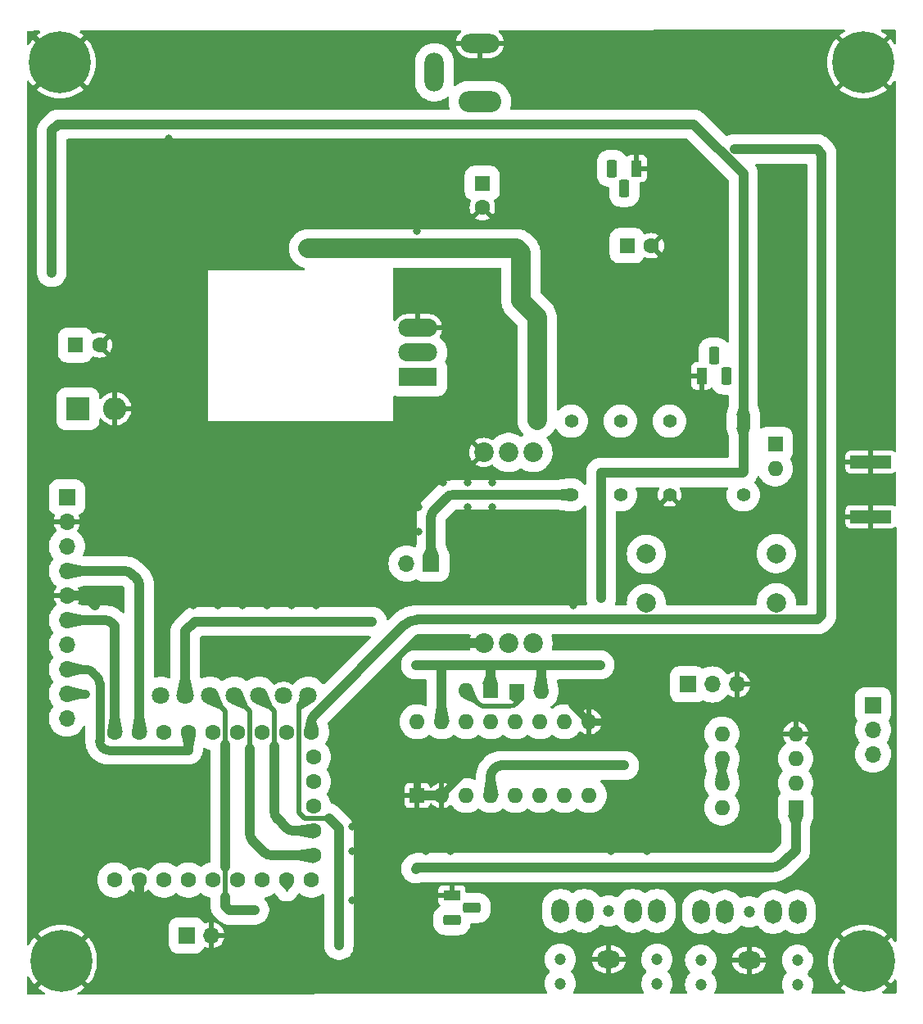
<source format=gbr>
%TF.GenerationSoftware,KiCad,Pcbnew,8.0.4-unknown-202407232306~396e531e7c~ubuntu22.04.1*%
%TF.CreationDate,2024-07-28T13:31:46+05:30*%
%TF.ProjectId,HF-PA-v10,48462d50-412d-4763-9130-2e6b69636164,rev?*%
%TF.SameCoordinates,Original*%
%TF.FileFunction,Copper,L2,Bot*%
%TF.FilePolarity,Positive*%
%FSLAX46Y46*%
G04 Gerber Fmt 4.6, Leading zero omitted, Abs format (unit mm)*
G04 Created by KiCad (PCBNEW 8.0.4-unknown-202407232306~396e531e7c~ubuntu22.04.1) date 2024-07-28 13:31:46*
%MOMM*%
%LPD*%
G01*
G04 APERTURE LIST*
G04 Aperture macros list*
%AMRoundRect*
0 Rectangle with rounded corners*
0 $1 Rounding radius*
0 $2 $3 $4 $5 $6 $7 $8 $9 X,Y pos of 4 corners*
0 Add a 4 corners polygon primitive as box body*
4,1,4,$2,$3,$4,$5,$6,$7,$8,$9,$2,$3,0*
0 Add four circle primitives for the rounded corners*
1,1,$1+$1,$2,$3*
1,1,$1+$1,$4,$5*
1,1,$1+$1,$6,$7*
1,1,$1+$1,$8,$9*
0 Add four rect primitives between the rounded corners*
20,1,$1+$1,$2,$3,$4,$5,0*
20,1,$1+$1,$4,$5,$6,$7,0*
20,1,$1+$1,$6,$7,$8,$9,0*
20,1,$1+$1,$8,$9,$2,$3,0*%
G04 Aperture macros list end*
%TA.AperFunction,ComponentPad*%
%ADD10R,4.000000X1.905000*%
%TD*%
%TA.AperFunction,ComponentPad*%
%ADD11O,4.000000X1.905000*%
%TD*%
%TA.AperFunction,ComponentPad*%
%ADD12R,1.600000X1.600000*%
%TD*%
%TA.AperFunction,ComponentPad*%
%ADD13C,1.600000*%
%TD*%
%TA.AperFunction,ComponentPad*%
%ADD14R,2.400000X2.400000*%
%TD*%
%TA.AperFunction,ComponentPad*%
%ADD15O,2.400000X2.400000*%
%TD*%
%TA.AperFunction,ComponentPad*%
%ADD16C,0.800000*%
%TD*%
%TA.AperFunction,ComponentPad*%
%ADD17C,6.400000*%
%TD*%
%TA.AperFunction,SMDPad,CuDef*%
%ADD18R,4.200000X1.350000*%
%TD*%
%TA.AperFunction,ComponentPad*%
%ADD19C,2.000000*%
%TD*%
%TA.AperFunction,ComponentPad*%
%ADD20O,1.600000X1.600000*%
%TD*%
%TA.AperFunction,ComponentPad*%
%ADD21O,4.400000X2.200000*%
%TD*%
%TA.AperFunction,ComponentPad*%
%ADD22O,4.000000X2.000000*%
%TD*%
%TA.AperFunction,ComponentPad*%
%ADD23O,2.000000X4.000000*%
%TD*%
%TA.AperFunction,ComponentPad*%
%ADD24R,1.800000X1.100000*%
%TD*%
%TA.AperFunction,ComponentPad*%
%ADD25RoundRect,0.275000X-0.625000X0.275000X-0.625000X-0.275000X0.625000X-0.275000X0.625000X0.275000X0*%
%TD*%
%TA.AperFunction,ComponentPad*%
%ADD26R,1.700000X1.700000*%
%TD*%
%TA.AperFunction,ComponentPad*%
%ADD27O,1.700000X1.700000*%
%TD*%
%TA.AperFunction,WasherPad*%
%ADD28C,1.200000*%
%TD*%
%TA.AperFunction,ComponentPad*%
%ADD29O,1.800000X2.500000*%
%TD*%
%TA.AperFunction,ComponentPad*%
%ADD30O,2.500000X1.800000*%
%TD*%
%TA.AperFunction,ComponentPad*%
%ADD31R,1.100000X1.800000*%
%TD*%
%TA.AperFunction,ComponentPad*%
%ADD32RoundRect,0.275000X0.275000X0.625000X-0.275000X0.625000X-0.275000X-0.625000X0.275000X-0.625000X0*%
%TD*%
%TA.AperFunction,ComponentPad*%
%ADD33C,2.020000*%
%TD*%
%TA.AperFunction,ComponentPad*%
%ADD34R,1.400000X1.400000*%
%TD*%
%TA.AperFunction,ComponentPad*%
%ADD35C,1.400000*%
%TD*%
%TA.AperFunction,ComponentPad*%
%ADD36RoundRect,0.275000X-0.275000X-0.625000X0.275000X-0.625000X0.275000X0.625000X-0.275000X0.625000X0*%
%TD*%
%TA.AperFunction,ComponentPad*%
%ADD37C,1.800000*%
%TD*%
%TA.AperFunction,ViaPad*%
%ADD38C,0.800000*%
%TD*%
%TA.AperFunction,Conductor*%
%ADD39C,0.500000*%
%TD*%
%TA.AperFunction,Conductor*%
%ADD40C,0.750000*%
%TD*%
%TA.AperFunction,Conductor*%
%ADD41C,1.000000*%
%TD*%
%TA.AperFunction,Conductor*%
%ADD42C,0.250000*%
%TD*%
%TA.AperFunction,Conductor*%
%ADD43C,2.000000*%
%TD*%
%TA.AperFunction,Conductor*%
%ADD44C,0.900000*%
%TD*%
G04 APERTURE END LIST*
D10*
%TO.P,Q2,1,G*%
%TO.N,Net-(Q2-G)*%
X177440000Y-98825000D03*
D11*
%TO.P,Q2,2,D*%
%TO.N,/DRAIN*%
X177440000Y-96285000D03*
%TO.P,Q2,3,S*%
%TO.N,GND*%
X177440000Y-93745000D03*
%TD*%
D12*
%TO.P,C5,1*%
%TO.N,VDC_VIA_PTT*%
X199074400Y-85242400D03*
D13*
%TO.P,C5,2*%
%TO.N,GND*%
X201574400Y-85242400D03*
%TD*%
D12*
%TO.P,C44,1*%
%TO.N,+5V*%
X142026000Y-95504000D03*
D13*
%TO.P,C44,2*%
%TO.N,GND*%
X144526000Y-95504000D03*
%TD*%
D14*
%TO.P,D5,1,K*%
%TO.N,+5V*%
X142300000Y-102080000D03*
D15*
%TO.P,D5,2,A*%
%TO.N,GND*%
X146110000Y-102080000D03*
%TD*%
D16*
%TO.P,H3,1,1*%
%TO.N,GND*%
X138152944Y-159132944D03*
X138855888Y-157435888D03*
X138855888Y-160830000D03*
X140552944Y-156732944D03*
D17*
X140552944Y-159132944D03*
D16*
X140552944Y-161532944D03*
X142250000Y-157435888D03*
X142250000Y-160830000D03*
X142952944Y-159132944D03*
%TD*%
D18*
%TO.P,RF_OUT1,2,Ext*%
%TO.N,GND*%
X224260000Y-113240000D03*
X224260000Y-107590000D03*
%TD*%
D19*
%TO.P,L2,1*%
%TO.N,Net-(C11-Pad1)*%
X214490000Y-122150000D03*
%TO.P,L2,2*%
%TO.N,Net-(JP1-B)*%
X214490000Y-117070000D03*
%TD*%
D12*
%TO.P,D3,1,K*%
%TO.N,+5V*%
X214376000Y-105762315D03*
D20*
%TO.P,D3,2,A*%
%TO.N,Net-(D3-A)*%
X214376000Y-108302315D03*
%TD*%
D21*
%TO.P,Power1,1*%
%TO.N,+VDC*%
X183850000Y-70312500D03*
D22*
%TO.P,Power1,2*%
%TO.N,GND*%
X183850000Y-64312500D03*
D23*
%TO.P,Power1,3*%
%TO.N,unconnected-(Power1-Pad3)*%
X179150000Y-67312500D03*
%TD*%
D24*
%TO.P,Q5,1,E*%
%TO.N,GND*%
X180956000Y-152400000D03*
D25*
%TO.P,Q5,2,B*%
%TO.N,Net-(Q5-B)*%
X183026000Y-153670000D03*
%TO.P,Q5,3,C*%
%TO.N,Net-(Q5-C)*%
X180956000Y-154940000D03*
%TD*%
D26*
%TO.P,RV1,1,1*%
%TO.N,Net-(C38-Pad2)*%
X205334000Y-130580000D03*
D27*
%TO.P,RV1,2,2*%
%TO.N,Net-(RV1-Pad2)*%
X207874000Y-130580000D03*
%TO.P,RV1,3,3*%
%TO.N,GND*%
X210414000Y-130580000D03*
%TD*%
D12*
%TO.P,C15,1*%
%TO.N,12V*%
X184100000Y-78800000D03*
D13*
%TO.P,C15,2*%
%TO.N,GND*%
X184100000Y-81300000D03*
%TD*%
D28*
%TO.P,SPK1,*%
%TO.N,*%
X206680000Y-161590000D03*
X216680000Y-161590000D03*
X206680000Y-159090000D03*
X216680000Y-159090000D03*
X211680000Y-154090000D03*
D29*
%TO.P,SPK1,R*%
%TO.N,Net-(C43-Pad2)*%
X206680000Y-154090000D03*
%TO.P,SPK1,RN*%
%TO.N,unconnected-(SPK1-PadRN)*%
X209180000Y-154090000D03*
D30*
%TO.P,SPK1,S*%
%TO.N,GND*%
X211680000Y-159090000D03*
D29*
%TO.P,SPK1,T*%
%TO.N,Net-(C43-Pad2)*%
X216680000Y-154090000D03*
%TO.P,SPK1,TN*%
%TO.N,unconnected-(SPK1-PadTN)*%
X214180000Y-154090000D03*
%TD*%
D12*
%TO.P,U7,1,FM_RF_IN*%
%TO.N,GND*%
X177356000Y-142058000D03*
D20*
%TO.P,U7,2,GND_IN*%
X179896000Y-142058000D03*
%TO.P,U7,3,FM_MIX*%
%TO.N,unconnected-(U7-FM_MIX-Pad3)*%
X182436000Y-142058000D03*
%TO.P,U7,4,AM_MIX*%
%TO.N,RX_AUDIO*%
X184976000Y-142058000D03*
%TO.P,U7,5,AGC*%
%TO.N,Net-(U7-AGC)*%
X187516000Y-142058000D03*
%TO.P,U7,6,VCC*%
%TO.N,+5V*%
X190056000Y-142058000D03*
%TO.P,U7,7,AM_IF*%
X192596000Y-142058000D03*
%TO.P,U7,8,FM_IF*%
%TO.N,unconnected-(U7-FM_IF-Pad8)*%
X195136000Y-142058000D03*
%TO.P,U7,9,GND_OUT*%
%TO.N,GND*%
X195136000Y-134438000D03*
%TO.P,U7,10,FM_DET*%
%TO.N,unconnected-(U7-FM_DET-Pad10)*%
X192596000Y-134438000D03*
%TO.P,U7,11,DET_OUT*%
%TO.N,unconnected-(U7-DET_OUT-Pad11)*%
X190056000Y-134438000D03*
%TO.P,U7,12,AM_OSC*%
%TO.N,Net-(U7-AM_OSC)*%
X187516000Y-134438000D03*
%TO.P,U7,13,FM_OSC*%
%TO.N,unconnected-(U7-FM_OSC-Pad13)*%
X184976000Y-134438000D03*
%TO.P,U7,14,FM/AM_SW*%
%TO.N,Net-(U7-FM{slash}AM_SW)*%
X182436000Y-134438000D03*
%TO.P,U7,15,FM_TUNER*%
%TO.N,+5V*%
X179896000Y-134438000D03*
%TO.P,U7,16,AM_RF_IN*%
%TO.N,Net-(D8-A)*%
X177356000Y-134438000D03*
%TD*%
D28*
%TO.P,EXT_ATU1,*%
%TO.N,*%
X192160000Y-161490000D03*
X202160000Y-161490000D03*
X192160000Y-158990000D03*
X202160000Y-158990000D03*
X197160000Y-153990000D03*
D29*
%TO.P,EXT_ATU1,R*%
%TO.N,Net-(C20-Pad1)*%
X192160000Y-153990000D03*
%TO.P,EXT_ATU1,RN*%
%TO.N,unconnected-(EXT_ATU1-PadRN)*%
X194660000Y-153990000D03*
D30*
%TO.P,EXT_ATU1,S*%
%TO.N,GND*%
X197160000Y-158990000D03*
D29*
%TO.P,EXT_ATU1,T*%
%TO.N,unconnected-(EXT_ATU1-PadT)*%
X202160000Y-153990000D03*
%TO.P,EXT_ATU1,TN*%
%TO.N,unconnected-(EXT_ATU1-PadTN)*%
X199660000Y-153990000D03*
%TD*%
D12*
%TO.P,D9,1,K*%
%TO.N,Net-(D8-A)*%
X187640000Y-131280000D03*
D20*
%TO.P,D9,2,A*%
%TO.N,+5V*%
X190180000Y-131280000D03*
%TD*%
D16*
%TO.P,H4,1,1*%
%TO.N,GND*%
X221130000Y-159130000D03*
X221832944Y-157432944D03*
X221832944Y-160827056D03*
X223530000Y-156730000D03*
D17*
X223530000Y-159130000D03*
D16*
X223530000Y-161530000D03*
X225227056Y-157432944D03*
X225227056Y-160827056D03*
X225930000Y-159130000D03*
%TD*%
D12*
%TO.P,U8,1*%
%TO.N,TO_ADC*%
X216496000Y-143333000D03*
D20*
%TO.P,U8,2,-*%
%TO.N,Net-(U8A--)*%
X216496000Y-140793000D03*
%TO.P,U8,3,+*%
%TO.N,Net-(U8A-+)*%
X216496000Y-138253000D03*
%TO.P,U8,4,V-*%
%TO.N,GND*%
X216496000Y-135713000D03*
%TO.P,U8,5,+*%
%TO.N,Net-(U8A-+)*%
X208876000Y-135713000D03*
%TO.P,U8,6,-*%
%TO.N,Net-(U8B--)*%
X208876000Y-138253000D03*
%TO.P,U8,7*%
X208876000Y-140793000D03*
%TO.P,U8,8,V+*%
%TO.N,+3.3V*%
X208876000Y-143333000D03*
%TD*%
D31*
%TO.P,Q4,1,E*%
%TO.N,GND*%
X200040000Y-77250000D03*
D32*
%TO.P,Q4,2,B*%
%TO.N,Net-(Q4-B)*%
X198770000Y-79320000D03*
%TO.P,Q4,3,C*%
%TO.N,Net-(D4-A)*%
X197500000Y-77250000D03*
%TD*%
D33*
%TO.P,BPF1,1,ANT*%
%TO.N,RX*%
X189330000Y-106610000D03*
%TO.P,BPF1,2,ANT*%
X186790000Y-106610000D03*
%TO.P,BPF1,3,GND*%
%TO.N,GND*%
X184250000Y-106610000D03*
%TO.P,BPF1,4,RF*%
%TO.N,RX_AFTER_HPF*%
X189330000Y-126280000D03*
%TO.P,BPF1,5,RF*%
X186790000Y-126280000D03*
%TO.P,BPF1,6,GND*%
%TO.N,GND*%
X184250000Y-126280000D03*
%TD*%
D26*
%TO.P,JP3,1,A*%
%TO.N,RX*%
X178810000Y-118080000D03*
D27*
%TO.P,JP3,2,B*%
%TO.N,RX_AFTER_HPF*%
X176270000Y-118080000D03*
%TD*%
D26*
%TO.P,CW_KEY1,1,Pin_1*%
%TO.N,CW_KEY*%
X153530000Y-156510000D03*
D27*
%TO.P,CW_KEY1,2,Pin_2*%
%TO.N,GND*%
X156070000Y-156510000D03*
%TD*%
D13*
%TO.P,RZ1,1,GP0*%
%TO.N,UART_TX*%
X146110000Y-135550000D03*
%TO.P,RZ1,2,GP1*%
%TO.N,UART_RX*%
X148650000Y-135550000D03*
%TO.P,RZ1,3,GP2*%
%TO.N,TUNE*%
X151190000Y-135550000D03*
%TO.P,RZ1,4,GP3*%
%TO.N,LDATA*%
X153730000Y-135550000D03*
%TO.P,RZ1,5,GP4*%
%TO.N,unconnected-(RZ1-GP4-Pad5)*%
X156270000Y-135550000D03*
%TO.P,RZ1,6,GP5*%
%TO.N,unconnected-(RZ1-GP5-Pad6)*%
X158810000Y-135550000D03*
%TO.P,RZ1,7,GP6*%
%TO.N,SDA1*%
X161350000Y-135550000D03*
%TO.P,RZ1,8,GP7*%
%TO.N,SCL1*%
X163890000Y-135550000D03*
%TO.P,RZ1,9,GP8*%
%TO.N,PTT*%
X166430000Y-135550000D03*
%TO.P,RZ1,10,GP9*%
%TO.N,unconnected-(RZ1-GP9-Pad10)*%
X166640000Y-138090000D03*
%TO.P,RZ1,11,GP10*%
%TO.N,unconnected-(RZ1-GP10-Pad11)*%
X166640000Y-140630000D03*
%TO.P,RZ1,12,GP11*%
%TO.N,unconnected-(RZ1-GP11-Pad12)*%
X166640000Y-143170000D03*
%TO.P,RZ1,13,GP12*%
%TO.N,SDA*%
X166640000Y-145710000D03*
%TO.P,RZ1,14,GP13*%
%TO.N,SCL*%
X166640000Y-148250000D03*
%TO.P,RZ1,15,GP14*%
%TO.N,ATU*%
X166430000Y-150790000D03*
%TO.P,RZ1,16,GP15*%
%TO.N,CAL*%
X163890000Y-150790000D03*
%TO.P,RZ1,17,GP26*%
%TO.N,Net-(JP4-A)*%
X161350000Y-150790000D03*
%TO.P,RZ1,18,GP27*%
%TO.N,CW_KEY*%
X158810000Y-150790000D03*
%TO.P,RZ1,19,GP28*%
%TO.N,unconnected-(RZ1-GP28-Pad19)*%
X156270000Y-150790000D03*
%TO.P,RZ1,20,GP29*%
%TO.N,unconnected-(RZ1-GP29-Pad20)*%
X153730000Y-150790000D03*
%TO.P,RZ1,21,3V3*%
%TO.N,unconnected-(RZ1-3V3-Pad21)*%
X151190000Y-150790000D03*
%TO.P,RZ1,22,5V*%
%TO.N,Net-(D2-K)*%
X146110000Y-150790000D03*
%TO.P,RZ1,23,GND*%
%TO.N,GND*%
X148650000Y-150790000D03*
%TD*%
D26*
%TO.P,RV2,1,1*%
%TO.N,Net-(U8A--)*%
X224510000Y-132740000D03*
D27*
%TO.P,RV2,2,2*%
%TO.N,TO_ADC*%
X224510000Y-135280000D03*
%TO.P,RV2,3,3*%
X224510000Y-137820000D03*
%TD*%
D16*
%TO.P,H1,1,1*%
%TO.N,GND*%
X138042944Y-66312944D03*
X138745888Y-64615888D03*
X138745888Y-68010000D03*
X140442944Y-63912944D03*
D17*
X140442944Y-66312944D03*
D16*
X140442944Y-68712944D03*
X142140000Y-64615888D03*
X142140000Y-68010000D03*
X142842944Y-66312944D03*
%TD*%
D12*
%TO.P,D8,1,K*%
%TO.N,+5V*%
X184916000Y-131248000D03*
D20*
%TO.P,D8,2,A*%
%TO.N,Net-(D8-A)*%
X182376000Y-131248000D03*
%TD*%
D34*
%TO.P,K1,1*%
%TO.N,+5V*%
X211074000Y-103378000D03*
D35*
%TO.P,K1,4*%
%TO.N,LPF*%
X203454000Y-103378000D03*
%TO.P,K1,6*%
%TO.N,RX*%
X198374000Y-103378000D03*
%TO.P,K1,8*%
%TO.N,RF_OUT*%
X193294000Y-103378000D03*
%TO.P,K1,9*%
%TO.N,RX*%
X193294000Y-110998000D03*
%TO.P,K1,11*%
%TO.N,unconnected-(K1-Pad11)*%
X198374000Y-110998000D03*
%TO.P,K1,13*%
%TO.N,GND*%
X203454000Y-110998000D03*
%TO.P,K1,16*%
%TO.N,Net-(D3-A)*%
X211074000Y-110998000D03*
%TD*%
D19*
%TO.P,L1,1*%
%TO.N,LPF*%
X201067500Y-117115000D03*
%TO.P,L1,2*%
%TO.N,Net-(C11-Pad1)*%
X201067500Y-122195000D03*
%TD*%
D16*
%TO.P,H2,1,1*%
%TO.N,GND*%
X221057056Y-66302944D03*
X221760000Y-64605888D03*
X221760000Y-68000000D03*
X223457056Y-63902944D03*
D17*
X223457056Y-66302944D03*
D16*
X223457056Y-68702944D03*
X225154112Y-64605888D03*
X225154112Y-68000000D03*
X225857056Y-66302944D03*
%TD*%
D26*
%TO.P,J1,1,Pin_1*%
%TO.N,+5V*%
X141150000Y-111252000D03*
D27*
%TO.P,J1,2,Pin_2*%
%TO.N,GND*%
X141150000Y-113792000D03*
%TO.P,J1,3,Pin_3*%
%TO.N,TUNE*%
X141150000Y-116332000D03*
%TO.P,J1,4,Pin_4*%
%TO.N,UART_RX*%
X141150000Y-118872000D03*
%TO.P,J1,5,Pin_5*%
%TO.N,GND*%
X141150000Y-121412000D03*
%TO.P,J1,6,Pin_6*%
%TO.N,UART_TX*%
X141150000Y-123952000D03*
%TO.P,J1,7,Pin_7*%
%TO.N,+5V*%
X141150000Y-126492000D03*
%TO.P,J1,8,Pin_8*%
%TO.N,LDATA*%
X141150000Y-129032000D03*
%TO.P,J1,9,Pin_9*%
%TO.N,SDA1*%
X141150000Y-131572000D03*
%TO.P,J1,10,Pin_10*%
%TO.N,SCL1*%
X141150000Y-134112000D03*
%TD*%
D31*
%TO.P,Q1,1,E*%
%TO.N,GND*%
X206756000Y-98698000D03*
D36*
%TO.P,Q1,2,B*%
%TO.N,Net-(Q1-B)*%
X208026000Y-96628000D03*
%TO.P,Q1,3,C*%
%TO.N,Net-(D3-A)*%
X209296000Y-98698000D03*
%TD*%
D37*
%TO.P,U5,1,VIN*%
%TO.N,+3.3V*%
X166093600Y-131708400D03*
%TO.P,U5,2,GND*%
%TO.N,GND*%
X163553600Y-131708400D03*
%TO.P,U5,3,SDA*%
%TO.N,SDA*%
X161013600Y-131708400D03*
%TO.P,U5,4,SCL*%
%TO.N,SCL*%
X158473600Y-131708400D03*
%TO.P,U5,5,S2*%
%TO.N,Net-(U5-S2)*%
X155933600Y-131708400D03*
%TO.P,U5,6,S1*%
%TO.N,RX_OSC*%
X153393600Y-131708400D03*
%TO.P,U5,7,SO*%
%TO.N,TX_RF*%
X150853600Y-131708400D03*
%TD*%
D38*
%TO.N,GND*%
X217757381Y-69037500D03*
X213054600Y-127457500D03*
X222837381Y-79197500D03*
X187654600Y-114757500D03*
X194897381Y-69037500D03*
X215217381Y-84277500D03*
X206231750Y-135077500D03*
X225377381Y-86817500D03*
X225754600Y-102057500D03*
X172037381Y-63957500D03*
X156797381Y-63957500D03*
X225377381Y-81737500D03*
X149177381Y-89357500D03*
X174954600Y-142697500D03*
X202517381Y-99517500D03*
X198611750Y-145237500D03*
X149177381Y-145237500D03*
X222837381Y-129997500D03*
X215217381Y-63957500D03*
X199977381Y-81737500D03*
X222837381Y-127457500D03*
X177520600Y-88773000D03*
X220297381Y-71577500D03*
X145670000Y-81850000D03*
X164417381Y-117297500D03*
X182197381Y-102057500D03*
X166957381Y-112217500D03*
X185114600Y-112217500D03*
X225377381Y-91897500D03*
X218134600Y-160477500D03*
X215217381Y-91897500D03*
X143170000Y-79550000D03*
X154634600Y-147777500D03*
X154257381Y-122377500D03*
X182574600Y-160477500D03*
X146637381Y-112217500D03*
X215594600Y-127457500D03*
X146637381Y-109677500D03*
X193531750Y-119837500D03*
X192357381Y-66497500D03*
X185114600Y-160477500D03*
X160511750Y-127457500D03*
X221471750Y-99517500D03*
X141570000Y-77780000D03*
X156797381Y-117297500D03*
X146637381Y-99517500D03*
X166957381Y-117297500D03*
X169497381Y-112217500D03*
X199977381Y-129997500D03*
X147014600Y-160477500D03*
X223214600Y-102057500D03*
X215217381Y-89357500D03*
X217757381Y-66497500D03*
X207597381Y-71577500D03*
X174577381Y-81737500D03*
X190194600Y-114757500D03*
X210137381Y-69037500D03*
X181850000Y-126290000D03*
X205434600Y-127457500D03*
X225377381Y-71577500D03*
X149177381Y-91897500D03*
X170190000Y-109810000D03*
X175751750Y-63957500D03*
X147530000Y-83460000D03*
X187277381Y-81737500D03*
X149930000Y-84400000D03*
X215217381Y-129997500D03*
X182764000Y-139120000D03*
X187654600Y-160477500D03*
X210514600Y-127457500D03*
X154257381Y-63957500D03*
X170671750Y-145237500D03*
X207597381Y-63957500D03*
X182574600Y-117297500D03*
X144810000Y-81120000D03*
X212677381Y-66497500D03*
X215217381Y-94437500D03*
X223214600Y-104597500D03*
X157910000Y-103930000D03*
X221471750Y-124917500D03*
X159337381Y-122377500D03*
X166957381Y-63957500D03*
X189817381Y-63957500D03*
X225377381Y-94437500D03*
X215217381Y-86817500D03*
X151717381Y-63957500D03*
X217757381Y-71577500D03*
X207597381Y-81737500D03*
X152094600Y-147777500D03*
X170671750Y-104597500D03*
X225377381Y-122377500D03*
X150351750Y-107137500D03*
X145271750Y-107137500D03*
X225377381Y-79197500D03*
X225377381Y-129997500D03*
X156797381Y-112217500D03*
X182574600Y-112217500D03*
X148460000Y-84390000D03*
X178291750Y-147777500D03*
X144097381Y-145237500D03*
X215217381Y-79197500D03*
X177494600Y-112217500D03*
X161877381Y-117297500D03*
X166957381Y-122377500D03*
X154257381Y-119837500D03*
X173211750Y-147777500D03*
X187277381Y-66497500D03*
X173200000Y-103900000D03*
X177494600Y-109677500D03*
X199977381Y-160477500D03*
X169497381Y-63957500D03*
X202517381Y-81737500D03*
X225377381Y-84277500D03*
X149177381Y-99517500D03*
X207597381Y-84277500D03*
X212677381Y-71577500D03*
X149554600Y-79197500D03*
X156797381Y-122377500D03*
X193360000Y-131350000D03*
X202894600Y-127457500D03*
X173211750Y-109677500D03*
X175751750Y-147777500D03*
X207597381Y-69037500D03*
X225754600Y-147777500D03*
X193531750Y-117297500D03*
X199970000Y-158150000D03*
X173211750Y-112217500D03*
X197437381Y-63957500D03*
X180831750Y-147777500D03*
X180034600Y-109677500D03*
X161877381Y-112217500D03*
X165591750Y-127457500D03*
X211311750Y-137617500D03*
X161877381Y-114757500D03*
X190194600Y-119837500D03*
X142330000Y-78660000D03*
X161877381Y-122377500D03*
X185114600Y-117297500D03*
X215217381Y-69037500D03*
X156797381Y-119837500D03*
X225377381Y-119837500D03*
X169497381Y-114757500D03*
X200354600Y-127457500D03*
X208771750Y-79197500D03*
X221471750Y-91897500D03*
X195274600Y-89357500D03*
X170671750Y-147777500D03*
X197437381Y-69037500D03*
X154257381Y-114757500D03*
X164417381Y-122377500D03*
X149177381Y-96977500D03*
X225377381Y-124917500D03*
X182197381Y-89357500D03*
X149177381Y-147777500D03*
X221471750Y-119837500D03*
X192357381Y-69037500D03*
X221471750Y-86817500D03*
X149177381Y-63957500D03*
X177494600Y-114757500D03*
X220297381Y-127457500D03*
X161877381Y-63957500D03*
X221471750Y-94437500D03*
X182574600Y-109677500D03*
X144097381Y-147777500D03*
X146637381Y-91897500D03*
X221471750Y-122377500D03*
X164417381Y-63957500D03*
X225377381Y-96977500D03*
X225377381Y-127457500D03*
X173211750Y-145237500D03*
X182574600Y-114757500D03*
X152094600Y-145237500D03*
X202517381Y-96977500D03*
X215217381Y-66497500D03*
X212677381Y-69037500D03*
X146637381Y-104597500D03*
X202517381Y-66497500D03*
X146510000Y-82530000D03*
X225377381Y-99517500D03*
X168131750Y-127457500D03*
X155431750Y-127457500D03*
X146637381Y-155397500D03*
X225377381Y-74117500D03*
X221471750Y-89357500D03*
X197437381Y-81737500D03*
X159337381Y-112217500D03*
X177520600Y-90144600D03*
X222837381Y-74117500D03*
X205057381Y-91897500D03*
X146637381Y-145237500D03*
X178130200Y-82067400D03*
X185114600Y-109677500D03*
X225377381Y-76657500D03*
X166957381Y-114757500D03*
X215217381Y-81737500D03*
X217757381Y-129997500D03*
X225377381Y-89357500D03*
X154634600Y-145237500D03*
X185114600Y-114757500D03*
X164417381Y-119837500D03*
X189817381Y-69037500D03*
X202517381Y-63957500D03*
X159337381Y-63957500D03*
X149177381Y-94437500D03*
X166957381Y-119837500D03*
X210137381Y-66497500D03*
X146637381Y-147777500D03*
X193531750Y-114757500D03*
X222837381Y-76657500D03*
X164417381Y-112217500D03*
X201151750Y-145237500D03*
X177317400Y-83718400D03*
X218134600Y-157937500D03*
X185114600Y-89357500D03*
X225754600Y-152857500D03*
X151170000Y-84400000D03*
X199977381Y-63957500D03*
X205057381Y-86817500D03*
X172037381Y-81737500D03*
X205057381Y-89357500D03*
X198611750Y-114757500D03*
X210137381Y-71577500D03*
X221471750Y-96977500D03*
X149177381Y-104597500D03*
X187277381Y-63957500D03*
X197437381Y-66497500D03*
X215217381Y-71577500D03*
X205057381Y-94437500D03*
X187654600Y-117297500D03*
X151717381Y-74117500D03*
X144080000Y-80390000D03*
X154257381Y-117297500D03*
X157971750Y-127457500D03*
X205057381Y-66497500D03*
X205057381Y-84277500D03*
X190194600Y-117297500D03*
X205057381Y-81737500D03*
X172037381Y-79197500D03*
X192734600Y-89357500D03*
X207597381Y-86817500D03*
X221471750Y-84277500D03*
X164417381Y-114757500D03*
X205057381Y-63957500D03*
X196071750Y-145237500D03*
X207597381Y-66497500D03*
X159337381Y-117297500D03*
X212677381Y-63957500D03*
X147811750Y-107137500D03*
X144097381Y-122377500D03*
X225754600Y-104597500D03*
X159337381Y-114757500D03*
X173211750Y-114757500D03*
X149177381Y-102057500D03*
X159337381Y-119837500D03*
X210137381Y-63957500D03*
X170671750Y-152857500D03*
X156550000Y-103930000D03*
X197437381Y-147777500D03*
X199977381Y-66497500D03*
X217757381Y-63957500D03*
X207597381Y-89357500D03*
X207974600Y-127457500D03*
X222837381Y-81737500D03*
X182197381Y-99517500D03*
X189817381Y-66497500D03*
X193531750Y-122377500D03*
X156797381Y-114757500D03*
X141934600Y-107137500D03*
X161877381Y-119837500D03*
X194897381Y-66497500D03*
X192357381Y-63957500D03*
X144097381Y-109677500D03*
X222837381Y-71577500D03*
X194897381Y-63957500D03*
X201151750Y-147777500D03*
X220297381Y-129997500D03*
X225754600Y-150317500D03*
%TO.N,PTT*%
X211120000Y-75270000D03*
X210200000Y-75250000D03*
%TO.N,+5V*%
X196380000Y-120720000D03*
X139560000Y-86800000D03*
X196260000Y-128560000D03*
X139580000Y-88000000D03*
X139560000Y-85660000D03*
X196400000Y-121630000D03*
X177210000Y-128560000D03*
%TO.N,VDC_VIA_PTT*%
X166110000Y-85530000D03*
X189710000Y-103300000D03*
X188100000Y-90400000D03*
X189690000Y-102190000D03*
X188100000Y-89500000D03*
X189710000Y-101280000D03*
X188100000Y-88600000D03*
X167080000Y-85510000D03*
%TO.N,RX_OSC*%
X172680000Y-124070000D03*
%TO.N,+3.3V*%
X169280000Y-157540000D03*
%TO.N,RX_AUDIO*%
X198770000Y-138960000D03*
%TO.N,TO_ADC*%
X177240000Y-149640000D03*
%TO.N,Net-(U5-S2)*%
X160550000Y-153900000D03*
%TD*%
D39*
%TO.N,GND*%
X179896000Y-146173250D02*
X178291750Y-147777500D01*
D40*
X195136000Y-134438000D02*
X199718000Y-134438000D01*
D41*
X177356000Y-142058000D02*
X179896000Y-142058000D01*
D42*
X182764000Y-139190000D02*
X182764000Y-139120000D01*
D40*
X179896000Y-141988000D02*
X182764000Y-139120000D01*
X179830000Y-139120000D02*
X177670000Y-139120000D01*
D41*
X181850000Y-126290000D02*
X184240000Y-126290000D01*
D40*
X193360000Y-132662000D02*
X195136000Y-134438000D01*
D39*
X193360000Y-131350000D02*
X193290000Y-131350000D01*
D40*
X177356000Y-139434000D02*
X177356000Y-142058000D01*
X199730000Y-134450000D02*
X199977381Y-134202619D01*
D39*
X179896000Y-142058000D02*
X179896000Y-146173250D01*
D40*
X182764000Y-139120000D02*
X179830000Y-139120000D01*
D41*
X141150000Y-121412000D02*
X143131881Y-121412000D01*
D40*
X199718000Y-134438000D02*
X199730000Y-134450000D01*
D41*
X148650000Y-153384881D02*
X146637381Y-155397500D01*
D40*
X193360000Y-131350000D02*
X193360000Y-132662000D01*
D41*
X143131881Y-121412000D02*
X144097381Y-122377500D01*
D40*
X177670000Y-139120000D02*
X177356000Y-139434000D01*
D41*
X148650000Y-150790000D02*
X148650000Y-153384881D01*
D40*
X199977381Y-134202619D02*
X199977381Y-129997500D01*
D41*
%TO.N,PTT*%
X218720000Y-75250000D02*
X219197381Y-75727381D01*
X219197381Y-123430000D02*
X218732381Y-123895000D01*
X166430000Y-134463460D02*
X166430000Y-135550000D01*
X211140000Y-75250000D02*
X218720000Y-75250000D01*
X211120000Y-75270000D02*
X211140000Y-75250000D01*
X175998459Y-124480787D02*
X166722893Y-133756353D01*
X211120000Y-75270000D02*
X211100000Y-75250000D01*
X218732381Y-123895000D02*
X177412673Y-123895000D01*
X210200000Y-75250000D02*
X211100000Y-75250000D01*
X219197381Y-75727381D02*
X219197381Y-123430000D01*
X166430000Y-134463460D02*
G75*
G02*
X166722913Y-133756373I1000000J-40D01*
G01*
X175998459Y-124480787D02*
G75*
G02*
X177412673Y-123894981I1414241J-1414213D01*
G01*
%TO.N,+5V*%
X211040000Y-108670000D02*
X196380000Y-108670000D01*
X184830000Y-128560000D02*
X180010000Y-128560000D01*
X180010000Y-128560000D02*
X177210000Y-128560000D01*
X196350000Y-108700000D02*
X196350000Y-121580000D01*
X190290000Y-128560000D02*
X190180000Y-128670000D01*
X205930444Y-72677500D02*
X140242500Y-72677500D01*
X211074000Y-103378000D02*
X211074000Y-77821056D01*
X184830000Y-128560000D02*
X184916000Y-128646000D01*
X211074000Y-103378000D02*
X211074000Y-108636000D01*
X196380000Y-108670000D02*
X196350000Y-108700000D01*
X196350000Y-121580000D02*
X196400000Y-121630000D01*
X190290000Y-128560000D02*
X184830000Y-128560000D01*
X184916000Y-128646000D02*
X184916000Y-131248000D01*
X180010000Y-128560000D02*
X179896000Y-128674000D01*
X140242500Y-72677500D02*
X139580000Y-73340000D01*
X211074000Y-77821056D02*
X205930444Y-72677500D01*
X211074000Y-108636000D02*
X211040000Y-108670000D01*
X139580000Y-73340000D02*
X139580000Y-88000000D01*
X196260000Y-128560000D02*
X190290000Y-128560000D01*
X179896000Y-128674000D02*
X179896000Y-134438000D01*
X190180000Y-128670000D02*
X190180000Y-131280000D01*
D43*
%TO.N,VDC_VIA_PTT*%
X188084600Y-90950000D02*
X189760000Y-92625400D01*
X167100000Y-85530000D02*
X187680000Y-85530000D01*
X188084600Y-88615400D02*
X188100000Y-88600000D01*
X187680000Y-85530000D02*
X188084600Y-85934600D01*
X167060000Y-85530000D02*
X166110000Y-85530000D01*
X188084600Y-85934600D02*
X188084600Y-90950000D01*
X189760000Y-92625400D02*
X189760000Y-103250000D01*
X188084600Y-90950000D02*
X188084600Y-88615400D01*
D41*
%TO.N,RX*%
X180365534Y-111290893D02*
X179102893Y-112553534D01*
X178810000Y-113260641D02*
X178810000Y-118080000D01*
X193294000Y-110998000D02*
X181072641Y-110998000D01*
X178810000Y-113260641D02*
G75*
G02*
X179102873Y-112553514I1000000J41D01*
G01*
X181072641Y-110998000D02*
G75*
G03*
X180365514Y-111290873I-41J-1000000D01*
G01*
%TO.N,RX_OSC*%
X154390000Y-124070000D02*
X153390000Y-125070000D01*
X153393600Y-125073600D02*
X153393600Y-131708400D01*
X153390000Y-125070000D02*
X153393600Y-125073600D01*
X154390000Y-124070000D02*
X172680000Y-124070000D01*
D39*
%TO.N,Net-(D8-A)*%
X184402214Y-132860000D02*
X186905786Y-132860000D01*
X187612893Y-132567107D02*
X187640000Y-132540000D01*
X187640000Y-132540000D02*
X187640000Y-131280000D01*
X182376000Y-131248000D02*
X183695107Y-132567107D01*
X186905786Y-132860000D02*
G75*
G03*
X187612900Y-132567114I14J1000000D01*
G01*
X184402214Y-132860000D02*
G75*
G02*
X183695100Y-132567114I-14J1000000D01*
G01*
%TO.N,+3.3V*%
X165180000Y-132622000D02*
X165180000Y-143860000D01*
D41*
X169270000Y-157530000D02*
X169270000Y-145450000D01*
X169270000Y-145450000D02*
X168240000Y-144420000D01*
X169270000Y-157530000D02*
X169280000Y-157540000D01*
D39*
X165740000Y-144420000D02*
X168240000Y-144420000D01*
X165180000Y-143860000D02*
X165740000Y-144420000D01*
X166093600Y-131708400D02*
X165180000Y-132622000D01*
%TO.N,RX_AUDIO*%
X198770000Y-138960000D02*
X198960000Y-138960000D01*
D41*
X185367107Y-139252893D02*
X185268893Y-139351107D01*
X184976000Y-142058000D02*
X184976000Y-140058214D01*
X198770000Y-138960000D02*
X186074214Y-138960000D01*
D39*
X198960000Y-138960000D02*
X198850000Y-139070000D01*
D41*
X185268893Y-139351107D02*
G75*
G03*
X184976010Y-140058214I707107J-707093D01*
G01*
X185367107Y-139252893D02*
G75*
G02*
X186074214Y-138960010I707093J-707107D01*
G01*
D39*
%TO.N,SCL*%
X160060000Y-133294800D02*
X160060000Y-137190000D01*
D41*
X166640000Y-148250000D02*
X162324214Y-148250000D01*
D39*
X158473600Y-131708400D02*
X160060000Y-133294800D01*
D41*
X161617107Y-147957107D02*
X160352893Y-146692893D01*
X160060000Y-145985786D02*
X160060000Y-137190000D01*
X161617107Y-147957107D02*
G75*
G03*
X162324214Y-148249990I707093J707107D01*
G01*
X160352893Y-146692893D02*
G75*
G02*
X160060010Y-145985786I707107J707093D01*
G01*
%TO.N,SDA*%
X166640000Y-145710000D02*
X164564214Y-145710000D01*
D39*
X161013600Y-131708400D02*
X162602381Y-133297181D01*
D41*
X162602381Y-136950000D02*
X162602381Y-143510000D01*
D39*
X162602381Y-133297181D02*
X162602381Y-136950000D01*
D41*
X162602381Y-143510000D02*
X162602381Y-143748167D01*
X162895274Y-144455274D02*
X163857107Y-145417107D01*
X163857107Y-145417107D02*
G75*
G03*
X164564214Y-145709990I707093J707107D01*
G01*
X162895274Y-144455274D02*
G75*
G02*
X162602410Y-143748167I707126J707074D01*
G01*
D40*
%TO.N,Net-(U8B--)*%
X208876000Y-138253000D02*
X208876000Y-140793000D01*
D44*
%TO.N,SDA1*%
X141150000Y-131572000D02*
X143002000Y-131572000D01*
D42*
%TO.N,CAL*%
X163890000Y-150790000D02*
X163890000Y-151880000D01*
D41*
%TO.N,TO_ADC*%
X216496000Y-147704000D02*
X215245786Y-148954214D01*
X216496000Y-147440000D02*
X216496000Y-143333000D01*
X177340000Y-149540000D02*
X177240000Y-149640000D01*
X213831573Y-149540000D02*
X177340000Y-149540000D01*
X216496000Y-147440000D02*
X216496000Y-147704000D01*
X215245786Y-148954214D02*
G75*
G02*
X213831573Y-149539981I-1414186J1414214D01*
G01*
D44*
%TO.N,LDATA*%
X145526000Y-137414000D02*
X153670000Y-137414000D01*
X144526000Y-130462214D02*
X144526000Y-136414000D01*
X141150000Y-129032000D02*
X143095786Y-129032000D01*
X153730000Y-137354000D02*
X153730000Y-135550000D01*
X143802893Y-129324893D02*
X144233107Y-129755107D01*
X153670000Y-137414000D02*
X153730000Y-137354000D01*
X143095786Y-129032000D02*
G75*
G02*
X143802900Y-129324886I14J-1000000D01*
G01*
X145526000Y-137414000D02*
G75*
G02*
X144526000Y-136414000I0J1000000D01*
G01*
X144526000Y-130462214D02*
G75*
G03*
X144233114Y-129755100I-1000000J14D01*
G01*
D41*
%TO.N,Net-(U5-S2)*%
X157520000Y-152580000D02*
X157520000Y-153460000D01*
D39*
X157520000Y-133294800D02*
X157520000Y-136820000D01*
D41*
X157960000Y-153900000D02*
X160550000Y-153900000D01*
X157520000Y-136820000D02*
X157520000Y-149390000D01*
D39*
X157520000Y-149390000D02*
X157520000Y-152580000D01*
D41*
X157520000Y-153460000D02*
X157960000Y-153900000D01*
D39*
X155933600Y-131708400D02*
X157520000Y-133294800D01*
D41*
%TO.N,UART_TX*%
X141150000Y-123952000D02*
X145127786Y-123952000D01*
X146110000Y-124520000D02*
X145834893Y-124244893D01*
X146110000Y-135550000D02*
X146110000Y-124520000D01*
X145127786Y-123952000D02*
G75*
G02*
X145834900Y-124244886I14J-1000000D01*
G01*
%TO.N,UART_RX*%
X147864893Y-119164893D02*
X148357107Y-119657107D01*
X148650000Y-120364214D02*
X148650000Y-135550000D01*
X141150000Y-118872000D02*
X147157786Y-118872000D01*
X148650000Y-120364214D02*
G75*
G03*
X148357114Y-119657100I-1000000J14D01*
G01*
X147157786Y-118872000D02*
G75*
G02*
X147864900Y-119164886I14J-1000000D01*
G01*
%TD*%
%TA.AperFunction,Conductor*%
%TO.N,RX_OSC*%
G36*
X153892538Y-129911827D02*
G01*
X153895673Y-129917502D01*
X154222901Y-131354366D01*
X154221397Y-131363194D01*
X154215981Y-131367769D01*
X153398088Y-131707535D01*
X153389134Y-131707544D01*
X153389112Y-131707535D01*
X152571218Y-131367769D01*
X152564892Y-131361430D01*
X152564298Y-131354367D01*
X152891527Y-129917501D01*
X152896705Y-129910196D01*
X152902935Y-129908400D01*
X153884265Y-129908400D01*
X153892538Y-129911827D01*
G37*
%TD.AperFunction*%
%TD*%
%TA.AperFunction,Conductor*%
%TO.N,PTT*%
G36*
X166071415Y-133859472D02*
G01*
X166944646Y-134304441D01*
X166950461Y-134311251D01*
X166950725Y-134312196D01*
X167166837Y-135234184D01*
X167165389Y-135243021D01*
X167159932Y-135247660D01*
X166434034Y-135549026D01*
X166425079Y-135549033D01*
X166425057Y-135549024D01*
X165700326Y-135247772D01*
X165694002Y-135241432D01*
X165693505Y-135233979D01*
X165937112Y-134312196D01*
X166054791Y-133866907D01*
X166060218Y-133859785D01*
X166069092Y-133858585D01*
X166071415Y-133859472D01*
G37*
%TD.AperFunction*%
%TD*%
%TA.AperFunction,Conductor*%
%TO.N,TO_ADC*%
G36*
X216504268Y-143340278D02*
G01*
X216504278Y-143340288D01*
X217290679Y-144127672D01*
X217294101Y-144135947D01*
X217293356Y-144140048D01*
X216998847Y-144925408D01*
X216992734Y-144931951D01*
X216987892Y-144933000D01*
X216004108Y-144933000D01*
X215995835Y-144929573D01*
X215993153Y-144925408D01*
X215698643Y-144140048D01*
X215698947Y-144131099D01*
X215701316Y-144127676D01*
X216487722Y-143340287D01*
X216495993Y-143336856D01*
X216504268Y-143340278D01*
G37*
%TD.AperFunction*%
%TD*%
%TA.AperFunction,Conductor*%
%TO.N,LDATA*%
G36*
X154460035Y-135852378D02*
G01*
X154466359Y-135858716D01*
X154466962Y-135865732D01*
X154182044Y-137140851D01*
X154176896Y-137148178D01*
X154170626Y-137150000D01*
X153289374Y-137150000D01*
X153281101Y-137146573D01*
X153277956Y-137140851D01*
X153195307Y-136770968D01*
X152993037Y-135865730D01*
X152994577Y-135856911D01*
X152999962Y-135852379D01*
X153725512Y-135550864D01*
X153734461Y-135550854D01*
X154460035Y-135852378D01*
G37*
%TD.AperFunction*%
%TD*%
%TA.AperFunction,Conductor*%
%TO.N,GND*%
G36*
X139332532Y-160175274D02*
G01*
X139510614Y-160353356D01*
X139615521Y-160429575D01*
X138115031Y-161930065D01*
X138370442Y-162136894D01*
X138696402Y-162348574D01*
X138696408Y-162348578D01*
X138834007Y-162418688D01*
X138885622Y-162467436D01*
X138902688Y-162536351D01*
X138879787Y-162603553D01*
X138824190Y-162647705D01*
X138777005Y-162656955D01*
X137134701Y-162659580D01*
X137066549Y-162639687D01*
X137019970Y-162586105D01*
X137008500Y-162533580D01*
X137008500Y-160868981D01*
X137028502Y-160800860D01*
X137082158Y-160754367D01*
X137152432Y-160744263D01*
X137217012Y-160773757D01*
X137246767Y-160811778D01*
X137337310Y-160989479D01*
X137337313Y-160989485D01*
X137548993Y-161315445D01*
X137755821Y-161570855D01*
X138546404Y-160780272D01*
X138605888Y-160780272D01*
X138605888Y-160879728D01*
X138643948Y-160971614D01*
X138714274Y-161041940D01*
X138806160Y-161080000D01*
X138905616Y-161080000D01*
X138997502Y-161041940D01*
X139067828Y-160971614D01*
X139105888Y-160879728D01*
X139105888Y-160780272D01*
X139067828Y-160688386D01*
X138997502Y-160618060D01*
X138905616Y-160580000D01*
X138806160Y-160580000D01*
X138714274Y-160618060D01*
X138643948Y-160688386D01*
X138605888Y-160780272D01*
X138546404Y-160780272D01*
X139256311Y-160070365D01*
X139332532Y-160175274D01*
G37*
%TD.AperFunction*%
%TA.AperFunction,Conductor*%
G36*
X172512022Y-125606502D02*
G01*
X172558515Y-125660158D01*
X172568619Y-125730432D01*
X172539125Y-125795012D01*
X172532996Y-125801595D01*
X167793534Y-130541055D01*
X167731222Y-130575081D01*
X167660406Y-130570016D01*
X167603571Y-130527469D01*
X167545697Y-130450159D01*
X167545689Y-130450150D01*
X167351849Y-130256310D01*
X167351840Y-130256302D01*
X167132388Y-130092022D01*
X167132386Y-130092021D01*
X167132385Y-130092020D01*
X166935288Y-129984397D01*
X166891777Y-129960638D01*
X166736565Y-129902747D01*
X166634920Y-129864835D01*
X166634916Y-129864834D01*
X166367039Y-129806561D01*
X166093600Y-129787005D01*
X165820160Y-129806561D01*
X165552283Y-129864834D01*
X165295422Y-129960638D01*
X165054811Y-130092022D01*
X164835359Y-130256302D01*
X164835357Y-130256304D01*
X164641506Y-130450154D01*
X164641503Y-130450158D01*
X164566719Y-130550056D01*
X164509883Y-130592602D01*
X164439067Y-130597666D01*
X164388461Y-130573977D01*
X164326349Y-130525633D01*
X164121125Y-130414572D01*
X164121122Y-130414570D01*
X163900432Y-130338807D01*
X163900423Y-130338805D01*
X163670266Y-130300400D01*
X163436934Y-130300400D01*
X163206776Y-130338805D01*
X163206767Y-130338807D01*
X162986077Y-130414570D01*
X162986074Y-130414572D01*
X162780859Y-130525627D01*
X162718736Y-130573979D01*
X162652693Y-130600034D01*
X162583048Y-130586248D01*
X162540478Y-130550055D01*
X162522191Y-130525627D01*
X162465693Y-130450154D01*
X162271846Y-130256307D01*
X162271842Y-130256304D01*
X162271840Y-130256302D01*
X162052388Y-130092022D01*
X162052386Y-130092021D01*
X162052385Y-130092020D01*
X161855288Y-129984397D01*
X161811777Y-129960638D01*
X161656565Y-129902747D01*
X161554920Y-129864835D01*
X161554916Y-129864834D01*
X161287039Y-129806561D01*
X161013600Y-129787005D01*
X160740160Y-129806561D01*
X160472283Y-129864834D01*
X160215422Y-129960638D01*
X159974811Y-130092022D01*
X159819109Y-130208580D01*
X159752589Y-130233391D01*
X159683215Y-130218300D01*
X159668091Y-130208580D01*
X159512388Y-130092022D01*
X159512386Y-130092021D01*
X159512385Y-130092020D01*
X159315288Y-129984397D01*
X159271777Y-129960638D01*
X159116565Y-129902747D01*
X159014920Y-129864835D01*
X159014916Y-129864834D01*
X158747039Y-129806561D01*
X158473600Y-129787005D01*
X158200160Y-129806561D01*
X157932283Y-129864834D01*
X157675422Y-129960638D01*
X157434811Y-130092022D01*
X157279109Y-130208580D01*
X157212589Y-130233391D01*
X157143215Y-130218300D01*
X157128091Y-130208580D01*
X156972388Y-130092022D01*
X156972386Y-130092021D01*
X156972385Y-130092020D01*
X156775288Y-129984397D01*
X156731777Y-129960638D01*
X156576565Y-129902747D01*
X156474920Y-129864835D01*
X156474916Y-129864834D01*
X156207039Y-129806561D01*
X155933600Y-129787005D01*
X155660160Y-129806561D01*
X155392283Y-129864834D01*
X155392280Y-129864834D01*
X155392280Y-129864835D01*
X155333666Y-129886697D01*
X155135426Y-129960637D01*
X155135417Y-129960641D01*
X155119547Y-129969307D01*
X155050173Y-129984397D01*
X154983653Y-129959584D01*
X154941108Y-129902747D01*
X154936316Y-129886716D01*
X154913244Y-129785404D01*
X154910100Y-129757434D01*
X154910100Y-125746745D01*
X154930102Y-125678624D01*
X154947005Y-125657650D01*
X154981250Y-125623405D01*
X155043562Y-125589379D01*
X155070345Y-125586500D01*
X172443901Y-125586500D01*
X172512022Y-125606502D01*
G37*
%TD.AperFunction*%
%TA.AperFunction,Conductor*%
G36*
X146959776Y-120408502D02*
G01*
X146980750Y-120425405D01*
X147096595Y-120541250D01*
X147130621Y-120603562D01*
X147133500Y-120630345D01*
X147133500Y-123094639D01*
X147113498Y-123162760D01*
X147059842Y-123209253D01*
X146989568Y-123219357D01*
X146924988Y-123189863D01*
X146918407Y-123183736D01*
X146807283Y-123072617D01*
X146586300Y-122896393D01*
X146586301Y-122896393D01*
X146586299Y-122896392D01*
X146346971Y-122746016D01*
X146177911Y-122664603D01*
X146092319Y-122623385D01*
X146092316Y-122623384D01*
X146092312Y-122623382D01*
X145825524Y-122530033D01*
X145825525Y-122530033D01*
X145825513Y-122530029D01*
X145549971Y-122467142D01*
X145549963Y-122467141D01*
X145269091Y-122435498D01*
X145269089Y-122435498D01*
X145127765Y-122435500D01*
X142991908Y-122435500D01*
X142966304Y-122432871D01*
X142388956Y-122313052D01*
X142326321Y-122279625D01*
X142291701Y-122217641D01*
X142296088Y-122146780D01*
X142309078Y-122120764D01*
X142348419Y-122060549D01*
X142438820Y-121854456D01*
X142438823Y-121854449D01*
X142486544Y-121666000D01*
X141580703Y-121666000D01*
X141615925Y-121604993D01*
X141650000Y-121477826D01*
X141650000Y-121346174D01*
X141615925Y-121219007D01*
X141580703Y-121158000D01*
X142486544Y-121158000D01*
X142486544Y-121157999D01*
X142438823Y-120969550D01*
X142438820Y-120969543D01*
X142348419Y-120763451D01*
X142309076Y-120703232D01*
X142288563Y-120635264D01*
X142308052Y-120566994D01*
X142361356Y-120520099D01*
X142388947Y-120510947D01*
X142966299Y-120391128D01*
X142991902Y-120388500D01*
X146891655Y-120388500D01*
X146959776Y-120408502D01*
G37*
%TD.AperFunction*%
%TA.AperFunction,Conductor*%
G36*
X217623002Y-76786502D02*
G01*
X217669495Y-76840158D01*
X217680881Y-76892500D01*
X217680881Y-122252500D01*
X217660879Y-122320621D01*
X217607223Y-122367114D01*
X217554881Y-122378500D01*
X216630495Y-122378500D01*
X216562374Y-122358498D01*
X216515881Y-122304842D01*
X216504789Y-122243901D01*
X216511212Y-122150003D01*
X216511212Y-122149994D01*
X216492387Y-121874791D01*
X216492386Y-121874785D01*
X216492386Y-121874778D01*
X216436260Y-121604684D01*
X216343878Y-121344747D01*
X216216963Y-121099811D01*
X216057877Y-120874437D01*
X215869587Y-120672828D01*
X215869588Y-120672828D01*
X215747098Y-120573176D01*
X215655593Y-120498731D01*
X215419889Y-120355396D01*
X215419885Y-120355394D01*
X215419883Y-120355393D01*
X215166864Y-120245491D01*
X215166854Y-120245488D01*
X214901235Y-120171064D01*
X214901227Y-120171062D01*
X214627945Y-120133500D01*
X214627932Y-120133500D01*
X214352068Y-120133500D01*
X214352054Y-120133500D01*
X214078772Y-120171062D01*
X214078764Y-120171064D01*
X213813145Y-120245488D01*
X213813135Y-120245491D01*
X213560116Y-120355393D01*
X213560111Y-120355395D01*
X213560111Y-120355396D01*
X213410773Y-120446211D01*
X213324404Y-120498733D01*
X213110412Y-120672828D01*
X212922120Y-120874440D01*
X212763042Y-121099803D01*
X212763037Y-121099811D01*
X212636122Y-121344746D01*
X212543740Y-121604682D01*
X212543738Y-121604690D01*
X212530998Y-121666000D01*
X212491839Y-121854449D01*
X212487613Y-121874785D01*
X212487612Y-121874791D01*
X212468788Y-122149995D01*
X212468788Y-122150002D01*
X212475211Y-122243901D01*
X212459905Y-122313228D01*
X212409547Y-122363274D01*
X212349505Y-122378500D01*
X203211073Y-122378500D01*
X203142952Y-122358498D01*
X203096459Y-122304842D01*
X203085367Y-122243901D01*
X203088712Y-122195003D01*
X203088712Y-122194995D01*
X203069887Y-121919791D01*
X203069886Y-121919785D01*
X203069886Y-121919778D01*
X203013760Y-121649684D01*
X202921378Y-121389747D01*
X202794463Y-121144811D01*
X202635377Y-120919437D01*
X202447087Y-120717828D01*
X202447088Y-120717828D01*
X202275406Y-120578155D01*
X202233093Y-120543731D01*
X201997389Y-120400396D01*
X201997385Y-120400394D01*
X201997383Y-120400393D01*
X201744364Y-120290491D01*
X201744354Y-120290488D01*
X201478735Y-120216064D01*
X201478727Y-120216062D01*
X201205445Y-120178500D01*
X201205432Y-120178500D01*
X200929568Y-120178500D01*
X200929554Y-120178500D01*
X200656272Y-120216062D01*
X200656264Y-120216064D01*
X200390645Y-120290488D01*
X200390635Y-120290491D01*
X200137616Y-120400393D01*
X200137611Y-120400395D01*
X200137611Y-120400396D01*
X199949762Y-120514630D01*
X199901904Y-120543733D01*
X199687912Y-120717828D01*
X199499620Y-120919440D01*
X199340542Y-121144803D01*
X199340537Y-121144811D01*
X199213622Y-121389746D01*
X199121240Y-121649682D01*
X199121238Y-121649690D01*
X199100530Y-121749347D01*
X199066731Y-121912000D01*
X199065113Y-121919785D01*
X199065112Y-121919791D01*
X199046288Y-122194995D01*
X199046288Y-122195003D01*
X199049633Y-122243901D01*
X199034327Y-122313228D01*
X198983970Y-122363274D01*
X198923927Y-122378500D01*
X197924763Y-122378500D01*
X197856642Y-122358498D01*
X197810149Y-122304842D01*
X197800045Y-122234568D01*
X197804930Y-122213563D01*
X197805393Y-122212137D01*
X197805395Y-122212134D01*
X197879159Y-121985115D01*
X197916500Y-121749351D01*
X197916500Y-121510649D01*
X197879159Y-121274886D01*
X197872667Y-121254905D01*
X197866500Y-121215969D01*
X197866500Y-117114995D01*
X199046288Y-117114995D01*
X199046288Y-117115004D01*
X199065112Y-117390208D01*
X199065113Y-117390214D01*
X199065114Y-117390222D01*
X199077542Y-117450029D01*
X199121238Y-117660309D01*
X199121240Y-117660317D01*
X199127350Y-117677509D01*
X199213622Y-117920253D01*
X199340537Y-118165189D01*
X199340542Y-118165196D01*
X199467858Y-118345563D01*
X199499623Y-118390563D01*
X199687912Y-118592171D01*
X199687911Y-118592171D01*
X199706370Y-118607188D01*
X199901907Y-118766269D01*
X200137611Y-118909604D01*
X200390637Y-119019509D01*
X200495659Y-119048935D01*
X200656264Y-119093935D01*
X200656272Y-119093937D01*
X200929554Y-119131499D01*
X200929568Y-119131500D01*
X201205432Y-119131500D01*
X201205445Y-119131499D01*
X201438086Y-119099522D01*
X201478728Y-119093937D01*
X201744363Y-119019509D01*
X201997389Y-118909604D01*
X202233093Y-118766269D01*
X202447085Y-118592174D01*
X202635377Y-118390563D01*
X202794463Y-118165189D01*
X202921378Y-117920253D01*
X203013760Y-117660316D01*
X203069886Y-117390222D01*
X203075592Y-117306807D01*
X203088712Y-117115004D01*
X203088712Y-117114995D01*
X203085634Y-117069995D01*
X212468788Y-117069995D01*
X212468788Y-117070004D01*
X212487612Y-117345208D01*
X212487613Y-117345214D01*
X212487614Y-117345222D01*
X212509393Y-117450029D01*
X212543738Y-117615309D01*
X212543740Y-117615317D01*
X212561759Y-117666016D01*
X212636122Y-117875253D01*
X212763037Y-118120189D01*
X212763042Y-118120196D01*
X212921586Y-118344803D01*
X212922123Y-118345563D01*
X213110412Y-118547171D01*
X213110411Y-118547171D01*
X213110415Y-118547174D01*
X213324407Y-118721269D01*
X213560111Y-118864604D01*
X213813137Y-118974509D01*
X213945954Y-119011723D01*
X214078764Y-119048935D01*
X214078772Y-119048937D01*
X214352054Y-119086499D01*
X214352068Y-119086500D01*
X214627932Y-119086500D01*
X214627945Y-119086499D01*
X214860586Y-119054522D01*
X214901228Y-119048937D01*
X215166863Y-118974509D01*
X215419889Y-118864604D01*
X215655593Y-118721269D01*
X215869585Y-118547174D01*
X216057877Y-118345563D01*
X216216963Y-118120189D01*
X216343878Y-117875253D01*
X216436260Y-117615316D01*
X216492386Y-117345222D01*
X216500612Y-117224959D01*
X216511212Y-117070004D01*
X216511212Y-117069995D01*
X216492387Y-116794791D01*
X216492386Y-116794785D01*
X216492386Y-116794778D01*
X216436260Y-116524684D01*
X216343878Y-116264747D01*
X216216963Y-116019811D01*
X216057877Y-115794437D01*
X215869587Y-115592828D01*
X215869588Y-115592828D01*
X215710908Y-115463733D01*
X215655593Y-115418731D01*
X215419889Y-115275396D01*
X215419885Y-115275394D01*
X215419883Y-115275393D01*
X215166864Y-115165491D01*
X215166854Y-115165488D01*
X214901235Y-115091064D01*
X214901227Y-115091062D01*
X214627945Y-115053500D01*
X214627932Y-115053500D01*
X214352068Y-115053500D01*
X214352054Y-115053500D01*
X214078772Y-115091062D01*
X214078764Y-115091064D01*
X213813145Y-115165488D01*
X213813135Y-115165491D01*
X213560116Y-115275393D01*
X213324404Y-115418733D01*
X213110412Y-115592828D01*
X212922120Y-115794440D01*
X212763042Y-116019803D01*
X212763037Y-116019811D01*
X212636122Y-116264746D01*
X212543740Y-116524682D01*
X212543738Y-116524690D01*
X212487613Y-116794785D01*
X212487612Y-116794791D01*
X212468788Y-117069995D01*
X203085634Y-117069995D01*
X203069887Y-116839791D01*
X203069886Y-116839785D01*
X203069886Y-116839778D01*
X203013760Y-116569684D01*
X202921378Y-116309747D01*
X202794463Y-116064811D01*
X202635377Y-115839437D01*
X202447087Y-115637828D01*
X202447088Y-115637828D01*
X202233095Y-115463733D01*
X202233093Y-115463731D01*
X201997389Y-115320396D01*
X201997385Y-115320394D01*
X201997383Y-115320393D01*
X201744364Y-115210491D01*
X201744354Y-115210488D01*
X201478735Y-115136064D01*
X201478727Y-115136062D01*
X201205445Y-115098500D01*
X201205432Y-115098500D01*
X200929568Y-115098500D01*
X200929554Y-115098500D01*
X200656272Y-115136062D01*
X200656264Y-115136064D01*
X200390645Y-115210488D01*
X200390635Y-115210491D01*
X200137616Y-115320393D01*
X199901904Y-115463733D01*
X199687912Y-115637828D01*
X199499620Y-115839440D01*
X199340542Y-116064803D01*
X199340537Y-116064811D01*
X199213622Y-116309746D01*
X199121240Y-116569682D01*
X199121238Y-116569690D01*
X199101270Y-116665785D01*
X199065250Y-116839128D01*
X199065113Y-116839785D01*
X199065112Y-116839791D01*
X199046288Y-117114995D01*
X197866500Y-117114995D01*
X197866500Y-112803809D01*
X197886502Y-112735688D01*
X197940158Y-112689195D01*
X198010432Y-112679091D01*
X198010990Y-112679173D01*
X198245366Y-112714500D01*
X198245372Y-112714500D01*
X198502629Y-112714500D01*
X198502634Y-112714500D01*
X198757028Y-112676156D01*
X198778707Y-112669469D01*
X199002860Y-112600327D01*
X199002861Y-112600326D01*
X199002866Y-112600325D01*
X199225979Y-112492880D01*
X199234651Y-112488704D01*
X199234651Y-112488703D01*
X199234657Y-112488701D01*
X199447221Y-112343777D01*
X199635812Y-112168790D01*
X199759814Y-112013296D01*
X202797912Y-112013296D01*
X202797912Y-112013298D01*
X202847690Y-112048153D01*
X203039258Y-112137482D01*
X203039264Y-112137484D01*
X203243432Y-112192191D01*
X203454000Y-112210613D01*
X203664567Y-112192191D01*
X203868735Y-112137484D01*
X203868745Y-112137480D01*
X204060302Y-112048157D01*
X204060305Y-112048155D01*
X204110086Y-112013298D01*
X204110086Y-112013297D01*
X203454000Y-111357210D01*
X203453999Y-111357210D01*
X202797912Y-112013296D01*
X199759814Y-112013296D01*
X199796216Y-111967650D01*
X199891769Y-111802147D01*
X199924847Y-111744854D01*
X199924849Y-111744850D01*
X200018840Y-111505366D01*
X200076087Y-111254548D01*
X200095313Y-110998000D01*
X200076087Y-110741452D01*
X200018840Y-110490634D01*
X199966994Y-110358533D01*
X199960726Y-110287813D01*
X199993687Y-110224932D01*
X200055412Y-110189853D01*
X200084284Y-110186500D01*
X202305480Y-110186500D01*
X202373601Y-110206502D01*
X202420094Y-110260158D01*
X202430198Y-110330432D01*
X202408692Y-110384773D01*
X202403843Y-110391696D01*
X202314517Y-110583258D01*
X202314515Y-110583264D01*
X202259808Y-110787432D01*
X202241386Y-110998000D01*
X202259808Y-111208567D01*
X202314515Y-111412735D01*
X202314517Y-111412741D01*
X202403847Y-111604312D01*
X202403848Y-111604313D01*
X202438700Y-111654086D01*
X203104000Y-110988788D01*
X203104000Y-111044078D01*
X203127852Y-111133095D01*
X203173930Y-111212905D01*
X203239095Y-111278070D01*
X203318905Y-111324148D01*
X203407922Y-111348000D01*
X203500078Y-111348000D01*
X203589095Y-111324148D01*
X203668905Y-111278070D01*
X203734070Y-111212905D01*
X203780148Y-111133095D01*
X203804000Y-111044078D01*
X203804000Y-110988790D01*
X204469296Y-111654086D01*
X204469298Y-111654086D01*
X204504155Y-111604305D01*
X204504157Y-111604302D01*
X204593480Y-111412745D01*
X204593484Y-111412735D01*
X204648191Y-111208567D01*
X204666613Y-110998000D01*
X204648191Y-110787432D01*
X204593484Y-110583264D01*
X204593482Y-110583258D01*
X204504156Y-110391696D01*
X204499308Y-110384773D01*
X204476619Y-110317499D01*
X204493903Y-110248638D01*
X204545672Y-110200053D01*
X204602520Y-110186500D01*
X209363716Y-110186500D01*
X209431837Y-110206502D01*
X209478330Y-110260158D01*
X209488434Y-110330432D01*
X209481006Y-110358533D01*
X209429158Y-110490638D01*
X209371914Y-110741447D01*
X209371913Y-110741452D01*
X209352687Y-110998000D01*
X209371913Y-111254548D01*
X209371914Y-111254552D01*
X209429158Y-111505361D01*
X209523149Y-111744846D01*
X209523152Y-111744854D01*
X209651781Y-111967646D01*
X209651783Y-111967649D01*
X209651784Y-111967650D01*
X209812188Y-112168790D01*
X210000779Y-112343777D01*
X210000785Y-112343781D01*
X210213341Y-112488699D01*
X210213349Y-112488704D01*
X210445124Y-112600321D01*
X210445142Y-112600328D01*
X210690961Y-112676153D01*
X210690963Y-112676153D01*
X210690972Y-112676156D01*
X210945366Y-112714500D01*
X210945371Y-112714500D01*
X211202629Y-112714500D01*
X211202634Y-112714500D01*
X211457028Y-112676156D01*
X211478707Y-112669469D01*
X211702860Y-112600327D01*
X211702861Y-112600326D01*
X211702866Y-112600325D01*
X211925979Y-112492880D01*
X211934651Y-112488704D01*
X211934651Y-112488703D01*
X211934657Y-112488701D01*
X212147221Y-112343777D01*
X212335812Y-112168790D01*
X212496216Y-111967650D01*
X212591769Y-111802147D01*
X212624847Y-111744854D01*
X212624849Y-111744850D01*
X212718840Y-111505366D01*
X212776087Y-111254548D01*
X212795313Y-110998000D01*
X212776087Y-110741452D01*
X212718840Y-110490634D01*
X212624849Y-110251150D01*
X212624848Y-110251149D01*
X212624847Y-110251145D01*
X212496218Y-110028353D01*
X212482477Y-110011122D01*
X212335812Y-109827210D01*
X212323011Y-109815332D01*
X212266743Y-109763122D01*
X212230412Y-109702126D01*
X212232826Y-109631170D01*
X212250507Y-109596700D01*
X212371027Y-109430819D01*
X212479395Y-109218134D01*
X212510002Y-109123932D01*
X212550075Y-109065328D01*
X212615472Y-109037691D01*
X212685429Y-109049798D01*
X212737735Y-109097804D01*
X212738954Y-109099870D01*
X212870925Y-109328451D01*
X212870927Y-109328454D01*
X212870928Y-109328455D01*
X213040677Y-109541314D01*
X213240255Y-109726495D01*
X213240261Y-109726499D01*
X213465200Y-109879860D01*
X213465208Y-109879865D01*
X213710487Y-109997985D01*
X213710505Y-109997992D01*
X213970646Y-110078235D01*
X213970648Y-110078235D01*
X213970657Y-110078238D01*
X214239872Y-110118815D01*
X214239876Y-110118815D01*
X214512124Y-110118815D01*
X214512128Y-110118815D01*
X214781343Y-110078238D01*
X214943066Y-110028353D01*
X215041494Y-109997992D01*
X215041496Y-109997990D01*
X215041503Y-109997989D01*
X215041508Y-109997986D01*
X215041512Y-109997985D01*
X215286791Y-109879865D01*
X215286791Y-109879864D01*
X215286797Y-109879862D01*
X215511745Y-109726495D01*
X215711323Y-109541314D01*
X215881072Y-109328455D01*
X216017199Y-109092675D01*
X216116666Y-108839239D01*
X216177248Y-108573809D01*
X216197594Y-108302315D01*
X216177248Y-108030821D01*
X216116666Y-107765391D01*
X216070014Y-107646526D01*
X216017202Y-107511961D01*
X216017200Y-107511957D01*
X216005195Y-107491163D01*
X215934612Y-107368911D01*
X215917875Y-107299917D01*
X215941096Y-107232825D01*
X215946326Y-107225988D01*
X216025278Y-107129784D01*
X216119667Y-106953195D01*
X216177792Y-106761584D01*
X216192500Y-106612249D01*
X216192500Y-104912381D01*
X216187032Y-104856863D01*
X216177793Y-104763054D01*
X216177793Y-104763051D01*
X216177792Y-104763048D01*
X216177792Y-104763046D01*
X216119667Y-104571435D01*
X216025278Y-104394846D01*
X215898252Y-104240063D01*
X215743469Y-104113037D01*
X215743467Y-104113036D01*
X215743466Y-104113035D01*
X215566883Y-104018649D01*
X215566877Y-104018647D01*
X215512827Y-104002251D01*
X215375269Y-103960523D01*
X215375266Y-103960522D01*
X215375261Y-103960521D01*
X215225942Y-103945815D01*
X215225934Y-103945815D01*
X213526066Y-103945815D01*
X213526057Y-103945815D01*
X213376739Y-103960521D01*
X213376736Y-103960521D01*
X213185122Y-104018647D01*
X213185116Y-104018649D01*
X213008534Y-104113035D01*
X213008532Y-104113036D01*
X213008531Y-104113037D01*
X212996430Y-104122967D01*
X212931084Y-104150719D01*
X212861106Y-104138736D01*
X212808715Y-104090823D01*
X212790500Y-104025566D01*
X212790500Y-102628069D01*
X212790500Y-102628066D01*
X212790373Y-102626784D01*
X212789782Y-102612368D01*
X212790182Y-102587776D01*
X212790181Y-102587775D01*
X212790182Y-102587769D01*
X212783152Y-102549166D01*
X212781726Y-102538991D01*
X212775792Y-102478731D01*
X212764209Y-102440549D01*
X212760827Y-102426569D01*
X212754307Y-102390759D01*
X212595348Y-101834399D01*
X212590500Y-101799785D01*
X212590500Y-77701708D01*
X212575836Y-77609122D01*
X212553159Y-77465942D01*
X212480921Y-77243620D01*
X212479846Y-77239809D01*
X212479395Y-77238923D01*
X212479395Y-77238922D01*
X212371027Y-77026237D01*
X212350661Y-76998206D01*
X212327670Y-76966561D01*
X212303811Y-76899693D01*
X212319892Y-76830542D01*
X212370806Y-76781061D01*
X212429606Y-76766500D01*
X217554881Y-76766500D01*
X217623002Y-76786502D01*
G37*
%TD.AperFunction*%
%TA.AperFunction,Conductor*%
G36*
X179575920Y-141812394D02*
G01*
X179523259Y-141903606D01*
X179496000Y-142005339D01*
X179496000Y-142110661D01*
X179523259Y-142212394D01*
X179575920Y-142303606D01*
X179584314Y-142312000D01*
X177667686Y-142312000D01*
X177676080Y-142303606D01*
X177728741Y-142212394D01*
X177756000Y-142110661D01*
X177756000Y-142005339D01*
X177728741Y-141903606D01*
X177676080Y-141812394D01*
X177667686Y-141804000D01*
X179584314Y-141804000D01*
X179575920Y-141812394D01*
G37*
%TD.AperFunction*%
%TA.AperFunction,Conductor*%
G36*
X221554031Y-62905502D02*
G01*
X221600524Y-62959158D01*
X221610628Y-63029432D01*
X221581134Y-63094012D01*
X221554534Y-63117173D01*
X221274564Y-63298986D01*
X221274547Y-63298998D01*
X221019144Y-63505820D01*
X221019143Y-63505821D01*
X222519633Y-65006311D01*
X222414726Y-65082532D01*
X222236644Y-65260614D01*
X222160423Y-65365521D01*
X221351062Y-64556160D01*
X221510000Y-64556160D01*
X221510000Y-64655616D01*
X221548060Y-64747502D01*
X221618386Y-64817828D01*
X221710272Y-64855888D01*
X221809728Y-64855888D01*
X221901614Y-64817828D01*
X221971940Y-64747502D01*
X222010000Y-64655616D01*
X222010000Y-64556160D01*
X221971940Y-64464274D01*
X221901614Y-64393948D01*
X221809728Y-64355888D01*
X221710272Y-64355888D01*
X221618386Y-64393948D01*
X221548060Y-64464274D01*
X221510000Y-64556160D01*
X221351062Y-64556160D01*
X220659933Y-63865031D01*
X220659932Y-63865032D01*
X220453110Y-64120435D01*
X220453098Y-64120452D01*
X220241427Y-64446399D01*
X220064979Y-64792696D01*
X220064975Y-64792704D01*
X219925700Y-65155529D01*
X219825107Y-65530948D01*
X219764306Y-65914829D01*
X219743967Y-66302937D01*
X219743967Y-66302950D01*
X219764306Y-66691058D01*
X219825107Y-67074939D01*
X219925700Y-67450358D01*
X220064975Y-67813183D01*
X220064979Y-67813191D01*
X220241421Y-68159479D01*
X220241425Y-68159485D01*
X220453105Y-68485445D01*
X220659933Y-68740855D01*
X221450516Y-67950272D01*
X221510000Y-67950272D01*
X221510000Y-68049728D01*
X221548060Y-68141614D01*
X221618386Y-68211940D01*
X221710272Y-68250000D01*
X221809728Y-68250000D01*
X221901614Y-68211940D01*
X221971940Y-68141614D01*
X222010000Y-68049728D01*
X222010000Y-67950272D01*
X221971940Y-67858386D01*
X221901614Y-67788060D01*
X221809728Y-67750000D01*
X221710272Y-67750000D01*
X221618386Y-67788060D01*
X221548060Y-67858386D01*
X221510000Y-67950272D01*
X221450516Y-67950272D01*
X222160423Y-67240365D01*
X222236644Y-67345274D01*
X222414726Y-67523356D01*
X222519633Y-67599575D01*
X221019143Y-69100065D01*
X221274554Y-69306894D01*
X221600514Y-69518574D01*
X221600520Y-69518578D01*
X221946808Y-69695020D01*
X221946816Y-69695024D01*
X222309641Y-69834299D01*
X222685060Y-69934892D01*
X223068941Y-69995693D01*
X223457050Y-70016033D01*
X223457062Y-70016033D01*
X223845170Y-69995693D01*
X224229051Y-69934892D01*
X224604470Y-69834299D01*
X224967295Y-69695024D01*
X224967303Y-69695020D01*
X225313591Y-69518578D01*
X225313597Y-69518574D01*
X225639557Y-69306894D01*
X225894967Y-69100065D01*
X224745175Y-67950272D01*
X224904112Y-67950272D01*
X224904112Y-68049728D01*
X224942172Y-68141614D01*
X225012498Y-68211940D01*
X225104384Y-68250000D01*
X225203840Y-68250000D01*
X225295726Y-68211940D01*
X225366052Y-68141614D01*
X225404112Y-68049728D01*
X225404112Y-67950272D01*
X225366052Y-67858386D01*
X225295726Y-67788060D01*
X225203840Y-67750000D01*
X225104384Y-67750000D01*
X225012498Y-67788060D01*
X224942172Y-67858386D01*
X224904112Y-67950272D01*
X224745175Y-67950272D01*
X224394478Y-67599575D01*
X224499386Y-67523356D01*
X224677468Y-67345274D01*
X224753688Y-67240366D01*
X226254177Y-68740855D01*
X226461006Y-68485445D01*
X226623404Y-68235373D01*
X226677281Y-68189136D01*
X226747602Y-68179366D01*
X226812042Y-68209166D01*
X226850141Y-68269074D01*
X226855077Y-68303863D01*
X226895513Y-106429459D01*
X226875583Y-106497601D01*
X226821977Y-106544151D01*
X226751714Y-106554329D01*
X226694004Y-106530461D01*
X226605965Y-106464555D01*
X226469093Y-106413505D01*
X226408597Y-106407000D01*
X224514000Y-106407000D01*
X224514000Y-108773000D01*
X226408585Y-108773000D01*
X226408597Y-108772999D01*
X226469093Y-108766494D01*
X226605964Y-108715444D01*
X226605965Y-108715444D01*
X226696464Y-108647697D01*
X226762984Y-108622886D01*
X226832358Y-108637977D01*
X226882560Y-108688179D01*
X226897973Y-108748431D01*
X226901510Y-112083949D01*
X226881580Y-112152091D01*
X226827974Y-112198641D01*
X226757711Y-112208819D01*
X226700000Y-112184951D01*
X226605963Y-112114554D01*
X226469093Y-112063505D01*
X226408597Y-112057000D01*
X224514000Y-112057000D01*
X224514000Y-114423000D01*
X226408585Y-114423000D01*
X226408597Y-114422999D01*
X226469093Y-114416494D01*
X226605964Y-114365444D01*
X226605966Y-114365443D01*
X226702450Y-114293215D01*
X226768970Y-114268403D01*
X226838344Y-114283494D01*
X226888547Y-114333695D01*
X226903960Y-114393948D01*
X226907500Y-117731011D01*
X226907500Y-157097345D01*
X226887498Y-157165466D01*
X226833842Y-157211959D01*
X226763568Y-157222063D01*
X226698988Y-157192569D01*
X226675827Y-157165969D01*
X226533957Y-156947508D01*
X226533952Y-156947501D01*
X226327121Y-156692087D01*
X224826631Y-158192577D01*
X224750412Y-158087670D01*
X224572330Y-157909588D01*
X224467421Y-157833367D01*
X224917572Y-157383216D01*
X224977056Y-157383216D01*
X224977056Y-157482672D01*
X225015116Y-157574558D01*
X225085442Y-157644884D01*
X225177328Y-157682944D01*
X225276784Y-157682944D01*
X225368670Y-157644884D01*
X225438996Y-157574558D01*
X225477056Y-157482672D01*
X225477056Y-157383216D01*
X225438996Y-157291330D01*
X225368670Y-157221004D01*
X225276784Y-157182944D01*
X225177328Y-157182944D01*
X225085442Y-157221004D01*
X225015116Y-157291330D01*
X224977056Y-157383216D01*
X224917572Y-157383216D01*
X225967911Y-156332877D01*
X225712501Y-156126049D01*
X225386541Y-155914369D01*
X225386535Y-155914365D01*
X225040247Y-155737923D01*
X225040239Y-155737919D01*
X224677414Y-155598644D01*
X224301995Y-155498051D01*
X223918114Y-155437250D01*
X223530006Y-155416911D01*
X223529994Y-155416911D01*
X223141885Y-155437250D01*
X222758004Y-155498051D01*
X222382585Y-155598644D01*
X222019760Y-155737919D01*
X222019752Y-155737923D01*
X221673455Y-155914371D01*
X221347508Y-156126042D01*
X221347491Y-156126054D01*
X221092088Y-156332876D01*
X221092087Y-156332877D01*
X222592577Y-157833367D01*
X222487670Y-157909588D01*
X222309588Y-158087670D01*
X222233367Y-158192577D01*
X221424006Y-157383216D01*
X221582944Y-157383216D01*
X221582944Y-157482672D01*
X221621004Y-157574558D01*
X221691330Y-157644884D01*
X221783216Y-157682944D01*
X221882672Y-157682944D01*
X221974558Y-157644884D01*
X222044884Y-157574558D01*
X222082944Y-157482672D01*
X222082944Y-157383216D01*
X222044884Y-157291330D01*
X221974558Y-157221004D01*
X221882672Y-157182944D01*
X221783216Y-157182944D01*
X221691330Y-157221004D01*
X221621004Y-157291330D01*
X221582944Y-157383216D01*
X221424006Y-157383216D01*
X220732877Y-156692087D01*
X220732876Y-156692088D01*
X220526054Y-156947491D01*
X220526042Y-156947508D01*
X220314371Y-157273455D01*
X220137923Y-157619752D01*
X220137919Y-157619760D01*
X219998644Y-157982585D01*
X219898051Y-158358004D01*
X219837250Y-158741885D01*
X219816911Y-159129993D01*
X219816911Y-159130006D01*
X219837250Y-159518114D01*
X219898051Y-159901995D01*
X219998644Y-160277414D01*
X220137919Y-160640239D01*
X220137923Y-160640247D01*
X220314365Y-160986535D01*
X220314369Y-160986541D01*
X220526049Y-161312501D01*
X220732877Y-161567911D01*
X221523460Y-160777328D01*
X221582944Y-160777328D01*
X221582944Y-160876784D01*
X221621004Y-160968670D01*
X221691330Y-161038996D01*
X221783216Y-161077056D01*
X221882672Y-161077056D01*
X221974558Y-161038996D01*
X222044884Y-160968670D01*
X222082944Y-160876784D01*
X222082944Y-160777328D01*
X222044884Y-160685442D01*
X221974558Y-160615116D01*
X221882672Y-160577056D01*
X221783216Y-160577056D01*
X221691330Y-160615116D01*
X221621004Y-160685442D01*
X221582944Y-160777328D01*
X221523460Y-160777328D01*
X222233367Y-160067421D01*
X222309588Y-160172330D01*
X222487670Y-160350412D01*
X222592577Y-160426631D01*
X221092087Y-161927121D01*
X221347498Y-162133950D01*
X221592426Y-162293007D01*
X221638663Y-162346884D01*
X221648433Y-162417205D01*
X221618633Y-162481645D01*
X221558725Y-162519744D01*
X221524003Y-162524680D01*
X218225061Y-162529953D01*
X218156909Y-162510060D01*
X218110330Y-162456478D01*
X218100114Y-162386221D01*
X218117428Y-162338118D01*
X218124766Y-162326145D01*
X218222137Y-162091071D01*
X218281536Y-161843658D01*
X218301499Y-161590000D01*
X218281536Y-161336342D01*
X218222137Y-161088929D01*
X218124766Y-160853855D01*
X217991820Y-160636907D01*
X217975723Y-160618060D01*
X217826574Y-160443428D01*
X217817658Y-160435813D01*
X217778847Y-160376363D01*
X217778339Y-160305368D01*
X217816294Y-160245369D01*
X217817658Y-160244187D01*
X217822560Y-160240000D01*
X217826573Y-160236573D01*
X217991820Y-160043093D01*
X218124766Y-159826145D01*
X218222137Y-159591071D01*
X218281536Y-159343658D01*
X218301499Y-159090000D01*
X218281536Y-158836342D01*
X218222137Y-158588929D01*
X218124766Y-158353855D01*
X217991820Y-158136907D01*
X217970658Y-158112129D01*
X217826573Y-157943426D01*
X217633096Y-157778182D01*
X217633094Y-157778181D01*
X217633093Y-157778180D01*
X217416145Y-157645234D01*
X217361721Y-157622691D01*
X217263485Y-157582000D01*
X217181071Y-157547863D01*
X217181069Y-157547862D01*
X217181068Y-157547862D01*
X217033916Y-157512534D01*
X216933658Y-157488464D01*
X216680000Y-157468501D01*
X216426342Y-157488464D01*
X216178931Y-157547862D01*
X215943856Y-157645233D01*
X215726905Y-157778181D01*
X215726903Y-157778182D01*
X215533426Y-157943426D01*
X215368182Y-158136903D01*
X215368181Y-158136905D01*
X215235233Y-158353856D01*
X215137862Y-158588931D01*
X215094202Y-158770789D01*
X215078464Y-158836342D01*
X215058501Y-159090000D01*
X215078464Y-159343658D01*
X215137863Y-159591071D01*
X215235234Y-159826145D01*
X215346217Y-160007253D01*
X215368181Y-160043094D01*
X215368182Y-160043096D01*
X215533424Y-160236571D01*
X215542345Y-160244190D01*
X215581153Y-160303642D01*
X215581659Y-160374636D01*
X215543702Y-160434634D01*
X215542345Y-160435810D01*
X215533424Y-160443428D01*
X215368182Y-160636903D01*
X215368181Y-160636905D01*
X215235233Y-160853856D01*
X215137862Y-161088931D01*
X215091284Y-161282944D01*
X215078464Y-161336342D01*
X215058501Y-161590000D01*
X215078464Y-161843658D01*
X215137863Y-162091071D01*
X215235233Y-162326143D01*
X215235235Y-162326147D01*
X215245595Y-162343053D01*
X215264133Y-162411587D01*
X215242676Y-162479263D01*
X215188036Y-162524596D01*
X215138363Y-162534887D01*
X208215256Y-162545955D01*
X208147104Y-162526062D01*
X208100525Y-162472480D01*
X208090309Y-162402223D01*
X208107623Y-162354120D01*
X208124764Y-162326148D01*
X208124763Y-162326148D01*
X208124766Y-162326145D01*
X208222137Y-162091071D01*
X208281536Y-161843658D01*
X208301499Y-161590000D01*
X208281536Y-161336342D01*
X208222137Y-161088929D01*
X208124766Y-160853855D01*
X207991820Y-160636907D01*
X207975723Y-160618060D01*
X207826574Y-160443428D01*
X207817658Y-160435813D01*
X207778847Y-160376363D01*
X207778339Y-160305368D01*
X207816294Y-160245369D01*
X207817658Y-160244187D01*
X207822560Y-160240000D01*
X207826573Y-160236573D01*
X207991820Y-160043093D01*
X208124766Y-159826145D01*
X208222137Y-159591071D01*
X208281536Y-159343658D01*
X208301499Y-159090000D01*
X208281536Y-158836342D01*
X208281454Y-158836000D01*
X209944678Y-158836000D01*
X210907032Y-158836000D01*
X210860667Y-158916306D01*
X210830000Y-159030756D01*
X210830000Y-159149244D01*
X210860667Y-159263694D01*
X210907032Y-159344000D01*
X209944678Y-159344000D01*
X209956669Y-159419709D01*
X210025155Y-159630483D01*
X210025156Y-159630485D01*
X210125772Y-159827956D01*
X210256039Y-160007253D01*
X210412746Y-160163960D01*
X210592043Y-160294227D01*
X210789514Y-160394843D01*
X210789516Y-160394844D01*
X211000289Y-160463329D01*
X211219191Y-160498000D01*
X211426000Y-160498000D01*
X211426000Y-159540000D01*
X211934000Y-159540000D01*
X211934000Y-160498000D01*
X212140809Y-160498000D01*
X212359710Y-160463329D01*
X212570483Y-160394844D01*
X212570485Y-160394843D01*
X212767956Y-160294227D01*
X212947253Y-160163960D01*
X213103960Y-160007253D01*
X213234227Y-159827956D01*
X213334843Y-159630485D01*
X213334844Y-159630483D01*
X213403330Y-159419709D01*
X213415322Y-159344000D01*
X212452968Y-159344000D01*
X212499333Y-159263694D01*
X212530000Y-159149244D01*
X212530000Y-159030756D01*
X212499333Y-158916306D01*
X212452968Y-158836000D01*
X213415321Y-158836000D01*
X213403330Y-158760290D01*
X213334844Y-158549516D01*
X213334843Y-158549514D01*
X213234227Y-158352043D01*
X213103960Y-158172746D01*
X212947253Y-158016039D01*
X212767956Y-157885772D01*
X212570485Y-157785156D01*
X212570483Y-157785155D01*
X212359710Y-157716670D01*
X212140809Y-157682000D01*
X211934000Y-157682000D01*
X211934000Y-158640000D01*
X211426000Y-158640000D01*
X211426000Y-157682000D01*
X211219191Y-157682000D01*
X211000289Y-157716670D01*
X210789516Y-157785155D01*
X210789514Y-157785156D01*
X210592043Y-157885772D01*
X210412746Y-158016039D01*
X210256039Y-158172746D01*
X210125772Y-158352043D01*
X210025156Y-158549514D01*
X210025155Y-158549516D01*
X209956669Y-158760290D01*
X209944678Y-158836000D01*
X208281454Y-158836000D01*
X208222137Y-158588929D01*
X208124766Y-158353855D01*
X207991820Y-158136907D01*
X207970658Y-158112129D01*
X207826573Y-157943426D01*
X207633096Y-157778182D01*
X207633094Y-157778181D01*
X207633093Y-157778180D01*
X207416145Y-157645234D01*
X207361721Y-157622691D01*
X207263485Y-157582000D01*
X207181071Y-157547863D01*
X207181069Y-157547862D01*
X207181068Y-157547862D01*
X207033916Y-157512534D01*
X206933658Y-157488464D01*
X206680000Y-157468501D01*
X206426342Y-157488464D01*
X206178931Y-157547862D01*
X205943856Y-157645233D01*
X205726905Y-157778181D01*
X205726903Y-157778182D01*
X205533426Y-157943426D01*
X205368182Y-158136903D01*
X205368181Y-158136905D01*
X205235233Y-158353856D01*
X205137862Y-158588931D01*
X205094202Y-158770789D01*
X205078464Y-158836342D01*
X205058501Y-159090000D01*
X205078464Y-159343658D01*
X205137863Y-159591071D01*
X205235234Y-159826145D01*
X205346217Y-160007253D01*
X205368181Y-160043094D01*
X205368182Y-160043096D01*
X205533424Y-160236571D01*
X205542345Y-160244190D01*
X205581153Y-160303642D01*
X205581659Y-160374636D01*
X205543702Y-160434634D01*
X205542345Y-160435810D01*
X205533424Y-160443428D01*
X205368182Y-160636903D01*
X205368181Y-160636905D01*
X205235233Y-160853856D01*
X205137862Y-161088931D01*
X205078464Y-161336342D01*
X205058501Y-161590000D01*
X205078464Y-161843657D01*
X205137862Y-162091068D01*
X205235235Y-162326148D01*
X205255381Y-162359022D01*
X205273920Y-162427555D01*
X205252464Y-162495232D01*
X205197825Y-162540565D01*
X205148150Y-162550857D01*
X203629483Y-162553285D01*
X203561331Y-162533392D01*
X203514752Y-162479810D01*
X203504536Y-162409553D01*
X203521847Y-162361455D01*
X203604766Y-162226145D01*
X203702137Y-161991071D01*
X203761536Y-161743658D01*
X203781499Y-161490000D01*
X203761536Y-161236342D01*
X203702137Y-160988929D01*
X203604766Y-160753855D01*
X203471820Y-160536907D01*
X203441483Y-160501387D01*
X203306574Y-160343428D01*
X203297658Y-160335813D01*
X203258847Y-160276363D01*
X203258339Y-160205368D01*
X203296294Y-160145369D01*
X203297658Y-160144187D01*
X203306573Y-160136573D01*
X203471820Y-159943093D01*
X203604766Y-159726145D01*
X203702137Y-159491071D01*
X203761536Y-159243658D01*
X203781499Y-158990000D01*
X203761536Y-158736342D01*
X203702137Y-158488929D01*
X203604766Y-158253855D01*
X203471820Y-158036907D01*
X203471817Y-158036903D01*
X203306573Y-157843426D01*
X203113096Y-157678182D01*
X203113094Y-157678181D01*
X203113093Y-157678180D01*
X202896145Y-157545234D01*
X202866474Y-157532944D01*
X202759090Y-157488464D01*
X202661071Y-157447863D01*
X202661069Y-157447862D01*
X202661068Y-157447862D01*
X202527920Y-157415896D01*
X202413658Y-157388464D01*
X202160000Y-157368501D01*
X201906342Y-157388464D01*
X201658931Y-157447862D01*
X201423856Y-157545233D01*
X201206905Y-157678181D01*
X201206903Y-157678182D01*
X201013426Y-157843426D01*
X200848182Y-158036903D01*
X200848181Y-158036905D01*
X200715233Y-158253856D01*
X200617862Y-158488931D01*
X200574231Y-158670667D01*
X200558464Y-158736342D01*
X200538501Y-158990000D01*
X200558464Y-159243658D01*
X200617863Y-159491071D01*
X200715234Y-159726145D01*
X200826217Y-159907253D01*
X200848181Y-159943094D01*
X200848182Y-159943096D01*
X201013424Y-160136571D01*
X201022345Y-160144190D01*
X201061153Y-160203642D01*
X201061659Y-160274636D01*
X201023702Y-160334634D01*
X201022345Y-160335810D01*
X201013424Y-160343428D01*
X200848182Y-160536903D01*
X200848181Y-160536905D01*
X200715233Y-160753856D01*
X200617862Y-160988931D01*
X200576155Y-161162653D01*
X200558464Y-161236342D01*
X200538501Y-161490000D01*
X200558464Y-161743658D01*
X200617863Y-161991071D01*
X200715234Y-162226145D01*
X200801025Y-162366143D01*
X200819563Y-162434677D01*
X200798106Y-162502354D01*
X200743467Y-162547687D01*
X200693793Y-162557978D01*
X193619678Y-162569286D01*
X193551526Y-162549393D01*
X193504947Y-162495811D01*
X193494731Y-162425554D01*
X193512045Y-162377451D01*
X193521852Y-162361449D01*
X193604766Y-162226145D01*
X193702137Y-161991071D01*
X193761536Y-161743658D01*
X193781499Y-161490000D01*
X193761536Y-161236342D01*
X193702137Y-160988929D01*
X193604766Y-160753855D01*
X193471820Y-160536907D01*
X193441483Y-160501387D01*
X193306574Y-160343428D01*
X193297658Y-160335813D01*
X193258847Y-160276363D01*
X193258339Y-160205368D01*
X193296294Y-160145369D01*
X193297658Y-160144187D01*
X193306573Y-160136573D01*
X193471820Y-159943093D01*
X193604766Y-159726145D01*
X193702137Y-159491071D01*
X193761536Y-159243658D01*
X193781499Y-158990000D01*
X193761536Y-158736342D01*
X193761454Y-158736000D01*
X195424678Y-158736000D01*
X196387032Y-158736000D01*
X196340667Y-158816306D01*
X196310000Y-158930756D01*
X196310000Y-159049244D01*
X196340667Y-159163694D01*
X196387032Y-159244000D01*
X195424678Y-159244000D01*
X195436669Y-159319709D01*
X195505155Y-159530483D01*
X195505156Y-159530485D01*
X195605772Y-159727956D01*
X195736039Y-159907253D01*
X195892746Y-160063960D01*
X196072043Y-160194227D01*
X196269514Y-160294843D01*
X196269516Y-160294844D01*
X196480289Y-160363329D01*
X196699191Y-160398000D01*
X196906000Y-160398000D01*
X196906000Y-159440000D01*
X197414000Y-159440000D01*
X197414000Y-160398000D01*
X197620809Y-160398000D01*
X197839710Y-160363329D01*
X198050483Y-160294844D01*
X198050485Y-160294843D01*
X198247956Y-160194227D01*
X198427253Y-160063960D01*
X198583960Y-159907253D01*
X198714227Y-159727956D01*
X198814843Y-159530485D01*
X198814844Y-159530483D01*
X198883330Y-159319709D01*
X198895322Y-159244000D01*
X197932968Y-159244000D01*
X197979333Y-159163694D01*
X198010000Y-159049244D01*
X198010000Y-158930756D01*
X197979333Y-158816306D01*
X197932968Y-158736000D01*
X198895321Y-158736000D01*
X198883330Y-158660290D01*
X198814844Y-158449516D01*
X198814843Y-158449514D01*
X198714227Y-158252043D01*
X198583960Y-158072746D01*
X198427253Y-157916039D01*
X198247956Y-157785772D01*
X198050485Y-157685156D01*
X198050483Y-157685155D01*
X197839710Y-157616670D01*
X197620809Y-157582000D01*
X197414000Y-157582000D01*
X197414000Y-158540000D01*
X196906000Y-158540000D01*
X196906000Y-157582000D01*
X196699191Y-157582000D01*
X196480289Y-157616670D01*
X196269516Y-157685155D01*
X196269514Y-157685156D01*
X196072043Y-157785772D01*
X195892746Y-157916039D01*
X195736039Y-158072746D01*
X195605772Y-158252043D01*
X195505156Y-158449514D01*
X195505155Y-158449516D01*
X195436669Y-158660290D01*
X195424678Y-158736000D01*
X193761454Y-158736000D01*
X193702137Y-158488929D01*
X193604766Y-158253855D01*
X193471820Y-158036907D01*
X193471817Y-158036903D01*
X193306573Y-157843426D01*
X193113096Y-157678182D01*
X193113094Y-157678181D01*
X193113093Y-157678180D01*
X192896145Y-157545234D01*
X192866474Y-157532944D01*
X192759090Y-157488464D01*
X192661071Y-157447863D01*
X192661069Y-157447862D01*
X192661068Y-157447862D01*
X192527920Y-157415896D01*
X192413658Y-157388464D01*
X192160000Y-157368501D01*
X191906342Y-157388464D01*
X191658931Y-157447862D01*
X191423856Y-157545233D01*
X191206905Y-157678181D01*
X191206903Y-157678182D01*
X191013426Y-157843426D01*
X190848182Y-158036903D01*
X190848181Y-158036905D01*
X190715233Y-158253856D01*
X190617862Y-158488931D01*
X190574231Y-158670667D01*
X190558464Y-158736342D01*
X190538501Y-158990000D01*
X190558464Y-159243658D01*
X190617863Y-159491071D01*
X190715234Y-159726145D01*
X190826217Y-159907253D01*
X190848181Y-159943094D01*
X190848182Y-159943096D01*
X191013424Y-160136571D01*
X191022345Y-160144190D01*
X191061153Y-160203642D01*
X191061659Y-160274636D01*
X191023702Y-160334634D01*
X191022345Y-160335810D01*
X191013424Y-160343428D01*
X190848182Y-160536903D01*
X190848181Y-160536905D01*
X190715233Y-160753856D01*
X190617862Y-160988931D01*
X190576155Y-161162653D01*
X190558464Y-161236342D01*
X190538501Y-161490000D01*
X190558464Y-161743658D01*
X190617863Y-161991071D01*
X190715234Y-162226145D01*
X190715235Y-162226146D01*
X190810811Y-162382114D01*
X190829349Y-162450647D01*
X190807892Y-162518324D01*
X190753253Y-162563657D01*
X190703579Y-162573948D01*
X142340463Y-162651259D01*
X142272311Y-162631366D01*
X142225732Y-162577784D01*
X142215516Y-162507527D01*
X142244906Y-162442899D01*
X142283059Y-162412992D01*
X142409479Y-162348577D01*
X142409485Y-162348574D01*
X142735445Y-162136894D01*
X142990855Y-161930065D01*
X141841063Y-160780272D01*
X142000000Y-160780272D01*
X142000000Y-160879728D01*
X142038060Y-160971614D01*
X142108386Y-161041940D01*
X142200272Y-161080000D01*
X142299728Y-161080000D01*
X142391614Y-161041940D01*
X142461940Y-160971614D01*
X142500000Y-160879728D01*
X142500000Y-160780272D01*
X142461940Y-160688386D01*
X142391614Y-160618060D01*
X142299728Y-160580000D01*
X142200272Y-160580000D01*
X142108386Y-160618060D01*
X142038060Y-160688386D01*
X142000000Y-160780272D01*
X141841063Y-160780272D01*
X141490366Y-160429575D01*
X141595274Y-160353356D01*
X141773356Y-160175274D01*
X141849576Y-160070366D01*
X143350065Y-161570855D01*
X143556894Y-161315445D01*
X143768574Y-160989485D01*
X143768578Y-160989479D01*
X143945020Y-160643191D01*
X143945024Y-160643183D01*
X144084299Y-160280358D01*
X144184892Y-159904939D01*
X144245693Y-159521058D01*
X144266033Y-159132950D01*
X144266033Y-159132937D01*
X144245693Y-158744829D01*
X144184892Y-158360948D01*
X144084299Y-157985529D01*
X143945024Y-157622704D01*
X143945018Y-157622691D01*
X143768572Y-157276399D01*
X143556901Y-156950452D01*
X143556896Y-156950445D01*
X143350065Y-156695031D01*
X141849575Y-158195521D01*
X141773356Y-158090614D01*
X141595274Y-157912532D01*
X141490365Y-157836311D01*
X141940516Y-157386160D01*
X142000000Y-157386160D01*
X142000000Y-157485616D01*
X142038060Y-157577502D01*
X142108386Y-157647828D01*
X142200272Y-157685888D01*
X142299728Y-157685888D01*
X142391614Y-157647828D01*
X142461940Y-157577502D01*
X142500000Y-157485616D01*
X142500000Y-157386160D01*
X142461940Y-157294274D01*
X142391614Y-157223948D01*
X142299728Y-157185888D01*
X142200272Y-157185888D01*
X142108386Y-157223948D01*
X142038060Y-157294274D01*
X142000000Y-157386160D01*
X141940516Y-157386160D01*
X142990855Y-156335821D01*
X142735445Y-156128993D01*
X142409485Y-155917313D01*
X142409479Y-155917309D01*
X142063191Y-155740867D01*
X142063183Y-155740863D01*
X141722421Y-155610057D01*
X151663500Y-155610057D01*
X151663500Y-157409942D01*
X151678206Y-157559260D01*
X151678206Y-157559263D01*
X151736332Y-157750877D01*
X151736334Y-157750883D01*
X151830720Y-157927466D01*
X151830722Y-157927469D01*
X151957748Y-158082252D01*
X152112531Y-158209278D01*
X152112533Y-158209279D01*
X152195928Y-158253855D01*
X152289120Y-158303667D01*
X152480731Y-158361792D01*
X152480736Y-158361792D01*
X152480738Y-158361793D01*
X152590069Y-158372560D01*
X152630066Y-158376500D01*
X152630075Y-158376500D01*
X154429925Y-158376500D01*
X154429934Y-158376500D01*
X154527179Y-158366922D01*
X154579260Y-158361793D01*
X154579263Y-158361793D01*
X154579264Y-158361792D01*
X154579269Y-158361792D01*
X154770880Y-158303667D01*
X154947469Y-158209278D01*
X155102252Y-158082252D01*
X155229278Y-157927469D01*
X155305700Y-157784491D01*
X155355451Y-157733846D01*
X155424687Y-157718136D01*
X155476790Y-157733076D01*
X155522627Y-157757881D01*
X155522630Y-157757883D01*
X155735483Y-157830955D01*
X155735492Y-157830957D01*
X155816000Y-157844391D01*
X155816000Y-156940702D01*
X155877007Y-156975925D01*
X156004174Y-157010000D01*
X156135826Y-157010000D01*
X156262993Y-156975925D01*
X156324000Y-156940702D01*
X156324000Y-157844390D01*
X156404507Y-157830957D01*
X156404516Y-157830955D01*
X156617369Y-157757883D01*
X156617371Y-157757882D01*
X156815300Y-157650768D01*
X156815301Y-157650767D01*
X156992902Y-157512534D01*
X157145325Y-157346958D01*
X157268419Y-157158548D01*
X157358820Y-156952456D01*
X157358823Y-156952449D01*
X157406544Y-156764000D01*
X156500703Y-156764000D01*
X156535925Y-156702993D01*
X156570000Y-156575826D01*
X156570000Y-156444174D01*
X156535925Y-156317007D01*
X156500703Y-156256000D01*
X157406544Y-156256000D01*
X157406544Y-156255999D01*
X157358823Y-156067550D01*
X157358820Y-156067543D01*
X157268419Y-155861451D01*
X157145325Y-155673041D01*
X156992902Y-155507465D01*
X156815301Y-155369232D01*
X156815300Y-155369231D01*
X156617371Y-155262117D01*
X156617369Y-155262116D01*
X156404512Y-155189043D01*
X156404501Y-155189040D01*
X156324000Y-155175606D01*
X156324000Y-156079297D01*
X156262993Y-156044075D01*
X156135826Y-156010000D01*
X156004174Y-156010000D01*
X155877007Y-156044075D01*
X155816000Y-156079297D01*
X155816000Y-155175607D01*
X155815999Y-155175606D01*
X155735498Y-155189040D01*
X155735487Y-155189043D01*
X155522630Y-155262116D01*
X155522626Y-155262118D01*
X155476788Y-155286924D01*
X155407357Y-155301753D01*
X155340931Y-155276691D01*
X155305699Y-155235505D01*
X155298340Y-155221737D01*
X155229278Y-155092531D01*
X155102252Y-154937748D01*
X154947469Y-154810722D01*
X154947467Y-154810721D01*
X154947466Y-154810720D01*
X154770883Y-154716334D01*
X154770877Y-154716332D01*
X154699958Y-154694819D01*
X154579269Y-154658208D01*
X154579266Y-154658207D01*
X154579261Y-154658206D01*
X154429942Y-154643500D01*
X154429934Y-154643500D01*
X152630066Y-154643500D01*
X152630057Y-154643500D01*
X152480739Y-154658206D01*
X152480736Y-154658206D01*
X152289122Y-154716332D01*
X152289116Y-154716334D01*
X152112533Y-154810720D01*
X152112531Y-154810722D01*
X151957748Y-154937748D01*
X151830722Y-155092531D01*
X151830721Y-155092532D01*
X151736334Y-155269116D01*
X151736332Y-155269122D01*
X151678206Y-155460736D01*
X151678206Y-155460739D01*
X151663500Y-155610057D01*
X141722421Y-155610057D01*
X141700358Y-155601588D01*
X141324939Y-155500995D01*
X140941058Y-155440194D01*
X140552950Y-155419855D01*
X140552938Y-155419855D01*
X140164829Y-155440194D01*
X139780948Y-155500995D01*
X139405529Y-155601588D01*
X139042704Y-155740863D01*
X139042696Y-155740867D01*
X138696399Y-155917315D01*
X138370452Y-156128986D01*
X138370435Y-156128998D01*
X138115032Y-156335820D01*
X138115031Y-156335821D01*
X139615521Y-157836311D01*
X139510614Y-157912532D01*
X139332532Y-158090614D01*
X139256311Y-158195521D01*
X138446950Y-157386160D01*
X138605888Y-157386160D01*
X138605888Y-157485616D01*
X138643948Y-157577502D01*
X138714274Y-157647828D01*
X138806160Y-157685888D01*
X138905616Y-157685888D01*
X138997502Y-157647828D01*
X139067828Y-157577502D01*
X139105888Y-157485616D01*
X139105888Y-157386160D01*
X139067828Y-157294274D01*
X138997502Y-157223948D01*
X138905616Y-157185888D01*
X138806160Y-157185888D01*
X138714274Y-157223948D01*
X138643948Y-157294274D01*
X138605888Y-157386160D01*
X138446950Y-157386160D01*
X137755821Y-156695031D01*
X137755820Y-156695032D01*
X137548998Y-156950435D01*
X137548986Y-156950452D01*
X137337315Y-157276399D01*
X137246767Y-157454109D01*
X137198018Y-157505724D01*
X137129103Y-157522790D01*
X137061902Y-157499889D01*
X137017750Y-157444291D01*
X137008500Y-157396906D01*
X137008500Y-100830057D01*
X140083500Y-100830057D01*
X140083500Y-103329942D01*
X140098206Y-103479260D01*
X140098206Y-103479263D01*
X140156332Y-103670877D01*
X140156334Y-103670883D01*
X140208783Y-103769007D01*
X140250722Y-103847469D01*
X140377748Y-104002252D01*
X140532531Y-104129278D01*
X140709120Y-104223667D01*
X140900731Y-104281792D01*
X140900736Y-104281792D01*
X140900738Y-104281793D01*
X141010069Y-104292560D01*
X141050066Y-104296500D01*
X141050075Y-104296500D01*
X143549925Y-104296500D01*
X143549934Y-104296500D01*
X143647179Y-104286922D01*
X143699260Y-104281793D01*
X143699263Y-104281793D01*
X143699264Y-104281792D01*
X143699269Y-104281792D01*
X143890880Y-104223667D01*
X144067469Y-104129278D01*
X144222252Y-104002252D01*
X144349278Y-103847469D01*
X144443667Y-103670880D01*
X144501792Y-103479269D01*
X144516500Y-103329934D01*
X144516500Y-103181320D01*
X144536502Y-103113199D01*
X144590158Y-103066706D01*
X144660432Y-103056602D01*
X144725012Y-103086096D01*
X144741011Y-103102760D01*
X144854437Y-103244992D01*
X145042095Y-103419112D01*
X145042094Y-103419112D01*
X145253610Y-103563321D01*
X145253611Y-103563322D01*
X145484239Y-103674386D01*
X145728862Y-103749844D01*
X145728868Y-103749845D01*
X145856000Y-103769007D01*
X145856000Y-102626173D01*
X145878409Y-102639111D01*
X146031009Y-102680000D01*
X146188991Y-102680000D01*
X146341591Y-102639111D01*
X146364000Y-102626173D01*
X146364000Y-103769007D01*
X146491131Y-103749845D01*
X146491141Y-103749843D01*
X146735746Y-103674392D01*
X146735753Y-103674389D01*
X146966389Y-103563322D01*
X146966390Y-103563321D01*
X147177904Y-103419112D01*
X147365562Y-103244992D01*
X147525175Y-103044844D01*
X147653171Y-102823148D01*
X147653173Y-102823144D01*
X147746693Y-102584856D01*
X147746694Y-102584854D01*
X147803658Y-102335280D01*
X147803755Y-102334000D01*
X146656173Y-102334000D01*
X146669111Y-102311591D01*
X146710000Y-102158991D01*
X146710000Y-102001009D01*
X146669111Y-101848409D01*
X146656173Y-101826000D01*
X147803754Y-101826000D01*
X147803658Y-101824719D01*
X147746694Y-101575145D01*
X147746693Y-101575143D01*
X147653173Y-101336855D01*
X147653171Y-101336851D01*
X147525175Y-101115155D01*
X147365562Y-100915007D01*
X147177904Y-100740887D01*
X147177905Y-100740887D01*
X146966390Y-100596678D01*
X146966389Y-100596677D01*
X146735753Y-100485610D01*
X146735746Y-100485607D01*
X146491135Y-100410154D01*
X146364000Y-100390991D01*
X146364000Y-101533826D01*
X146341591Y-101520889D01*
X146188991Y-101480000D01*
X146031009Y-101480000D01*
X145878409Y-101520889D01*
X145856000Y-101533826D01*
X145856000Y-100390991D01*
X145728866Y-100410154D01*
X145484239Y-100485613D01*
X145253611Y-100596677D01*
X145253610Y-100596678D01*
X145042095Y-100740887D01*
X144854434Y-100915011D01*
X144741010Y-101057239D01*
X144682899Y-101098027D01*
X144611962Y-101100922D01*
X144550720Y-101065006D01*
X144518618Y-101001682D01*
X144516500Y-100978679D01*
X144516500Y-100830075D01*
X144516499Y-100830057D01*
X144501793Y-100680739D01*
X144501793Y-100680736D01*
X144501792Y-100680733D01*
X144501792Y-100680731D01*
X144443667Y-100489120D01*
X144441792Y-100485613D01*
X144380741Y-100371394D01*
X144349278Y-100312531D01*
X144222252Y-100157748D01*
X144067469Y-100030722D01*
X144067467Y-100030721D01*
X144067466Y-100030720D01*
X143890883Y-99936334D01*
X143890877Y-99936332D01*
X143777736Y-99902011D01*
X143699269Y-99878208D01*
X143699266Y-99878207D01*
X143699261Y-99878206D01*
X143549942Y-99863500D01*
X143549934Y-99863500D01*
X141050066Y-99863500D01*
X141050057Y-99863500D01*
X140900739Y-99878206D01*
X140900736Y-99878206D01*
X140709122Y-99936332D01*
X140709116Y-99936334D01*
X140532533Y-100030720D01*
X140377748Y-100157748D01*
X140250720Y-100312533D01*
X140156334Y-100489116D01*
X140156332Y-100489122D01*
X140098206Y-100680736D01*
X140098206Y-100680739D01*
X140083500Y-100830057D01*
X137008500Y-100830057D01*
X137008500Y-94654057D01*
X140209500Y-94654057D01*
X140209500Y-96353942D01*
X140224206Y-96503260D01*
X140224206Y-96503263D01*
X140282332Y-96694877D01*
X140282334Y-96694883D01*
X140376720Y-96871466D01*
X140376722Y-96871469D01*
X140503748Y-97026252D01*
X140658531Y-97153278D01*
X140670922Y-97159901D01*
X140806035Y-97232121D01*
X140835120Y-97247667D01*
X141026731Y-97305792D01*
X141026736Y-97305792D01*
X141026738Y-97305793D01*
X141136069Y-97316560D01*
X141176066Y-97320500D01*
X141176075Y-97320500D01*
X142875925Y-97320500D01*
X142875934Y-97320500D01*
X142973179Y-97310922D01*
X143025260Y-97305793D01*
X143025263Y-97305793D01*
X143025264Y-97305792D01*
X143025269Y-97305792D01*
X143216880Y-97247667D01*
X143393469Y-97153278D01*
X143548252Y-97026252D01*
X143675278Y-96871469D01*
X143756360Y-96719774D01*
X143806110Y-96669127D01*
X143875347Y-96653417D01*
X143920731Y-96664976D01*
X144076926Y-96737811D01*
X144076931Y-96737813D01*
X144297999Y-96797048D01*
X144297995Y-96797048D01*
X144526000Y-96816995D01*
X144754002Y-96797048D01*
X144975068Y-96737813D01*
X144975073Y-96737811D01*
X145182497Y-96641088D01*
X145253888Y-96591099D01*
X145253888Y-96591097D01*
X144566791Y-95904000D01*
X144578661Y-95904000D01*
X144680394Y-95876741D01*
X144771606Y-95824080D01*
X144846080Y-95749606D01*
X144898741Y-95658394D01*
X144926000Y-95556661D01*
X144926000Y-95544791D01*
X145613097Y-96231888D01*
X145613099Y-96231888D01*
X145663088Y-96160497D01*
X145759811Y-95953073D01*
X145759813Y-95953068D01*
X145819048Y-95732002D01*
X145838995Y-95504000D01*
X145819048Y-95275997D01*
X145759813Y-95054931D01*
X145759811Y-95054926D01*
X145663086Y-94847498D01*
X145613100Y-94776110D01*
X145613098Y-94776110D01*
X144926000Y-95463208D01*
X144926000Y-95451339D01*
X144898741Y-95349606D01*
X144846080Y-95258394D01*
X144771606Y-95183920D01*
X144680394Y-95131259D01*
X144578661Y-95104000D01*
X144566789Y-95104000D01*
X145253888Y-94416899D01*
X145253888Y-94416898D01*
X145182501Y-94366913D01*
X144975073Y-94270188D01*
X144975068Y-94270186D01*
X144754000Y-94210951D01*
X144754004Y-94210951D01*
X144526000Y-94191004D01*
X144297997Y-94210951D01*
X144076931Y-94270186D01*
X144076925Y-94270188D01*
X143920731Y-94343023D01*
X143850539Y-94353684D01*
X143785726Y-94324704D01*
X143756361Y-94288226D01*
X143675278Y-94136531D01*
X143548252Y-93981748D01*
X143393469Y-93854722D01*
X143393467Y-93854721D01*
X143393466Y-93854720D01*
X143216883Y-93760334D01*
X143216877Y-93760332D01*
X143183521Y-93750213D01*
X143025269Y-93702208D01*
X143025266Y-93702207D01*
X143025261Y-93702206D01*
X142875942Y-93687500D01*
X142875934Y-93687500D01*
X141176066Y-93687500D01*
X141176057Y-93687500D01*
X141026739Y-93702206D01*
X141026736Y-93702206D01*
X140835122Y-93760332D01*
X140835116Y-93760334D01*
X140658533Y-93854720D01*
X140503748Y-93981748D01*
X140376720Y-94136533D01*
X140282334Y-94313116D01*
X140282332Y-94313122D01*
X140224206Y-94504736D01*
X140224206Y-94504739D01*
X140209500Y-94654057D01*
X137008500Y-94654057D01*
X137008500Y-73220649D01*
X138063500Y-73220649D01*
X138063500Y-88119351D01*
X138098860Y-88342599D01*
X138100843Y-88355119D01*
X138142469Y-88483232D01*
X138174605Y-88582134D01*
X138251051Y-88732168D01*
X138282975Y-88794822D01*
X138423280Y-88987935D01*
X138592064Y-89156719D01*
X138592067Y-89156721D01*
X138785181Y-89297027D01*
X138997866Y-89405395D01*
X139224885Y-89479158D01*
X139460649Y-89516500D01*
X139460652Y-89516500D01*
X139699348Y-89516500D01*
X139699351Y-89516500D01*
X139935115Y-89479158D01*
X140162134Y-89405395D01*
X140374819Y-89297027D01*
X140567933Y-89156721D01*
X140736721Y-88987933D01*
X140877027Y-88794819D01*
X140985395Y-88582134D01*
X141059158Y-88355115D01*
X141096500Y-88119351D01*
X141096500Y-87779080D01*
X155714500Y-87779080D01*
X155714500Y-103320919D01*
X155744080Y-103350499D01*
X155744082Y-103350500D01*
X174885918Y-103350500D01*
X174915500Y-103320918D01*
X174915500Y-100850525D01*
X174935502Y-100782404D01*
X174989158Y-100735911D01*
X175059432Y-100725807D01*
X175078076Y-100729951D01*
X175240727Y-100779291D01*
X175240728Y-100779291D01*
X175240731Y-100779292D01*
X175240735Y-100779292D01*
X175240739Y-100779293D01*
X175337976Y-100788869D01*
X175390066Y-100794000D01*
X175390075Y-100794000D01*
X179489925Y-100794000D01*
X179489934Y-100794000D01*
X179607672Y-100782404D01*
X179639260Y-100779293D01*
X179639263Y-100779293D01*
X179639264Y-100779292D01*
X179639269Y-100779292D01*
X179830880Y-100721167D01*
X180007469Y-100626778D01*
X180162252Y-100499752D01*
X180289278Y-100344969D01*
X180383667Y-100168380D01*
X180441792Y-99976769D01*
X180456500Y-99827434D01*
X180456500Y-97822566D01*
X180441793Y-97673239D01*
X180441793Y-97673236D01*
X180441792Y-97673233D01*
X180441792Y-97673231D01*
X180383667Y-97481620D01*
X180289278Y-97305031D01*
X180275342Y-97288050D01*
X180247590Y-97222704D01*
X180256334Y-97159901D01*
X180257229Y-97157740D01*
X180257232Y-97157735D01*
X180356006Y-96919272D01*
X180422810Y-96669957D01*
X180456500Y-96414055D01*
X180456500Y-96155945D01*
X180422810Y-95900043D01*
X180356006Y-95650728D01*
X180257232Y-95412265D01*
X180257226Y-95412256D01*
X180257225Y-95412252D01*
X180128174Y-95188729D01*
X179971053Y-94983967D01*
X179971051Y-94983965D01*
X179971049Y-94983962D01*
X179971043Y-94983956D01*
X179971034Y-94983946D01*
X179788548Y-94801460D01*
X179788541Y-94801454D01*
X179788538Y-94801451D01*
X179755513Y-94776110D01*
X179716851Y-94746443D01*
X179674984Y-94689105D01*
X179670763Y-94618234D01*
X179691621Y-94572419D01*
X179736628Y-94510473D01*
X179840996Y-94305638D01*
X179840999Y-94305632D01*
X179912035Y-94087006D01*
X179925975Y-93999000D01*
X177928438Y-93999000D01*
X177952518Y-93957292D01*
X177990000Y-93817409D01*
X177990000Y-93672591D01*
X177952518Y-93532708D01*
X177928438Y-93491000D01*
X179925974Y-93491000D01*
X179912035Y-93402993D01*
X179840999Y-93184367D01*
X179840996Y-93184361D01*
X179736628Y-92979527D01*
X179601504Y-92793545D01*
X179601502Y-92793542D01*
X179438957Y-92630997D01*
X179438954Y-92630995D01*
X179252972Y-92495871D01*
X179048138Y-92391503D01*
X179048132Y-92391500D01*
X178829505Y-92320464D01*
X178602441Y-92284500D01*
X177694000Y-92284500D01*
X177694000Y-93256561D01*
X177652292Y-93232482D01*
X177512409Y-93195000D01*
X177367591Y-93195000D01*
X177227708Y-93232482D01*
X177186000Y-93256561D01*
X177186000Y-92284500D01*
X176277559Y-92284500D01*
X176050494Y-92320464D01*
X175831867Y-92391500D01*
X175831861Y-92391503D01*
X175627027Y-92495871D01*
X175441045Y-92630995D01*
X175441042Y-92630997D01*
X175278497Y-92793542D01*
X175278495Y-92793545D01*
X175143436Y-92979438D01*
X175087214Y-93022792D01*
X175016478Y-93028867D01*
X174953686Y-92995736D01*
X174918774Y-92933916D01*
X174915500Y-92905377D01*
X174915500Y-87779082D01*
X174915499Y-87779080D01*
X174898014Y-87761595D01*
X174863988Y-87699283D01*
X174869053Y-87628468D01*
X174911600Y-87571632D01*
X174978120Y-87546821D01*
X174987109Y-87546500D01*
X185942100Y-87546500D01*
X186010221Y-87566502D01*
X186056714Y-87620158D01*
X186068100Y-87672500D01*
X186068100Y-91082170D01*
X186102601Y-91344237D01*
X186171018Y-91599573D01*
X186272173Y-91843785D01*
X186272178Y-91843794D01*
X186404341Y-92072707D01*
X186404343Y-92072710D01*
X186404344Y-92072711D01*
X186565262Y-92282424D01*
X187706596Y-93423757D01*
X187740620Y-93486068D01*
X187743500Y-93512851D01*
X187743500Y-103382170D01*
X187778001Y-103644237D01*
X187778003Y-103644244D01*
X187846418Y-103899574D01*
X187865572Y-103945815D01*
X187947573Y-104143785D01*
X187947578Y-104143794D01*
X188079741Y-104372707D01*
X188079743Y-104372710D01*
X188079744Y-104372711D01*
X188240662Y-104582424D01*
X188240666Y-104582428D01*
X188240671Y-104582434D01*
X188325137Y-104666900D01*
X188359163Y-104729212D01*
X188354098Y-104800027D01*
X188311551Y-104856863D01*
X188301511Y-104863651D01*
X188158623Y-104950544D01*
X188139515Y-104966090D01*
X188074050Y-104993563D01*
X188004124Y-104981282D01*
X187980485Y-104966090D01*
X187961378Y-104950546D01*
X187961375Y-104950544D01*
X187961373Y-104950542D01*
X187724500Y-104806496D01*
X187724501Y-104806496D01*
X187724497Y-104806494D01*
X187470220Y-104696047D01*
X187470217Y-104696046D01*
X187203274Y-104621251D01*
X187203266Y-104621249D01*
X186928629Y-104583500D01*
X186928616Y-104583500D01*
X186651384Y-104583500D01*
X186651370Y-104583500D01*
X186376733Y-104621249D01*
X186376725Y-104621251D01*
X186109782Y-104696046D01*
X186109779Y-104696047D01*
X185855502Y-104806494D01*
X185618624Y-104950544D01*
X185403579Y-105125496D01*
X185403571Y-105125503D01*
X185229622Y-105311757D01*
X185168508Y-105347889D01*
X185097560Y-105345245D01*
X185071702Y-105333188D01*
X184941287Y-105253269D01*
X184720536Y-105161831D01*
X184488201Y-105106053D01*
X184250000Y-105087306D01*
X184011798Y-105106053D01*
X183779463Y-105161831D01*
X183558714Y-105253269D01*
X183558700Y-105253276D01*
X183368835Y-105369624D01*
X183368835Y-105369625D01*
X184116887Y-106117676D01*
X184053147Y-106134755D01*
X183936853Y-106201898D01*
X183841898Y-106296853D01*
X183774755Y-106413147D01*
X183757676Y-106476885D01*
X183009626Y-105728835D01*
X183009624Y-105728835D01*
X182893276Y-105918700D01*
X182893269Y-105918714D01*
X182801831Y-106139463D01*
X182746053Y-106371798D01*
X182727306Y-106610000D01*
X182746053Y-106848201D01*
X182801831Y-107080536D01*
X182893269Y-107301287D01*
X183009625Y-107491163D01*
X183757676Y-106743112D01*
X183774755Y-106806853D01*
X183841898Y-106923147D01*
X183936853Y-107018102D01*
X184053147Y-107085245D01*
X184116884Y-107102323D01*
X183368835Y-107850372D01*
X183368835Y-107850373D01*
X183558712Y-107966730D01*
X183779463Y-108058168D01*
X184011798Y-108113946D01*
X184250000Y-108132693D01*
X184488201Y-108113946D01*
X184720536Y-108058168D01*
X184941289Y-107966729D01*
X185071701Y-107886812D01*
X185140235Y-107868273D01*
X185207912Y-107889729D01*
X185229619Y-107908240D01*
X185403574Y-108094500D01*
X185618627Y-108269458D01*
X185855500Y-108413504D01*
X186109781Y-108523953D01*
X186253148Y-108564123D01*
X186376725Y-108598748D01*
X186376733Y-108598750D01*
X186651370Y-108636499D01*
X186651384Y-108636500D01*
X186928616Y-108636500D01*
X186928629Y-108636499D01*
X187162424Y-108604363D01*
X187203267Y-108598750D01*
X187470219Y-108523953D01*
X187724500Y-108413504D01*
X187961373Y-108269458D01*
X187980483Y-108253910D01*
X188045947Y-108226436D01*
X188115873Y-108238716D01*
X188139514Y-108253908D01*
X188158627Y-108269458D01*
X188395500Y-108413504D01*
X188649781Y-108523953D01*
X188793148Y-108564123D01*
X188916725Y-108598748D01*
X188916733Y-108598750D01*
X189191370Y-108636499D01*
X189191384Y-108636500D01*
X189468616Y-108636500D01*
X189468629Y-108636499D01*
X189702424Y-108604363D01*
X189743267Y-108598750D01*
X190010219Y-108523953D01*
X190264500Y-108413504D01*
X190501373Y-108269458D01*
X190716426Y-108094500D01*
X190905652Y-107891888D01*
X191065527Y-107665397D01*
X191193072Y-107419246D01*
X191285911Y-107158021D01*
X191342316Y-106886586D01*
X191347835Y-106805906D01*
X191361235Y-106610004D01*
X191361235Y-106609995D01*
X191342317Y-106333427D01*
X191342316Y-106333421D01*
X191342316Y-106333414D01*
X191285911Y-106061979D01*
X191193072Y-105800754D01*
X191065527Y-105554603D01*
X190905652Y-105328112D01*
X190764413Y-105176882D01*
X190732536Y-105113445D01*
X190740016Y-105042844D01*
X190784478Y-104987494D01*
X190793477Y-104981775D01*
X190882711Y-104930256D01*
X191092424Y-104769338D01*
X191279338Y-104582424D01*
X191440256Y-104372711D01*
X191526464Y-104223395D01*
X191554136Y-104175467D01*
X191605519Y-104126474D01*
X191675232Y-104113038D01*
X191741143Y-104139425D01*
X191772374Y-104175467D01*
X191871781Y-104347646D01*
X191871783Y-104347649D01*
X191871784Y-104347650D01*
X192032188Y-104548790D01*
X192220779Y-104723777D01*
X192342103Y-104806494D01*
X192433341Y-104868699D01*
X192433349Y-104868704D01*
X192665124Y-104980321D01*
X192665142Y-104980328D01*
X192910961Y-105056153D01*
X192910963Y-105056153D01*
X192910972Y-105056156D01*
X193165366Y-105094500D01*
X193165371Y-105094500D01*
X193422629Y-105094500D01*
X193422634Y-105094500D01*
X193677028Y-105056156D01*
X193677038Y-105056153D01*
X193922860Y-104980327D01*
X193922861Y-104980326D01*
X193922866Y-104980325D01*
X194154657Y-104868701D01*
X194367221Y-104723777D01*
X194555812Y-104548790D01*
X194716216Y-104347650D01*
X194797517Y-104206832D01*
X194844847Y-104124854D01*
X194844849Y-104124850D01*
X194938840Y-103885366D01*
X194996087Y-103634548D01*
X195015313Y-103378000D01*
X196652687Y-103378000D01*
X196671913Y-103634548D01*
X196671914Y-103634552D01*
X196729158Y-103885361D01*
X196823149Y-104124846D01*
X196823152Y-104124854D01*
X196951781Y-104347646D01*
X196951783Y-104347649D01*
X196951784Y-104347650D01*
X197112188Y-104548790D01*
X197300779Y-104723777D01*
X197422103Y-104806494D01*
X197513341Y-104868699D01*
X197513349Y-104868704D01*
X197745124Y-104980321D01*
X197745142Y-104980328D01*
X197990961Y-105056153D01*
X197990963Y-105056153D01*
X197990972Y-105056156D01*
X198245366Y-105094500D01*
X198245371Y-105094500D01*
X198502629Y-105094500D01*
X198502634Y-105094500D01*
X198757028Y-105056156D01*
X198757038Y-105056153D01*
X199002860Y-104980327D01*
X199002861Y-104980326D01*
X199002866Y-104980325D01*
X199234657Y-104868701D01*
X199447221Y-104723777D01*
X199635812Y-104548790D01*
X199796216Y-104347650D01*
X199877517Y-104206832D01*
X199924847Y-104124854D01*
X199924849Y-104124850D01*
X200018840Y-103885366D01*
X200076087Y-103634548D01*
X200095313Y-103378000D01*
X201732687Y-103378000D01*
X201751913Y-103634548D01*
X201751914Y-103634552D01*
X201809158Y-103885361D01*
X201903149Y-104124846D01*
X201903152Y-104124854D01*
X202031781Y-104347646D01*
X202031783Y-104347649D01*
X202031784Y-104347650D01*
X202192188Y-104548790D01*
X202380779Y-104723777D01*
X202502103Y-104806494D01*
X202593341Y-104868699D01*
X202593349Y-104868704D01*
X202825124Y-104980321D01*
X202825142Y-104980328D01*
X203070961Y-105056153D01*
X203070963Y-105056153D01*
X203070972Y-105056156D01*
X203325366Y-105094500D01*
X203325371Y-105094500D01*
X203582629Y-105094500D01*
X203582634Y-105094500D01*
X203837028Y-105056156D01*
X203837038Y-105056153D01*
X204082860Y-104980327D01*
X204082861Y-104980326D01*
X204082866Y-104980325D01*
X204314657Y-104868701D01*
X204527221Y-104723777D01*
X204715812Y-104548790D01*
X204876216Y-104347650D01*
X204957517Y-104206832D01*
X205004847Y-104124854D01*
X205004849Y-104124850D01*
X205098840Y-103885366D01*
X205156087Y-103634548D01*
X205175313Y-103378000D01*
X205156087Y-103121452D01*
X205098840Y-102870634D01*
X205004849Y-102631150D01*
X205004848Y-102631149D01*
X205004847Y-102631145D01*
X204876218Y-102408353D01*
X204862198Y-102390772D01*
X204715812Y-102207210D01*
X204527221Y-102032223D01*
X204481439Y-102001009D01*
X204314659Y-101887300D01*
X204314651Y-101887295D01*
X204082867Y-101775675D01*
X204082860Y-101775672D01*
X203837038Y-101699846D01*
X203837030Y-101699844D01*
X203837028Y-101699844D01*
X203582634Y-101661500D01*
X203325366Y-101661500D01*
X203070972Y-101699844D01*
X203070970Y-101699844D01*
X203070961Y-101699846D01*
X202825142Y-101775671D01*
X202825124Y-101775678D01*
X202593349Y-101887295D01*
X202593341Y-101887300D01*
X202380785Y-102032218D01*
X202380780Y-102032222D01*
X202192189Y-102207209D01*
X202031781Y-102408353D01*
X201903152Y-102631145D01*
X201903149Y-102631153D01*
X201809158Y-102870638D01*
X201756179Y-103102760D01*
X201751913Y-103121452D01*
X201732687Y-103378000D01*
X200095313Y-103378000D01*
X200076087Y-103121452D01*
X200018840Y-102870634D01*
X199924849Y-102631150D01*
X199924848Y-102631149D01*
X199924847Y-102631145D01*
X199796218Y-102408353D01*
X199782198Y-102390772D01*
X199635812Y-102207210D01*
X199447221Y-102032223D01*
X199401439Y-102001009D01*
X199234659Y-101887300D01*
X199234651Y-101887295D01*
X199002867Y-101775675D01*
X199002860Y-101775672D01*
X198757038Y-101699846D01*
X198757030Y-101699844D01*
X198757028Y-101699844D01*
X198502634Y-101661500D01*
X198245366Y-101661500D01*
X197990972Y-101699844D01*
X197990970Y-101699844D01*
X197990961Y-101699846D01*
X197745142Y-101775671D01*
X197745124Y-101775678D01*
X197513349Y-101887295D01*
X197513341Y-101887300D01*
X197300785Y-102032218D01*
X197300780Y-102032222D01*
X197112189Y-102207209D01*
X196951781Y-102408353D01*
X196823152Y-102631145D01*
X196823149Y-102631153D01*
X196729158Y-102870638D01*
X196676179Y-103102760D01*
X196671913Y-103121452D01*
X196652687Y-103378000D01*
X195015313Y-103378000D01*
X194996087Y-103121452D01*
X194938840Y-102870634D01*
X194844849Y-102631150D01*
X194844848Y-102631149D01*
X194844847Y-102631145D01*
X194716218Y-102408353D01*
X194702198Y-102390772D01*
X194555812Y-102207210D01*
X194367221Y-102032223D01*
X194321439Y-102001009D01*
X194154659Y-101887300D01*
X194154651Y-101887295D01*
X193922867Y-101775675D01*
X193922860Y-101775672D01*
X193677038Y-101699846D01*
X193677030Y-101699844D01*
X193677028Y-101699844D01*
X193422634Y-101661500D01*
X193165366Y-101661500D01*
X192910972Y-101699844D01*
X192910970Y-101699844D01*
X192910961Y-101699846D01*
X192665142Y-101775671D01*
X192665124Y-101775678D01*
X192433349Y-101887295D01*
X192433341Y-101887300D01*
X192220785Y-102032218D01*
X192220780Y-102032222D01*
X192032185Y-102207213D01*
X192001010Y-102246305D01*
X191942899Y-102287093D01*
X191871962Y-102289988D01*
X191810720Y-102254072D01*
X191778618Y-102190748D01*
X191776500Y-102167745D01*
X191776500Y-99646597D01*
X205698000Y-99646597D01*
X205704505Y-99707093D01*
X205755555Y-99843964D01*
X205755555Y-99843965D01*
X205843095Y-99960904D01*
X205960034Y-100048444D01*
X206096906Y-100099494D01*
X206157402Y-100105999D01*
X206157415Y-100106000D01*
X206502000Y-100106000D01*
X206502000Y-98952000D01*
X205698000Y-98952000D01*
X205698000Y-99646597D01*
X191776500Y-99646597D01*
X191776500Y-92493239D01*
X191776500Y-92493232D01*
X191741997Y-92231156D01*
X191673582Y-91975826D01*
X191572425Y-91731611D01*
X191440256Y-91502689D01*
X191279338Y-91292976D01*
X191279332Y-91292970D01*
X191279328Y-91292965D01*
X191089292Y-91102929D01*
X191089261Y-91102900D01*
X190138002Y-90151640D01*
X190103979Y-90089331D01*
X190101100Y-90062548D01*
X190101100Y-88857399D01*
X190102178Y-88840953D01*
X190108251Y-88794822D01*
X190116500Y-88732168D01*
X190116500Y-88467832D01*
X190102178Y-88359045D01*
X190101100Y-88342599D01*
X190101100Y-85802439D01*
X190101100Y-85802432D01*
X190066597Y-85540356D01*
X189998182Y-85285026D01*
X189897025Y-85040811D01*
X189764856Y-84811889D01*
X189603938Y-84602176D01*
X189417024Y-84415262D01*
X189394219Y-84392457D01*
X197257900Y-84392457D01*
X197257900Y-86092342D01*
X197272606Y-86241660D01*
X197272606Y-86241663D01*
X197330732Y-86433277D01*
X197330734Y-86433283D01*
X197425120Y-86609866D01*
X197425122Y-86609869D01*
X197552148Y-86764652D01*
X197706931Y-86891678D01*
X197883520Y-86986067D01*
X198075131Y-87044192D01*
X198075136Y-87044192D01*
X198075138Y-87044193D01*
X198184469Y-87054960D01*
X198224466Y-87058900D01*
X198224475Y-87058900D01*
X199924325Y-87058900D01*
X199924334Y-87058900D01*
X200021579Y-87049322D01*
X200073660Y-87044193D01*
X200073663Y-87044193D01*
X200073664Y-87044192D01*
X200073669Y-87044192D01*
X200265280Y-86986067D01*
X200441869Y-86891678D01*
X200596652Y-86764652D01*
X200723678Y-86609869D01*
X200804760Y-86458174D01*
X200854510Y-86407527D01*
X200923747Y-86391817D01*
X200969131Y-86403376D01*
X201125326Y-86476211D01*
X201125331Y-86476213D01*
X201346399Y-86535448D01*
X201346395Y-86535448D01*
X201574400Y-86555395D01*
X201802402Y-86535448D01*
X202023468Y-86476213D01*
X202023473Y-86476211D01*
X202230897Y-86379488D01*
X202302288Y-86329499D01*
X202302288Y-86329497D01*
X201615191Y-85642400D01*
X201627061Y-85642400D01*
X201728794Y-85615141D01*
X201820006Y-85562480D01*
X201894480Y-85488006D01*
X201947141Y-85396794D01*
X201974400Y-85295061D01*
X201974400Y-85283191D01*
X202661497Y-85970288D01*
X202661499Y-85970288D01*
X202711488Y-85898897D01*
X202808211Y-85691473D01*
X202808213Y-85691468D01*
X202867448Y-85470402D01*
X202887395Y-85242400D01*
X202867448Y-85014397D01*
X202808213Y-84793331D01*
X202808211Y-84793326D01*
X202711486Y-84585898D01*
X202661500Y-84514510D01*
X202661498Y-84514510D01*
X201974400Y-85201608D01*
X201974400Y-85189739D01*
X201947141Y-85088006D01*
X201894480Y-84996794D01*
X201820006Y-84922320D01*
X201728794Y-84869659D01*
X201627061Y-84842400D01*
X201615189Y-84842400D01*
X202302288Y-84155299D01*
X202302288Y-84155298D01*
X202230901Y-84105313D01*
X202023473Y-84008588D01*
X202023468Y-84008586D01*
X201802400Y-83949351D01*
X201802404Y-83949351D01*
X201574400Y-83929404D01*
X201346397Y-83949351D01*
X201125331Y-84008586D01*
X201125325Y-84008588D01*
X200969131Y-84081423D01*
X200898939Y-84092084D01*
X200834126Y-84063104D01*
X200804761Y-84026626D01*
X200723678Y-83874931D01*
X200596652Y-83720148D01*
X200441869Y-83593122D01*
X200441867Y-83593121D01*
X200441866Y-83593120D01*
X200265283Y-83498734D01*
X200265277Y-83498732D01*
X200231921Y-83488613D01*
X200073669Y-83440608D01*
X200073666Y-83440607D01*
X200073661Y-83440606D01*
X199924342Y-83425900D01*
X199924334Y-83425900D01*
X198224466Y-83425900D01*
X198224457Y-83425900D01*
X198075139Y-83440606D01*
X198075136Y-83440606D01*
X197883522Y-83498732D01*
X197883516Y-83498734D01*
X197706933Y-83593120D01*
X197552148Y-83720148D01*
X197425120Y-83874933D01*
X197330734Y-84051516D01*
X197330732Y-84051522D01*
X197272606Y-84243136D01*
X197272606Y-84243139D01*
X197257900Y-84392457D01*
X189394219Y-84392457D01*
X189012424Y-84010662D01*
X188802711Y-83849744D01*
X188802710Y-83849743D01*
X188802707Y-83849741D01*
X188606040Y-83736195D01*
X188573789Y-83717575D01*
X188573787Y-83717574D01*
X188573785Y-83717573D01*
X188463136Y-83671741D01*
X188329574Y-83616418D01*
X188074244Y-83548003D01*
X188074237Y-83548001D01*
X187812170Y-83513500D01*
X187812168Y-83513500D01*
X167192168Y-83513500D01*
X165977832Y-83513500D01*
X165977829Y-83513500D01*
X165715762Y-83548001D01*
X165460426Y-83616418D01*
X165216214Y-83717573D01*
X165216205Y-83717578D01*
X164987292Y-83849741D01*
X164777576Y-84010662D01*
X164777565Y-84010671D01*
X164590671Y-84197565D01*
X164590662Y-84197576D01*
X164429741Y-84407292D01*
X164297578Y-84636205D01*
X164297573Y-84636214D01*
X164196418Y-84880426D01*
X164128001Y-85135762D01*
X164093500Y-85397829D01*
X164093500Y-85662170D01*
X164128001Y-85924237D01*
X164128003Y-85924244D01*
X164173044Y-86092342D01*
X164196418Y-86179573D01*
X164297573Y-86423785D01*
X164297578Y-86423794D01*
X164429741Y-86652707D01*
X164429743Y-86652710D01*
X164429744Y-86652711D01*
X164590662Y-86862424D01*
X164590666Y-86862428D01*
X164590671Y-86862434D01*
X164777565Y-87049328D01*
X164777570Y-87049332D01*
X164777576Y-87049338D01*
X164987289Y-87210256D01*
X165216211Y-87342425D01*
X165460426Y-87443582D01*
X165677677Y-87501794D01*
X165738299Y-87538745D01*
X165769320Y-87602605D01*
X165760892Y-87673100D01*
X165715689Y-87727847D01*
X165648064Y-87749464D01*
X165645065Y-87749500D01*
X155744080Y-87749500D01*
X155714500Y-87779080D01*
X141096500Y-87779080D01*
X141096500Y-77950057D01*
X182283500Y-77950057D01*
X182283500Y-79649942D01*
X182298206Y-79799260D01*
X182298206Y-79799263D01*
X182356332Y-79990877D01*
X182356334Y-79990883D01*
X182450720Y-80167466D01*
X182450722Y-80167469D01*
X182577748Y-80322252D01*
X182732531Y-80449278D01*
X182884225Y-80530360D01*
X182934872Y-80580111D01*
X182950582Y-80649347D01*
X182939023Y-80694731D01*
X182866188Y-80850925D01*
X182866186Y-80850931D01*
X182806951Y-81071997D01*
X182787004Y-81300000D01*
X182806951Y-81528002D01*
X182866186Y-81749068D01*
X182866188Y-81749073D01*
X182962913Y-81956501D01*
X183012898Y-82027888D01*
X183012900Y-82027888D01*
X183700000Y-81340788D01*
X183700000Y-81352661D01*
X183727259Y-81454394D01*
X183779920Y-81545606D01*
X183854394Y-81620080D01*
X183945606Y-81672741D01*
X184047339Y-81700000D01*
X184059210Y-81700000D01*
X183372110Y-82387098D01*
X183372110Y-82387100D01*
X183443498Y-82437086D01*
X183650926Y-82533811D01*
X183650931Y-82533813D01*
X183871999Y-82593048D01*
X183871995Y-82593048D01*
X184100000Y-82612995D01*
X184328002Y-82593048D01*
X184549068Y-82533813D01*
X184549073Y-82533811D01*
X184756497Y-82437088D01*
X184827888Y-82387099D01*
X184827888Y-82387097D01*
X184140791Y-81700000D01*
X184152661Y-81700000D01*
X184254394Y-81672741D01*
X184345606Y-81620080D01*
X184420080Y-81545606D01*
X184472741Y-81454394D01*
X184500000Y-81352661D01*
X184500000Y-81340791D01*
X185187097Y-82027888D01*
X185187099Y-82027888D01*
X185237088Y-81956497D01*
X185333811Y-81749073D01*
X185333813Y-81749068D01*
X185393048Y-81528002D01*
X185412995Y-81300000D01*
X185393048Y-81071997D01*
X185333813Y-80850931D01*
X185333811Y-80850926D01*
X185260976Y-80694731D01*
X185250315Y-80624540D01*
X185279295Y-80559727D01*
X185315773Y-80530361D01*
X185467469Y-80449278D01*
X185622252Y-80322252D01*
X185749278Y-80167469D01*
X185843667Y-79990880D01*
X185901792Y-79799269D01*
X185916500Y-79649934D01*
X185916500Y-77950066D01*
X185901793Y-77800739D01*
X185901793Y-77800736D01*
X185901792Y-77800733D01*
X185901792Y-77800731D01*
X185843667Y-77609120D01*
X185749278Y-77432531D01*
X185622252Y-77277748D01*
X185467469Y-77150722D01*
X185467467Y-77150721D01*
X185467466Y-77150720D01*
X185290883Y-77056334D01*
X185290877Y-77056332D01*
X185257521Y-77046213D01*
X185099269Y-76998208D01*
X185099266Y-76998207D01*
X185099261Y-76998206D01*
X184949942Y-76983500D01*
X184949934Y-76983500D01*
X183250066Y-76983500D01*
X183250057Y-76983500D01*
X183100739Y-76998206D01*
X183100736Y-76998206D01*
X182909122Y-77056332D01*
X182909116Y-77056334D01*
X182732533Y-77150720D01*
X182577748Y-77277748D01*
X182450720Y-77432533D01*
X182356334Y-77609116D01*
X182356332Y-77609122D01*
X182298206Y-77800736D01*
X182298206Y-77800739D01*
X182283500Y-77950057D01*
X141096500Y-77950057D01*
X141096500Y-76568616D01*
X195933500Y-76568616D01*
X195933500Y-77931384D01*
X195943596Y-78046783D01*
X195948263Y-78100126D01*
X195990858Y-78259093D01*
X196006751Y-78318406D01*
X196102256Y-78523217D01*
X196183060Y-78638616D01*
X196231875Y-78708331D01*
X196231878Y-78708335D01*
X196391664Y-78868121D01*
X196391668Y-78868124D01*
X196391669Y-78868125D01*
X196576783Y-78997744D01*
X196781594Y-79093249D01*
X196999873Y-79151736D01*
X196999874Y-79151736D01*
X196999877Y-79151737D01*
X197088484Y-79159489D01*
X197154599Y-79185351D01*
X197196239Y-79242855D01*
X197203500Y-79285009D01*
X197203500Y-80001384D01*
X197214236Y-80124103D01*
X197218263Y-80170126D01*
X197276750Y-80388404D01*
X197276752Y-80388409D01*
X197372254Y-80593213D01*
X197372256Y-80593217D01*
X197501875Y-80778331D01*
X197501878Y-80778335D01*
X197661664Y-80938121D01*
X197661668Y-80938124D01*
X197661669Y-80938125D01*
X197846783Y-81067744D01*
X198051594Y-81163249D01*
X198269877Y-81221737D01*
X198438616Y-81236500D01*
X198438623Y-81236500D01*
X199101377Y-81236500D01*
X199101384Y-81236500D01*
X199270123Y-81221737D01*
X199488406Y-81163249D01*
X199693217Y-81067744D01*
X199878331Y-80938125D01*
X200038125Y-80778331D01*
X200167744Y-80593217D01*
X200263249Y-80388406D01*
X200321737Y-80170123D01*
X200336500Y-80001384D01*
X200336500Y-78784000D01*
X200356502Y-78715879D01*
X200410158Y-78669386D01*
X200462500Y-78658000D01*
X200638585Y-78658000D01*
X200638597Y-78657999D01*
X200699093Y-78651494D01*
X200835964Y-78600444D01*
X200835965Y-78600444D01*
X200952904Y-78512904D01*
X201040444Y-78395965D01*
X201040444Y-78395964D01*
X201091494Y-78259093D01*
X201097999Y-78198597D01*
X201098000Y-78198585D01*
X201098000Y-77504000D01*
X200388719Y-77504000D01*
X200340075Y-77419745D01*
X200270255Y-77349925D01*
X200184745Y-77300556D01*
X200089370Y-77275000D01*
X199990630Y-77275000D01*
X199895255Y-77300556D01*
X199809745Y-77349925D01*
X199786000Y-77373670D01*
X199786000Y-76996000D01*
X200294000Y-76996000D01*
X201098000Y-76996000D01*
X201098000Y-76301414D01*
X201097999Y-76301402D01*
X201091494Y-76240906D01*
X201040444Y-76104035D01*
X201040444Y-76104034D01*
X200952904Y-75987095D01*
X200835965Y-75899555D01*
X200699093Y-75848505D01*
X200638597Y-75842000D01*
X200294000Y-75842000D01*
X200294000Y-76996000D01*
X199786000Y-76996000D01*
X199786000Y-75842000D01*
X199441402Y-75842000D01*
X199380906Y-75848505D01*
X199244035Y-75899555D01*
X199244034Y-75899555D01*
X199127095Y-75987095D01*
X199114856Y-76003445D01*
X199058019Y-76045990D01*
X198987203Y-76051053D01*
X198924892Y-76017026D01*
X198899792Y-75981175D01*
X198897746Y-75976787D01*
X198897745Y-75976786D01*
X198897744Y-75976783D01*
X198768125Y-75791669D01*
X198768124Y-75791668D01*
X198768121Y-75791664D01*
X198608335Y-75631878D01*
X198608331Y-75631875D01*
X198574277Y-75608030D01*
X198423217Y-75502256D01*
X198423213Y-75502254D01*
X198218409Y-75406752D01*
X198218404Y-75406750D01*
X198000126Y-75348263D01*
X197949501Y-75343834D01*
X197831384Y-75333500D01*
X197168616Y-75333500D01*
X197061236Y-75342894D01*
X196999873Y-75348263D01*
X196781595Y-75406750D01*
X196781590Y-75406752D01*
X196576786Y-75502254D01*
X196391668Y-75631875D01*
X196391664Y-75631878D01*
X196231878Y-75791664D01*
X196231875Y-75791668D01*
X196102254Y-75976786D01*
X196006752Y-76181590D01*
X196006750Y-76181595D01*
X195948263Y-76399873D01*
X195948263Y-76399877D01*
X195933500Y-76568616D01*
X141096500Y-76568616D01*
X141096500Y-74320000D01*
X141116502Y-74251879D01*
X141170158Y-74205386D01*
X141222500Y-74194000D01*
X205250099Y-74194000D01*
X205318220Y-74214002D01*
X205339194Y-74230905D01*
X209520595Y-78412306D01*
X209554621Y-78474618D01*
X209557500Y-78501401D01*
X209557500Y-95146186D01*
X209537498Y-95214307D01*
X209483842Y-95260800D01*
X209413568Y-95270904D01*
X209348988Y-95241410D01*
X209328287Y-95218457D01*
X209294124Y-95169668D01*
X209294121Y-95169664D01*
X209134335Y-95009878D01*
X209134331Y-95009875D01*
X209097331Y-94983967D01*
X208949217Y-94880256D01*
X208949213Y-94880254D01*
X208744409Y-94784752D01*
X208744404Y-94784750D01*
X208526126Y-94726263D01*
X208475501Y-94721834D01*
X208357384Y-94711500D01*
X207694616Y-94711500D01*
X207587236Y-94720894D01*
X207525873Y-94726263D01*
X207307595Y-94784750D01*
X207307590Y-94784752D01*
X207102786Y-94880254D01*
X206917668Y-95009875D01*
X206917664Y-95009878D01*
X206757878Y-95169664D01*
X206757875Y-95169668D01*
X206628254Y-95354786D01*
X206532752Y-95559590D01*
X206532750Y-95559595D01*
X206474263Y-95777873D01*
X206474263Y-95777877D01*
X206459500Y-95946616D01*
X206459500Y-95946623D01*
X206459500Y-97164000D01*
X206439498Y-97232121D01*
X206385842Y-97278614D01*
X206333500Y-97290000D01*
X206157402Y-97290000D01*
X206096906Y-97296505D01*
X205960035Y-97347555D01*
X205960034Y-97347555D01*
X205843095Y-97435095D01*
X205755555Y-97552034D01*
X205755555Y-97552035D01*
X205704505Y-97688906D01*
X205698000Y-97749402D01*
X205698000Y-98444000D01*
X206407281Y-98444000D01*
X206455925Y-98528255D01*
X206525745Y-98598075D01*
X206611255Y-98647444D01*
X206706630Y-98673000D01*
X206805370Y-98673000D01*
X206900745Y-98647444D01*
X206986255Y-98598075D01*
X207010000Y-98574330D01*
X207010000Y-100106000D01*
X207354585Y-100106000D01*
X207354597Y-100105999D01*
X207415093Y-100099494D01*
X207551964Y-100048444D01*
X207551965Y-100048444D01*
X207668904Y-99960903D01*
X207681140Y-99944559D01*
X207737975Y-99902011D01*
X207808790Y-99896945D01*
X207871103Y-99930969D01*
X207896205Y-99966818D01*
X207898254Y-99971214D01*
X208027875Y-100156331D01*
X208027878Y-100156335D01*
X208187664Y-100316121D01*
X208187668Y-100316124D01*
X208187669Y-100316125D01*
X208372783Y-100445744D01*
X208577594Y-100541249D01*
X208749751Y-100587377D01*
X208784460Y-100596678D01*
X208795877Y-100599737D01*
X208964616Y-100614500D01*
X209431500Y-100614500D01*
X209499621Y-100634502D01*
X209546114Y-100688158D01*
X209557500Y-100740500D01*
X209557500Y-101799784D01*
X209552652Y-101834399D01*
X209393688Y-102390772D01*
X209382754Y-102442369D01*
X209380068Y-102452818D01*
X209372207Y-102478732D01*
X209372206Y-102478738D01*
X209370422Y-102496857D01*
X209368293Y-102510622D01*
X209364286Y-102529532D01*
X209363833Y-102532760D01*
X209353938Y-102673891D01*
X209356902Y-102704190D01*
X209357500Y-102716455D01*
X209357500Y-104127929D01*
X209357501Y-104127958D01*
X209357628Y-104129247D01*
X209358215Y-104143608D01*
X209357816Y-104168228D01*
X209364845Y-104206832D01*
X209366276Y-104217050D01*
X209372208Y-104277269D01*
X209378042Y-104296500D01*
X209383785Y-104315433D01*
X209387171Y-104329433D01*
X209393691Y-104365237D01*
X209393695Y-104365253D01*
X209552652Y-104921601D01*
X209557500Y-104956216D01*
X209557500Y-107027500D01*
X209537498Y-107095621D01*
X209483842Y-107142114D01*
X209431500Y-107153500D01*
X196260649Y-107153500D01*
X196024885Y-107190842D01*
X196024883Y-107190842D01*
X196024880Y-107190843D01*
X195797870Y-107264603D01*
X195797864Y-107264606D01*
X195585177Y-107372975D01*
X195392063Y-107513281D01*
X195392060Y-107513283D01*
X195193283Y-107712060D01*
X195193281Y-107712063D01*
X195148028Y-107774349D01*
X195052975Y-107905177D01*
X194944606Y-108117864D01*
X194944603Y-108117870D01*
X194870843Y-108344880D01*
X194870842Y-108344883D01*
X194870842Y-108344885D01*
X194834584Y-108573809D01*
X194833500Y-108580652D01*
X194833500Y-109815332D01*
X194813498Y-109883453D01*
X194759842Y-109929946D01*
X194689568Y-109940050D01*
X194624988Y-109910556D01*
X194608990Y-109893892D01*
X194555814Y-109827212D01*
X194555812Y-109827210D01*
X194367221Y-109652223D01*
X194325729Y-109623934D01*
X194154659Y-109507300D01*
X194154651Y-109507295D01*
X193922867Y-109395675D01*
X193922860Y-109395672D01*
X193677038Y-109319846D01*
X193677030Y-109319844D01*
X193677028Y-109319844D01*
X193422634Y-109281500D01*
X193422629Y-109281500D01*
X193356175Y-109281500D01*
X193337021Y-109280036D01*
X193336262Y-109279919D01*
X193336261Y-109279919D01*
X193336260Y-109279919D01*
X193316553Y-109280781D01*
X193302867Y-109281380D01*
X193297361Y-109281500D01*
X193165366Y-109281500D01*
X193052302Y-109298541D01*
X192910967Y-109319844D01*
X192906382Y-109320891D01*
X192906315Y-109320599D01*
X192895089Y-109323116D01*
X191795269Y-109480234D01*
X191777450Y-109481500D01*
X180948865Y-109481500D01*
X180948251Y-109481523D01*
X180931375Y-109481523D01*
X180650528Y-109513155D01*
X180650509Y-109513158D01*
X180650507Y-109513159D01*
X180374943Y-109576044D01*
X180238065Y-109623934D01*
X180108149Y-109669388D01*
X179853492Y-109792014D01*
X179614164Y-109942382D01*
X179614159Y-109942386D01*
X179393171Y-110118606D01*
X179380480Y-110131297D01*
X179380377Y-110131393D01*
X179293240Y-110218531D01*
X179293238Y-110218534D01*
X179206092Y-110305674D01*
X179206034Y-110305736D01*
X178117736Y-111394034D01*
X178117674Y-111394092D01*
X178068095Y-111443674D01*
X178068006Y-111443722D01*
X177930585Y-111581152D01*
X177754362Y-111802142D01*
X177754358Y-111802147D01*
X177603988Y-112041478D01*
X177481361Y-112296138D01*
X177481360Y-112296141D01*
X177388016Y-112562935D01*
X177379483Y-112600327D01*
X177325128Y-112838509D01*
X177325128Y-112838513D01*
X177293494Y-113119372D01*
X177293500Y-113260579D01*
X177293500Y-116140854D01*
X177284009Y-116188829D01*
X177230548Y-116318662D01*
X177186116Y-116374036D01*
X177118799Y-116396597D01*
X177053661Y-116381279D01*
X177047353Y-116377835D01*
X176797189Y-116284529D01*
X176536311Y-116227779D01*
X176536313Y-116227779D01*
X176270000Y-116208732D01*
X176003687Y-116227779D01*
X175742811Y-116284529D01*
X175742810Y-116284529D01*
X175492647Y-116377834D01*
X175258316Y-116505789D01*
X175044585Y-116665785D01*
X175044576Y-116665793D01*
X174855793Y-116854576D01*
X174855785Y-116854585D01*
X174695789Y-117068316D01*
X174567834Y-117302647D01*
X174474529Y-117552810D01*
X174474529Y-117552811D01*
X174417779Y-117813687D01*
X174398732Y-118080000D01*
X174417779Y-118346312D01*
X174474529Y-118607188D01*
X174474529Y-118607189D01*
X174567834Y-118857352D01*
X174594234Y-118905699D01*
X174695789Y-119091684D01*
X174735722Y-119145028D01*
X174855785Y-119305414D01*
X174855788Y-119305417D01*
X174855790Y-119305420D01*
X175044580Y-119494210D01*
X175044583Y-119494212D01*
X175044585Y-119494214D01*
X175088288Y-119526930D01*
X175258316Y-119654211D01*
X175492647Y-119782165D01*
X175742803Y-119875468D01*
X175742806Y-119875468D01*
X175742810Y-119875470D01*
X175893788Y-119908313D01*
X176003691Y-119932221D01*
X176270000Y-119951268D01*
X176536309Y-119932221D01*
X176797188Y-119875470D01*
X176797189Y-119875470D01*
X176797190Y-119875469D01*
X176797197Y-119875468D01*
X177047353Y-119782165D01*
X177182127Y-119708572D01*
X177251500Y-119693481D01*
X177318021Y-119718292D01*
X177322434Y-119721752D01*
X177392531Y-119779278D01*
X177569120Y-119873667D01*
X177760731Y-119931792D01*
X177760736Y-119931792D01*
X177760738Y-119931793D01*
X177864792Y-119942041D01*
X177910066Y-119946500D01*
X177910075Y-119946500D01*
X179709925Y-119946500D01*
X179709934Y-119946500D01*
X179807179Y-119936922D01*
X179859260Y-119931793D01*
X179859263Y-119931793D01*
X179859264Y-119931792D01*
X179859269Y-119931792D01*
X180050880Y-119873667D01*
X180227469Y-119779278D01*
X180382252Y-119652252D01*
X180509278Y-119497469D01*
X180603667Y-119320880D01*
X180661792Y-119129269D01*
X180676500Y-118979934D01*
X180676500Y-117260221D01*
X180677133Y-117247608D01*
X180677354Y-117245409D01*
X180678511Y-117233914D01*
X180678530Y-117224959D01*
X180678530Y-117224929D01*
X180677081Y-117209892D01*
X180676500Y-117197807D01*
X180676500Y-117180075D01*
X180676499Y-117180057D01*
X180661793Y-117030739D01*
X180661791Y-117030727D01*
X180609755Y-116859189D01*
X180603667Y-116839120D01*
X180603661Y-116839109D01*
X180603461Y-116838624D01*
X180602146Y-116835204D01*
X180585500Y-116794778D01*
X180335990Y-116188827D01*
X180326500Y-116140853D01*
X180326500Y-113526772D01*
X180346502Y-113458651D01*
X180363405Y-113437677D01*
X181249677Y-112551405D01*
X181311989Y-112517379D01*
X181338772Y-112514500D01*
X191777451Y-112514500D01*
X191795270Y-112515766D01*
X192895074Y-112672879D01*
X192906308Y-112675400D01*
X192906375Y-112675107D01*
X192910966Y-112676155D01*
X192910971Y-112676155D01*
X192910972Y-112676156D01*
X193165366Y-112714500D01*
X193196429Y-112714500D01*
X193205481Y-112714826D01*
X193208900Y-112715072D01*
X193218105Y-112715409D01*
X193280841Y-112717711D01*
X193305014Y-112715365D01*
X193307860Y-112715089D01*
X193320030Y-112714500D01*
X193422629Y-112714500D01*
X193422634Y-112714500D01*
X193677028Y-112676156D01*
X193698707Y-112669469D01*
X193922860Y-112600327D01*
X193922861Y-112600326D01*
X193922866Y-112600325D01*
X194145979Y-112492880D01*
X194154651Y-112488704D01*
X194154651Y-112488703D01*
X194154657Y-112488701D01*
X194367221Y-112343777D01*
X194555812Y-112168790D01*
X194608989Y-112102107D01*
X194667100Y-112061320D01*
X194738037Y-112058423D01*
X194799279Y-112094339D01*
X194831382Y-112157663D01*
X194833500Y-112180667D01*
X194833500Y-121699351D01*
X194861784Y-121877925D01*
X194870843Y-121935119D01*
X194942784Y-122156532D01*
X194944605Y-122162134D01*
X194961503Y-122195299D01*
X194974607Y-122265074D01*
X194947907Y-122330858D01*
X194889880Y-122371765D01*
X194849236Y-122378500D01*
X177537220Y-122378500D01*
X177537196Y-122378499D01*
X177464862Y-122378499D01*
X177464797Y-122378480D01*
X177239906Y-122378482D01*
X177239894Y-122378483D01*
X176896060Y-122412353D01*
X176896056Y-122412353D01*
X176896053Y-122412354D01*
X176669099Y-122457500D01*
X176557177Y-122479764D01*
X176557174Y-122479765D01*
X176226551Y-122580063D01*
X176226549Y-122580064D01*
X176121975Y-122623382D01*
X175907345Y-122712288D01*
X175907341Y-122712289D01*
X175907334Y-122712293D01*
X175907333Y-122712293D01*
X175602636Y-122875161D01*
X175602628Y-122875166D01*
X175315366Y-123067113D01*
X175315344Y-123067129D01*
X175048283Y-123286306D01*
X175048272Y-123286316D01*
X174941081Y-123393510D01*
X174941080Y-123393510D01*
X174396987Y-123937603D01*
X174334675Y-123971629D01*
X174263860Y-123966564D01*
X174207024Y-123924017D01*
X174183444Y-123868223D01*
X174159158Y-123714885D01*
X174085395Y-123487866D01*
X173977027Y-123275181D01*
X173836721Y-123082067D01*
X173836719Y-123082064D01*
X173667935Y-122913280D01*
X173474822Y-122772975D01*
X173474821Y-122772974D01*
X173474819Y-122772973D01*
X173262134Y-122664605D01*
X173262131Y-122664604D01*
X173262129Y-122664603D01*
X173035119Y-122590843D01*
X173035117Y-122590842D01*
X173035115Y-122590842D01*
X172799351Y-122553500D01*
X154509351Y-122553500D01*
X154270649Y-122553500D01*
X154034886Y-122590841D01*
X154034880Y-122590842D01*
X153807868Y-122664603D01*
X153807865Y-122664604D01*
X153753828Y-122692137D01*
X153753829Y-122692138D01*
X153595181Y-122772973D01*
X153595178Y-122772974D01*
X153595178Y-122772975D01*
X153530578Y-122819910D01*
X153530577Y-122819911D01*
X153402065Y-122913278D01*
X153402064Y-122913279D01*
X152629658Y-123685687D01*
X152402066Y-123913279D01*
X152348781Y-123966564D01*
X152233279Y-124082065D01*
X152092975Y-124275178D01*
X151984606Y-124487865D01*
X151984605Y-124487867D01*
X151910843Y-124714881D01*
X151873501Y-124950652D01*
X151873501Y-125189350D01*
X151875549Y-125202282D01*
X151877100Y-125221991D01*
X151877100Y-129757429D01*
X151873954Y-129785409D01*
X151850886Y-129886697D01*
X151816257Y-129948675D01*
X151753616Y-129982092D01*
X151682853Y-129976339D01*
X151667657Y-129969309D01*
X151651776Y-129960638D01*
X151651775Y-129960637D01*
X151651774Y-129960637D01*
X151564302Y-129928012D01*
X151394920Y-129864835D01*
X151394916Y-129864834D01*
X151127039Y-129806561D01*
X150853600Y-129787005D01*
X150580160Y-129806561D01*
X150460100Y-129832678D01*
X150319281Y-129863311D01*
X150248467Y-129858247D01*
X150191632Y-129815700D01*
X150166821Y-129749180D01*
X150166500Y-129740191D01*
X150166500Y-120239660D01*
X150166491Y-120239450D01*
X150166492Y-120222911D01*
X150134849Y-119942041D01*
X150132510Y-119931792D01*
X150071961Y-119666489D01*
X150066979Y-119652252D01*
X149978608Y-119399691D01*
X149978370Y-119399197D01*
X149928596Y-119295837D01*
X149855975Y-119145033D01*
X149846064Y-119129260D01*
X149705595Y-118905699D01*
X149529378Y-118684727D01*
X149529372Y-118684720D01*
X149518248Y-118673596D01*
X149518219Y-118673564D01*
X149513829Y-118669174D01*
X149391829Y-118547174D01*
X149345052Y-118500396D01*
X149345051Y-118500395D01*
X149341890Y-118497234D01*
X149341875Y-118497220D01*
X149026013Y-118181358D01*
X149025993Y-118181336D01*
X148974122Y-118129465D01*
X148974106Y-118129436D01*
X148937217Y-118092548D01*
X148837284Y-117992618D01*
X148616299Y-117816392D01*
X148376971Y-117666016D01*
X148225373Y-117593012D01*
X148122319Y-117543385D01*
X148122316Y-117543384D01*
X148122312Y-117543382D01*
X147855524Y-117450033D01*
X147855525Y-117450033D01*
X147855513Y-117450029D01*
X147579971Y-117387142D01*
X147579963Y-117387141D01*
X147299091Y-117355498D01*
X147299089Y-117355498D01*
X147157765Y-117355500D01*
X142991908Y-117355500D01*
X142966304Y-117352871D01*
X142910805Y-117341353D01*
X142848170Y-117307926D01*
X142813550Y-117245942D01*
X142817937Y-117175081D01*
X142825822Y-117157596D01*
X142852163Y-117109356D01*
X142852165Y-117109353D01*
X142945468Y-116859197D01*
X143002221Y-116598309D01*
X143021268Y-116332000D01*
X143002221Y-116065691D01*
X142945468Y-115804803D01*
X142852165Y-115554647D01*
X142724211Y-115320316D01*
X142596930Y-115150288D01*
X142564214Y-115106585D01*
X142564206Y-115106576D01*
X142375423Y-114917793D01*
X142375414Y-114917785D01*
X142240808Y-114817020D01*
X142198261Y-114760184D01*
X142193197Y-114689368D01*
X142222350Y-114633256D01*
X142222120Y-114633077D01*
X142223094Y-114631824D01*
X142223624Y-114630806D01*
X142225322Y-114628961D01*
X142348419Y-114440548D01*
X142438820Y-114234456D01*
X142438823Y-114234449D01*
X142486544Y-114046000D01*
X141580703Y-114046000D01*
X141615925Y-113984993D01*
X141650000Y-113857826D01*
X141650000Y-113726174D01*
X141615925Y-113599007D01*
X141580703Y-113538000D01*
X142486544Y-113538000D01*
X142486544Y-113537999D01*
X142438823Y-113349550D01*
X142438822Y-113349548D01*
X142368573Y-113189399D01*
X142359526Y-113118981D01*
X142389986Y-113054850D01*
X142424562Y-113027663D01*
X142567469Y-112951278D01*
X142722252Y-112824252D01*
X142849278Y-112669469D01*
X142943667Y-112492880D01*
X143001792Y-112301269D01*
X143016500Y-112151934D01*
X143016500Y-110352066D01*
X143003979Y-110224932D01*
X143001793Y-110202739D01*
X143001793Y-110202736D01*
X143001792Y-110202733D01*
X143001792Y-110202731D01*
X142943667Y-110011120D01*
X142900278Y-109929946D01*
X142849279Y-109834533D01*
X142849278Y-109834531D01*
X142722252Y-109679748D01*
X142567469Y-109552722D01*
X142567467Y-109552721D01*
X142567466Y-109552720D01*
X142390883Y-109458334D01*
X142390877Y-109458332D01*
X142300179Y-109430819D01*
X142199269Y-109400208D01*
X142199266Y-109400207D01*
X142199261Y-109400206D01*
X142049942Y-109385500D01*
X142049934Y-109385500D01*
X140250066Y-109385500D01*
X140250057Y-109385500D01*
X140100739Y-109400206D01*
X140100736Y-109400206D01*
X139909122Y-109458332D01*
X139909116Y-109458334D01*
X139732533Y-109552720D01*
X139577748Y-109679748D01*
X139450720Y-109834533D01*
X139356334Y-110011116D01*
X139356332Y-110011122D01*
X139298206Y-110202736D01*
X139298206Y-110202739D01*
X139283500Y-110352057D01*
X139283500Y-112151942D01*
X139298206Y-112301260D01*
X139298206Y-112301263D01*
X139356332Y-112492877D01*
X139356334Y-112492883D01*
X139450720Y-112669466D01*
X139450722Y-112669469D01*
X139577748Y-112824252D01*
X139732531Y-112951278D01*
X139732533Y-112951279D01*
X139875435Y-113027662D01*
X139926083Y-113077414D01*
X139941793Y-113146651D01*
X139931426Y-113189398D01*
X139861179Y-113349543D01*
X139861176Y-113349550D01*
X139813455Y-113537999D01*
X139813456Y-113538000D01*
X140719297Y-113538000D01*
X140684075Y-113599007D01*
X140650000Y-113726174D01*
X140650000Y-113857826D01*
X140684075Y-113984993D01*
X140719297Y-114046000D01*
X139813455Y-114046000D01*
X139861176Y-114234449D01*
X139861179Y-114234456D01*
X139951580Y-114440548D01*
X140074676Y-114628961D01*
X140076383Y-114630815D01*
X140076840Y-114631742D01*
X140077874Y-114633070D01*
X140077600Y-114633282D01*
X140107804Y-114694480D01*
X140099817Y-114765026D01*
X140059192Y-114817020D01*
X139924579Y-114917790D01*
X139735793Y-115106576D01*
X139735785Y-115106585D01*
X139575789Y-115320316D01*
X139447834Y-115554647D01*
X139354529Y-115804810D01*
X139354529Y-115804811D01*
X139297779Y-116065687D01*
X139278732Y-116332000D01*
X139297779Y-116598312D01*
X139354529Y-116859188D01*
X139354529Y-116859189D01*
X139447834Y-117109352D01*
X139483725Y-117175081D01*
X139575789Y-117343684D01*
X139610621Y-117390214D01*
X139712636Y-117526491D01*
X139737447Y-117593012D01*
X139722355Y-117662386D01*
X139712636Y-117677509D01*
X139575789Y-117860316D01*
X139447834Y-118094647D01*
X139354529Y-118344810D01*
X139354529Y-118344811D01*
X139297779Y-118605687D01*
X139278732Y-118872000D01*
X139297779Y-119138312D01*
X139354529Y-119399188D01*
X139354529Y-119399189D01*
X139447834Y-119649352D01*
X139480171Y-119708573D01*
X139575789Y-119883684D01*
X139619471Y-119942036D01*
X139735785Y-120097414D01*
X139735788Y-120097417D01*
X139735790Y-120097420D01*
X139924580Y-120286210D01*
X139924583Y-120286212D01*
X139924585Y-120286214D01*
X140059191Y-120386979D01*
X140101738Y-120443815D01*
X140106802Y-120514630D01*
X140077648Y-120570754D01*
X140077874Y-120570930D01*
X140076923Y-120572151D01*
X140076391Y-120573176D01*
X140074676Y-120575038D01*
X139951580Y-120763451D01*
X139861179Y-120969543D01*
X139861176Y-120969550D01*
X139813455Y-121157999D01*
X139813456Y-121158000D01*
X140719297Y-121158000D01*
X140684075Y-121219007D01*
X140650000Y-121346174D01*
X140650000Y-121477826D01*
X140684075Y-121604993D01*
X140719297Y-121666000D01*
X139813455Y-121666000D01*
X139861176Y-121854449D01*
X139861179Y-121854456D01*
X139951580Y-122060548D01*
X140074676Y-122248961D01*
X140076383Y-122250815D01*
X140076840Y-122251742D01*
X140077874Y-122253070D01*
X140077600Y-122253282D01*
X140107804Y-122314480D01*
X140099817Y-122385026D01*
X140059192Y-122437020D01*
X139924579Y-122537790D01*
X139735793Y-122726576D01*
X139735785Y-122726585D01*
X139575789Y-122940316D01*
X139447834Y-123174647D01*
X139354529Y-123424810D01*
X139354529Y-123424811D01*
X139297779Y-123685687D01*
X139278732Y-123952000D01*
X139297779Y-124218312D01*
X139354529Y-124479188D01*
X139354529Y-124479189D01*
X139447834Y-124729352D01*
X139447835Y-124729353D01*
X139575789Y-124963684D01*
X139641657Y-125051673D01*
X139712636Y-125146491D01*
X139737447Y-125213012D01*
X139722355Y-125282386D01*
X139712636Y-125297509D01*
X139575789Y-125480316D01*
X139447834Y-125714647D01*
X139354529Y-125964810D01*
X139354529Y-125964811D01*
X139297779Y-126225687D01*
X139278732Y-126492000D01*
X139297779Y-126758312D01*
X139354529Y-127019188D01*
X139354529Y-127019189D01*
X139447834Y-127269352D01*
X139495357Y-127356384D01*
X139575789Y-127503684D01*
X139622064Y-127565500D01*
X139712636Y-127686491D01*
X139737447Y-127753012D01*
X139722355Y-127822386D01*
X139712636Y-127837509D01*
X139575789Y-128020316D01*
X139447834Y-128254647D01*
X139354529Y-128504810D01*
X139354529Y-128504811D01*
X139297779Y-128765687D01*
X139278732Y-129032000D01*
X139297779Y-129298312D01*
X139354529Y-129559188D01*
X139354529Y-129559189D01*
X139447834Y-129809352D01*
X139473865Y-129857024D01*
X139575789Y-130043684D01*
X139615328Y-130096502D01*
X139712636Y-130226491D01*
X139737447Y-130293012D01*
X139722355Y-130362386D01*
X139712636Y-130377509D01*
X139575789Y-130560316D01*
X139447834Y-130794647D01*
X139354529Y-131044810D01*
X139354529Y-131044811D01*
X139297779Y-131305687D01*
X139278732Y-131572000D01*
X139297779Y-131838312D01*
X139354529Y-132099188D01*
X139354529Y-132099189D01*
X139447834Y-132349352D01*
X139493084Y-132432220D01*
X139575789Y-132583684D01*
X139604098Y-132621500D01*
X139712636Y-132766491D01*
X139737447Y-132833012D01*
X139722355Y-132902386D01*
X139712636Y-132917509D01*
X139575789Y-133100316D01*
X139447834Y-133334647D01*
X139354529Y-133584810D01*
X139354529Y-133584811D01*
X139297779Y-133845687D01*
X139278732Y-134112000D01*
X139297779Y-134378312D01*
X139354529Y-134639188D01*
X139354529Y-134639189D01*
X139447834Y-134889352D01*
X139477087Y-134942925D01*
X139575789Y-135123684D01*
X139654146Y-135228356D01*
X139735785Y-135337414D01*
X139735788Y-135337417D01*
X139735790Y-135337420D01*
X139924580Y-135526210D01*
X140138316Y-135686211D01*
X140372647Y-135814165D01*
X140622803Y-135907468D01*
X140622806Y-135907468D01*
X140622810Y-135907470D01*
X140773788Y-135940313D01*
X140883691Y-135964221D01*
X141150000Y-135983268D01*
X141416309Y-135964221D01*
X141677188Y-135907470D01*
X141677189Y-135907470D01*
X141677190Y-135907469D01*
X141677197Y-135907468D01*
X141927353Y-135814165D01*
X142161684Y-135686211D01*
X142375420Y-135526210D01*
X142564210Y-135337420D01*
X142724211Y-135123684D01*
X142822913Y-134942923D01*
X142873114Y-134892723D01*
X142942488Y-134877631D01*
X143009009Y-134902442D01*
X143051556Y-134959277D01*
X143059500Y-135003310D01*
X143059500Y-136563199D01*
X143095466Y-136859408D01*
X143095467Y-136859413D01*
X143166878Y-137149136D01*
X143272686Y-137428129D01*
X143272693Y-137428145D01*
X143411356Y-137692343D01*
X143411360Y-137692350D01*
X143566383Y-137916939D01*
X143580863Y-137937917D01*
X143778733Y-138161267D01*
X144002083Y-138359137D01*
X144002086Y-138359139D01*
X144247649Y-138528639D01*
X144247656Y-138528643D01*
X144511854Y-138667306D01*
X144511863Y-138667310D01*
X144511867Y-138667312D01*
X144790868Y-138773123D01*
X145080588Y-138844533D01*
X145376804Y-138880500D01*
X145410584Y-138880500D01*
X153549367Y-138880500D01*
X153549391Y-138880501D01*
X153554584Y-138880501D01*
X153785413Y-138880501D01*
X153785416Y-138880501D01*
X154013406Y-138844391D01*
X154181036Y-138789924D01*
X154232941Y-138773059D01*
X154438614Y-138668264D01*
X154625361Y-138532584D01*
X154788584Y-138369361D01*
X154848584Y-138309361D01*
X154858139Y-138296210D01*
X154870796Y-138278790D01*
X154897602Y-138241894D01*
X154984264Y-138122614D01*
X155089059Y-137916941D01*
X155120557Y-137820000D01*
X155160391Y-137697406D01*
X155196501Y-137469416D01*
X155196501Y-137299009D01*
X155199533Y-137271535D01*
X155205312Y-137245670D01*
X155209476Y-137227034D01*
X155243849Y-137164916D01*
X155306351Y-137131241D01*
X155377137Y-137136703D01*
X155387112Y-137140988D01*
X155604487Y-137245670D01*
X155604505Y-137245677D01*
X155864652Y-137325922D01*
X155864655Y-137325922D01*
X155864657Y-137325923D01*
X155896279Y-137330688D01*
X155960656Y-137360618D01*
X155998634Y-137420603D01*
X156003500Y-137455281D01*
X156003500Y-148884718D01*
X155983498Y-148952839D01*
X155929842Y-148999332D01*
X155896282Y-149009310D01*
X155874149Y-149012646D01*
X155864656Y-149014077D01*
X155864646Y-149014079D01*
X155604505Y-149094322D01*
X155604487Y-149094329D01*
X155359208Y-149212449D01*
X155359200Y-149212454D01*
X155134261Y-149365815D01*
X155134256Y-149365819D01*
X155085701Y-149410871D01*
X155022159Y-149442541D01*
X154951583Y-149434831D01*
X154914299Y-149410871D01*
X154899621Y-149397252D01*
X154865745Y-149365820D01*
X154865738Y-149365815D01*
X154640799Y-149212454D01*
X154640791Y-149212449D01*
X154395512Y-149094329D01*
X154395494Y-149094322D01*
X154135353Y-149014079D01*
X154135345Y-149014077D01*
X154135343Y-149014077D01*
X153866128Y-148973500D01*
X153593872Y-148973500D01*
X153324657Y-149014077D01*
X153324655Y-149014077D01*
X153324646Y-149014079D01*
X153064505Y-149094322D01*
X153064487Y-149094329D01*
X152819208Y-149212449D01*
X152819200Y-149212454D01*
X152594261Y-149365815D01*
X152594256Y-149365819D01*
X152545701Y-149410871D01*
X152482159Y-149442541D01*
X152411583Y-149434831D01*
X152374299Y-149410871D01*
X152359621Y-149397252D01*
X152325745Y-149365820D01*
X152325738Y-149365815D01*
X152100799Y-149212454D01*
X152100791Y-149212449D01*
X151855512Y-149094329D01*
X151855494Y-149094322D01*
X151595353Y-149014079D01*
X151595345Y-149014077D01*
X151595343Y-149014077D01*
X151326128Y-148973500D01*
X151053872Y-148973500D01*
X150784657Y-149014077D01*
X150784655Y-149014077D01*
X150784646Y-149014079D01*
X150524505Y-149094322D01*
X150524487Y-149094329D01*
X150279208Y-149212449D01*
X150279200Y-149212454D01*
X150054261Y-149365815D01*
X150054256Y-149365819D01*
X149854678Y-149551000D01*
X149681989Y-149767546D01*
X149681196Y-149766913D01*
X149630028Y-149808859D01*
X149559504Y-149817038D01*
X149498622Y-149787196D01*
X149498185Y-149787718D01*
X149496076Y-149785948D01*
X149495753Y-149785790D01*
X149494794Y-149784872D01*
X149493974Y-149784184D01*
X149306498Y-149652912D01*
X149099073Y-149556188D01*
X149099068Y-149556186D01*
X148878000Y-149496951D01*
X148878004Y-149496951D01*
X148650000Y-149477004D01*
X148421997Y-149496951D01*
X148200931Y-149556186D01*
X148200926Y-149556188D01*
X147993501Y-149652912D01*
X147806021Y-149784186D01*
X147801809Y-149787722D01*
X147800519Y-149786185D01*
X147745907Y-149815985D01*
X147675093Y-149810898D01*
X147618270Y-149768335D01*
X147615087Y-149763879D01*
X147611473Y-149759347D01*
X147445323Y-149551001D01*
X147245745Y-149365820D01*
X147245738Y-149365815D01*
X147020799Y-149212454D01*
X147020791Y-149212449D01*
X146775512Y-149094329D01*
X146775494Y-149094322D01*
X146515353Y-149014079D01*
X146515345Y-149014077D01*
X146515343Y-149014077D01*
X146246128Y-148973500D01*
X145973872Y-148973500D01*
X145704657Y-149014077D01*
X145704655Y-149014077D01*
X145704646Y-149014079D01*
X145444505Y-149094322D01*
X145444487Y-149094329D01*
X145199208Y-149212449D01*
X145199200Y-149212454D01*
X144974261Y-149365815D01*
X144974256Y-149365819D01*
X144774678Y-149551000D01*
X144604925Y-149763863D01*
X144468802Y-149999635D01*
X144468799Y-149999643D01*
X144369332Y-150253080D01*
X144327853Y-150434818D01*
X144308752Y-150518506D01*
X144288406Y-150790000D01*
X144308752Y-151061494D01*
X144308753Y-151061498D01*
X144369332Y-151326919D01*
X144468799Y-151580356D01*
X144468802Y-151580364D01*
X144604925Y-151816136D01*
X144604927Y-151816139D01*
X144604928Y-151816140D01*
X144774677Y-152028999D01*
X144974255Y-152214180D01*
X145094266Y-152296002D01*
X145199200Y-152367545D01*
X145199208Y-152367550D01*
X145444487Y-152485670D01*
X145444505Y-152485677D01*
X145704646Y-152565920D01*
X145704648Y-152565920D01*
X145704657Y-152565923D01*
X145973872Y-152606500D01*
X145973876Y-152606500D01*
X146246124Y-152606500D01*
X146246128Y-152606500D01*
X146515343Y-152565923D01*
X146529134Y-152561669D01*
X146775494Y-152485677D01*
X146775496Y-152485675D01*
X146775503Y-152485674D01*
X146775508Y-152485671D01*
X146775512Y-152485670D01*
X147020791Y-152367550D01*
X147020791Y-152367549D01*
X147020797Y-152367547D01*
X147245745Y-152214180D01*
X147445323Y-152028999D01*
X147615072Y-151816140D01*
X147615073Y-151816137D01*
X147618011Y-151812454D01*
X147618806Y-151813088D01*
X147669951Y-151771149D01*
X147740473Y-151762958D01*
X147801381Y-151792798D01*
X147801815Y-151792282D01*
X147803902Y-151794034D01*
X147804229Y-151794194D01*
X147805197Y-151795120D01*
X147806025Y-151795815D01*
X147993501Y-151927087D01*
X148200926Y-152023811D01*
X148200931Y-152023813D01*
X148421999Y-152083048D01*
X148421995Y-152083048D01*
X148650000Y-152102995D01*
X148878002Y-152083048D01*
X149099068Y-152023813D01*
X149099073Y-152023811D01*
X149306498Y-151927087D01*
X149493978Y-151795812D01*
X149498191Y-151792278D01*
X149499490Y-151793826D01*
X149554018Y-151764031D01*
X149624835Y-151769074D01*
X149681683Y-151811604D01*
X149684912Y-151816120D01*
X149684928Y-151816140D01*
X149854677Y-152028999D01*
X150054255Y-152214180D01*
X150174266Y-152296002D01*
X150279200Y-152367545D01*
X150279208Y-152367550D01*
X150524487Y-152485670D01*
X150524505Y-152485677D01*
X150784646Y-152565920D01*
X150784648Y-152565920D01*
X150784657Y-152565923D01*
X151053872Y-152606500D01*
X151053876Y-152606500D01*
X151326124Y-152606500D01*
X151326128Y-152606500D01*
X151595343Y-152565923D01*
X151609134Y-152561669D01*
X151855494Y-152485677D01*
X151855496Y-152485675D01*
X151855503Y-152485674D01*
X151855508Y-152485671D01*
X151855512Y-152485670D01*
X152100791Y-152367550D01*
X152100791Y-152367549D01*
X152100797Y-152367547D01*
X152325745Y-152214180D01*
X152374298Y-152169128D01*
X152437838Y-152137457D01*
X152508415Y-152145166D01*
X152545701Y-152169128D01*
X152594255Y-152214180D01*
X152714266Y-152296002D01*
X152819200Y-152367545D01*
X152819208Y-152367550D01*
X153064487Y-152485670D01*
X153064505Y-152485677D01*
X153324646Y-152565920D01*
X153324648Y-152565920D01*
X153324657Y-152565923D01*
X153593872Y-152606500D01*
X153593876Y-152606500D01*
X153866124Y-152606500D01*
X153866128Y-152606500D01*
X154135343Y-152565923D01*
X154149134Y-152561669D01*
X154395494Y-152485677D01*
X154395496Y-152485675D01*
X154395503Y-152485674D01*
X154395508Y-152485671D01*
X154395512Y-152485670D01*
X154640791Y-152367550D01*
X154640791Y-152367549D01*
X154640797Y-152367547D01*
X154865745Y-152214180D01*
X154914298Y-152169128D01*
X154977838Y-152137457D01*
X155048415Y-152145166D01*
X155085701Y-152169128D01*
X155134255Y-152214180D01*
X155254266Y-152296002D01*
X155359200Y-152367545D01*
X155359208Y-152367550D01*
X155604487Y-152485670D01*
X155604505Y-152485677D01*
X155864652Y-152565922D01*
X155864655Y-152565922D01*
X155864657Y-152565923D01*
X155896279Y-152570688D01*
X155960656Y-152600618D01*
X155998634Y-152660603D01*
X156003500Y-152695281D01*
X156003500Y-153579351D01*
X156035383Y-153780649D01*
X156040843Y-153815119D01*
X156101364Y-154001384D01*
X156114605Y-154042134D01*
X156222973Y-154254819D01*
X156268628Y-154317657D01*
X156268629Y-154317658D01*
X156363279Y-154447935D01*
X156972054Y-155056710D01*
X156972059Y-155056714D01*
X156972066Y-155056721D01*
X156972076Y-155056728D01*
X156972077Y-155056729D01*
X157021355Y-155092532D01*
X157021356Y-155092532D01*
X157165181Y-155197027D01*
X157377866Y-155305395D01*
X157412044Y-155316500D01*
X157604885Y-155379159D01*
X157722767Y-155397829D01*
X157840649Y-155416500D01*
X157840652Y-155416500D01*
X160669348Y-155416500D01*
X160669351Y-155416500D01*
X160905115Y-155379158D01*
X161132134Y-155305395D01*
X161344819Y-155197027D01*
X161537933Y-155056721D01*
X161706721Y-154887933D01*
X161847027Y-154694819D01*
X161955395Y-154482134D01*
X162029158Y-154255115D01*
X162066500Y-154019351D01*
X162066500Y-153780649D01*
X162029158Y-153544885D01*
X161955395Y-153317866D01*
X161847027Y-153105181D01*
X161706721Y-152912067D01*
X161706719Y-152912064D01*
X161588773Y-152794118D01*
X161554747Y-152731806D01*
X161559812Y-152660991D01*
X161602359Y-152604155D01*
X161659086Y-152580431D01*
X161755343Y-152565923D01*
X161769134Y-152561669D01*
X162015494Y-152485677D01*
X162015496Y-152485675D01*
X162015503Y-152485674D01*
X162015508Y-152485671D01*
X162015512Y-152485670D01*
X162260791Y-152367550D01*
X162260791Y-152367549D01*
X162260797Y-152367547D01*
X162485745Y-152214180D01*
X162515566Y-152186509D01*
X162579103Y-152154839D01*
X162649680Y-152162546D01*
X162697722Y-152197804D01*
X162869245Y-152401878D01*
X162874012Y-152407549D01*
X162889823Y-152431415D01*
X162913701Y-152478277D01*
X163019313Y-152623639D01*
X163146360Y-152750686D01*
X163201207Y-152790535D01*
X163291723Y-152856299D01*
X163451816Y-152937870D01*
X163622698Y-152993393D01*
X163800162Y-153021500D01*
X163800164Y-153021500D01*
X163979836Y-153021500D01*
X163979838Y-153021500D01*
X164157302Y-152993393D01*
X164328184Y-152937870D01*
X164488277Y-152856299D01*
X164633637Y-152750688D01*
X164760688Y-152623637D01*
X164866299Y-152478277D01*
X164890176Y-152431415D01*
X164905986Y-152407550D01*
X164905987Y-152407549D01*
X165082277Y-152197802D01*
X165141417Y-152158526D01*
X165212406Y-152157457D01*
X165264432Y-152186509D01*
X165274669Y-152196007D01*
X165294255Y-152214180D01*
X165414266Y-152296002D01*
X165519200Y-152367545D01*
X165519208Y-152367550D01*
X165764487Y-152485670D01*
X165764505Y-152485677D01*
X166024646Y-152565920D01*
X166024648Y-152565920D01*
X166024657Y-152565923D01*
X166293872Y-152606500D01*
X166293876Y-152606500D01*
X166566124Y-152606500D01*
X166566128Y-152606500D01*
X166835343Y-152565923D01*
X166849134Y-152561669D01*
X167095494Y-152485677D01*
X167095496Y-152485675D01*
X167095503Y-152485674D01*
X167095508Y-152485671D01*
X167095512Y-152485670D01*
X167340791Y-152367550D01*
X167340791Y-152367549D01*
X167340797Y-152367547D01*
X167556523Y-152220467D01*
X167624073Y-152198621D01*
X167692713Y-152216762D01*
X167740648Y-152269134D01*
X167753500Y-152324574D01*
X167753500Y-157649351D01*
X167784392Y-157844390D01*
X167790843Y-157885119D01*
X167857612Y-158090614D01*
X167864605Y-158112134D01*
X167914102Y-158209278D01*
X167972973Y-158324819D01*
X167980239Y-158334820D01*
X168040517Y-158417786D01*
X168113279Y-158517934D01*
X168113281Y-158517936D01*
X168113283Y-158517939D01*
X168292060Y-158696716D01*
X168292063Y-158696718D01*
X168292066Y-158696721D01*
X168485181Y-158837027D01*
X168697866Y-158945395D01*
X168924885Y-159019158D01*
X169160649Y-159056499D01*
X169160652Y-159056499D01*
X169399348Y-159056499D01*
X169399351Y-159056499D01*
X169635115Y-159019158D01*
X169862133Y-158945395D01*
X170074818Y-158837027D01*
X170267933Y-158696721D01*
X170436721Y-158527933D01*
X170577027Y-158334818D01*
X170685395Y-158122133D01*
X170759158Y-157895115D01*
X170796499Y-157659351D01*
X170796499Y-157420649D01*
X170788050Y-157367309D01*
X170786500Y-157347600D01*
X170786500Y-154608616D01*
X179039500Y-154608616D01*
X179039500Y-155271384D01*
X179046511Y-155351519D01*
X179054263Y-155440126D01*
X179112750Y-155658404D01*
X179112752Y-155658409D01*
X179208254Y-155863213D01*
X179208256Y-155863217D01*
X179272799Y-155955393D01*
X179337875Y-156048331D01*
X179337878Y-156048335D01*
X179497664Y-156208121D01*
X179497668Y-156208124D01*
X179497669Y-156208125D01*
X179682783Y-156337744D01*
X179887594Y-156433249D01*
X180105877Y-156491737D01*
X180274616Y-156506500D01*
X180274623Y-156506500D01*
X181637377Y-156506500D01*
X181637384Y-156506500D01*
X181806123Y-156491737D01*
X182024406Y-156433249D01*
X182229217Y-156337744D01*
X182414331Y-156208125D01*
X182574125Y-156048331D01*
X182703744Y-155863217D01*
X182799249Y-155658406D01*
X182857737Y-155440123D01*
X182865489Y-155351515D01*
X182891351Y-155285401D01*
X182948855Y-155243761D01*
X182991009Y-155236500D01*
X183707377Y-155236500D01*
X183707384Y-155236500D01*
X183876123Y-155221737D01*
X184094406Y-155163249D01*
X184299217Y-155067744D01*
X184484331Y-154938125D01*
X184644125Y-154778331D01*
X184773744Y-154593217D01*
X184869249Y-154388406D01*
X184927737Y-154170123D01*
X184942500Y-154001384D01*
X184942500Y-153514383D01*
X190243500Y-153514383D01*
X190243500Y-154465616D01*
X190276290Y-154714685D01*
X190276291Y-154714691D01*
X190276292Y-154714693D01*
X190276732Y-154716334D01*
X190341313Y-154957355D01*
X190341314Y-154957357D01*
X190341315Y-154957360D01*
X190437455Y-155189465D01*
X190437456Y-155189466D01*
X190437461Y-155189477D01*
X190563066Y-155407031D01*
X190563070Y-155407037D01*
X190716002Y-155606341D01*
X190716021Y-155606362D01*
X190893637Y-155783978D01*
X190893647Y-155783987D01*
X190893653Y-155783993D01*
X190893656Y-155783995D01*
X190893658Y-155783997D01*
X191092962Y-155936929D01*
X191092968Y-155936933D01*
X191310522Y-156062538D01*
X191310526Y-156062539D01*
X191310535Y-156062545D01*
X191542640Y-156158685D01*
X191785307Y-156223708D01*
X191785313Y-156223708D01*
X191785314Y-156223709D01*
X191813894Y-156227471D01*
X192034386Y-156256500D01*
X192034393Y-156256500D01*
X192285607Y-156256500D01*
X192285614Y-156256500D01*
X192534693Y-156223708D01*
X192777360Y-156158685D01*
X193009465Y-156062545D01*
X193227035Y-155936931D01*
X193333298Y-155855391D01*
X193399515Y-155829792D01*
X193469064Y-155844056D01*
X193486695Y-155855386D01*
X193592965Y-155936931D01*
X193605306Y-155944056D01*
X193810522Y-156062538D01*
X193810526Y-156062539D01*
X193810535Y-156062545D01*
X194042640Y-156158685D01*
X194285307Y-156223708D01*
X194285313Y-156223708D01*
X194285314Y-156223709D01*
X194313894Y-156227471D01*
X194534386Y-156256500D01*
X194534393Y-156256500D01*
X194785607Y-156256500D01*
X194785614Y-156256500D01*
X195034693Y-156223708D01*
X195277360Y-156158685D01*
X195509465Y-156062545D01*
X195727035Y-155936931D01*
X195926347Y-155783993D01*
X196103993Y-155606347D01*
X196226783Y-155446323D01*
X196284117Y-155404460D01*
X196354988Y-155400238D01*
X196392577Y-155415599D01*
X196423851Y-155434764D01*
X196423853Y-155434764D01*
X196423855Y-155434766D01*
X196658929Y-155532137D01*
X196906342Y-155591536D01*
X197160000Y-155611499D01*
X197413658Y-155591536D01*
X197661071Y-155532137D01*
X197896145Y-155434766D01*
X197927424Y-155415597D01*
X197995954Y-155397060D01*
X198063631Y-155418515D01*
X198093219Y-155446327D01*
X198216002Y-155606341D01*
X198216021Y-155606362D01*
X198393637Y-155783978D01*
X198393647Y-155783987D01*
X198393653Y-155783993D01*
X198393656Y-155783995D01*
X198393658Y-155783997D01*
X198592962Y-155936929D01*
X198592968Y-155936933D01*
X198810522Y-156062538D01*
X198810526Y-156062539D01*
X198810535Y-156062545D01*
X199042640Y-156158685D01*
X199285307Y-156223708D01*
X199285313Y-156223708D01*
X199285314Y-156223709D01*
X199313894Y-156227471D01*
X199534386Y-156256500D01*
X199534393Y-156256500D01*
X199785607Y-156256500D01*
X199785614Y-156256500D01*
X200034693Y-156223708D01*
X200277360Y-156158685D01*
X200509465Y-156062545D01*
X200727035Y-155936931D01*
X200833298Y-155855391D01*
X200899515Y-155829792D01*
X200969064Y-155844056D01*
X200986695Y-155855386D01*
X201092965Y-155936931D01*
X201105306Y-155944056D01*
X201310522Y-156062538D01*
X201310526Y-156062539D01*
X201310535Y-156062545D01*
X201542640Y-156158685D01*
X201785307Y-156223708D01*
X201785313Y-156223708D01*
X201785314Y-156223709D01*
X201813894Y-156227471D01*
X202034386Y-156256500D01*
X202034393Y-156256500D01*
X202285607Y-156256500D01*
X202285614Y-156256500D01*
X202534693Y-156223708D01*
X202777360Y-156158685D01*
X203009465Y-156062545D01*
X203227035Y-155936931D01*
X203426347Y-155783993D01*
X203603993Y-155606347D01*
X203756931Y-155407035D01*
X203882545Y-155189465D01*
X203978685Y-154957360D01*
X204043708Y-154714693D01*
X204076500Y-154465614D01*
X204076500Y-153614383D01*
X204763500Y-153614383D01*
X204763500Y-154565616D01*
X204796290Y-154814685D01*
X204861313Y-155057355D01*
X204861314Y-155057357D01*
X204861315Y-155057360D01*
X204957455Y-155289465D01*
X204957456Y-155289466D01*
X204957461Y-155289477D01*
X205083066Y-155507031D01*
X205083070Y-155507037D01*
X205236002Y-155706341D01*
X205236021Y-155706362D01*
X205413637Y-155883978D01*
X205413647Y-155883987D01*
X205413653Y-155883993D01*
X205413656Y-155883995D01*
X205413658Y-155883997D01*
X205612962Y-156036929D01*
X205612968Y-156036933D01*
X205830522Y-156162538D01*
X205830526Y-156162539D01*
X205830535Y-156162545D01*
X206062640Y-156258685D01*
X206305307Y-156323708D01*
X206305313Y-156323708D01*
X206305314Y-156323709D01*
X206333894Y-156327471D01*
X206554386Y-156356500D01*
X206554393Y-156356500D01*
X206805607Y-156356500D01*
X206805614Y-156356500D01*
X207054693Y-156323708D01*
X207297360Y-156258685D01*
X207529465Y-156162545D01*
X207747035Y-156036931D01*
X207853298Y-155955391D01*
X207919515Y-155929792D01*
X207989064Y-155944056D01*
X208006695Y-155955386D01*
X208112965Y-156036931D01*
X208157330Y-156062545D01*
X208330522Y-156162538D01*
X208330526Y-156162539D01*
X208330535Y-156162545D01*
X208562640Y-156258685D01*
X208805307Y-156323708D01*
X208805313Y-156323708D01*
X208805314Y-156323709D01*
X208833894Y-156327471D01*
X209054386Y-156356500D01*
X209054393Y-156356500D01*
X209305607Y-156356500D01*
X209305614Y-156356500D01*
X209554693Y-156323708D01*
X209797360Y-156258685D01*
X210029465Y-156162545D01*
X210247035Y-156036931D01*
X210446347Y-155883993D01*
X210623993Y-155706347D01*
X210746783Y-155546323D01*
X210804117Y-155504460D01*
X210874988Y-155500238D01*
X210912577Y-155515599D01*
X210943851Y-155534764D01*
X210943853Y-155534764D01*
X210943855Y-155534766D01*
X211178929Y-155632137D01*
X211426342Y-155691536D01*
X211680000Y-155711499D01*
X211933658Y-155691536D01*
X212181071Y-155632137D01*
X212416145Y-155534766D01*
X212447424Y-155515597D01*
X212515954Y-155497060D01*
X212583631Y-155518515D01*
X212613219Y-155546327D01*
X212736002Y-155706341D01*
X212736021Y-155706362D01*
X212913637Y-155883978D01*
X212913647Y-155883987D01*
X212913653Y-155883993D01*
X212913656Y-155883995D01*
X212913658Y-155883997D01*
X213112962Y-156036929D01*
X213112968Y-156036933D01*
X213330522Y-156162538D01*
X213330526Y-156162539D01*
X213330535Y-156162545D01*
X213562640Y-156258685D01*
X213805307Y-156323708D01*
X213805313Y-156323708D01*
X213805314Y-156323709D01*
X213833894Y-156327471D01*
X214054386Y-156356500D01*
X214054393Y-156356500D01*
X214305607Y-156356500D01*
X214305614Y-156356500D01*
X214554693Y-156323708D01*
X214797360Y-156258685D01*
X215029465Y-156162545D01*
X215247035Y-156036931D01*
X215353298Y-155955391D01*
X215419515Y-155929792D01*
X215489064Y-155944056D01*
X215506695Y-155955386D01*
X215612965Y-156036931D01*
X215657330Y-156062545D01*
X215830522Y-156162538D01*
X215830526Y-156162539D01*
X215830535Y-156162545D01*
X216062640Y-156258685D01*
X216305307Y-156323708D01*
X216305313Y-156323708D01*
X216305314Y-156323709D01*
X216333894Y-156327471D01*
X216554386Y-156356500D01*
X216554393Y-156356500D01*
X216805607Y-156356500D01*
X216805614Y-156356500D01*
X217054693Y-156323708D01*
X217297360Y-156258685D01*
X217529465Y-156162545D01*
X217747035Y-156036931D01*
X217946347Y-155883993D01*
X218123993Y-155706347D01*
X218276931Y-155507035D01*
X218402545Y-155289465D01*
X218498685Y-155057360D01*
X218563708Y-154814693D01*
X218596500Y-154565614D01*
X218596500Y-153614386D01*
X218563708Y-153365307D01*
X218498685Y-153122640D01*
X218402545Y-152890535D01*
X218402539Y-152890526D01*
X218402538Y-152890522D01*
X218276933Y-152672968D01*
X218276929Y-152672962D01*
X218123997Y-152473658D01*
X218123995Y-152473656D01*
X218123993Y-152473653D01*
X218123987Y-152473647D01*
X218123978Y-152473637D01*
X217946362Y-152296021D01*
X217946341Y-152296002D01*
X217747037Y-152143070D01*
X217747031Y-152143066D01*
X217529477Y-152017461D01*
X217529469Y-152017457D01*
X217529465Y-152017455D01*
X217297360Y-151921315D01*
X217297357Y-151921314D01*
X217297355Y-151921313D01*
X217098039Y-151867906D01*
X217054693Y-151856292D01*
X217054691Y-151856291D01*
X217054685Y-151856290D01*
X216805616Y-151823500D01*
X216805614Y-151823500D01*
X216554386Y-151823500D01*
X216554383Y-151823500D01*
X216305314Y-151856290D01*
X216062644Y-151921313D01*
X216062640Y-151921315D01*
X215830533Y-152017456D01*
X215830522Y-152017461D01*
X215612964Y-152143068D01*
X215506704Y-152224605D01*
X215440483Y-152250205D01*
X215370934Y-152235940D01*
X215353296Y-152224605D01*
X215247035Y-152143068D01*
X215029477Y-152017461D01*
X215029469Y-152017457D01*
X215029465Y-152017455D01*
X214797360Y-151921315D01*
X214797357Y-151921314D01*
X214797355Y-151921313D01*
X214598039Y-151867906D01*
X214554693Y-151856292D01*
X214554691Y-151856291D01*
X214554685Y-151856290D01*
X214305616Y-151823500D01*
X214305614Y-151823500D01*
X214054386Y-151823500D01*
X214054383Y-151823500D01*
X213805314Y-151856290D01*
X213562644Y-151921313D01*
X213562640Y-151921315D01*
X213330533Y-152017456D01*
X213330522Y-152017461D01*
X213112968Y-152143066D01*
X213112962Y-152143070D01*
X212913658Y-152296002D01*
X212913637Y-152296021D01*
X212736021Y-152473637D01*
X212736002Y-152473658D01*
X212613219Y-152633672D01*
X212555881Y-152675540D01*
X212485010Y-152679761D01*
X212447423Y-152664401D01*
X212430450Y-152654000D01*
X212416145Y-152645234D01*
X212181071Y-152547863D01*
X212181069Y-152547862D01*
X212181068Y-152547862D01*
X212047920Y-152515896D01*
X211933658Y-152488464D01*
X211680000Y-152468501D01*
X211426342Y-152488464D01*
X211178931Y-152547862D01*
X211100305Y-152580430D01*
X210943855Y-152645234D01*
X210943850Y-152645236D01*
X210943850Y-152645237D01*
X210912574Y-152664402D01*
X210844040Y-152682938D01*
X210776364Y-152661480D01*
X210746780Y-152633671D01*
X210623997Y-152473658D01*
X210623995Y-152473656D01*
X210623993Y-152473653D01*
X210623987Y-152473647D01*
X210623978Y-152473637D01*
X210446362Y-152296021D01*
X210446341Y-152296002D01*
X210247037Y-152143070D01*
X210247031Y-152143066D01*
X210029477Y-152017461D01*
X210029469Y-152017457D01*
X210029465Y-152017455D01*
X209797360Y-151921315D01*
X209797357Y-151921314D01*
X209797355Y-151921313D01*
X209598039Y-151867906D01*
X209554693Y-151856292D01*
X209554691Y-151856291D01*
X209554685Y-151856290D01*
X209305616Y-151823500D01*
X209305614Y-151823500D01*
X209054386Y-151823500D01*
X209054383Y-151823500D01*
X208805314Y-151856290D01*
X208562644Y-151921313D01*
X208562640Y-151921315D01*
X208330533Y-152017456D01*
X208330522Y-152017461D01*
X208112964Y-152143068D01*
X208006704Y-152224605D01*
X207940483Y-152250205D01*
X207870934Y-152235940D01*
X207853296Y-152224605D01*
X207747035Y-152143068D01*
X207529477Y-152017461D01*
X207529469Y-152017457D01*
X207529465Y-152017455D01*
X207297360Y-151921315D01*
X207297357Y-151921314D01*
X207297355Y-151921313D01*
X207098039Y-151867906D01*
X207054693Y-151856292D01*
X207054691Y-151856291D01*
X207054685Y-151856290D01*
X206805616Y-151823500D01*
X206805614Y-151823500D01*
X206554386Y-151823500D01*
X206554383Y-151823500D01*
X206305314Y-151856290D01*
X206062644Y-151921313D01*
X206062640Y-151921315D01*
X205830533Y-152017456D01*
X205830522Y-152017461D01*
X205612968Y-152143066D01*
X205612962Y-152143070D01*
X205413658Y-152296002D01*
X205413637Y-152296021D01*
X205236021Y-152473637D01*
X205236002Y-152473658D01*
X205083070Y-152672962D01*
X205083066Y-152672968D01*
X204957461Y-152890522D01*
X204957456Y-152890533D01*
X204957455Y-152890535D01*
X204914851Y-152993392D01*
X204861315Y-153122640D01*
X204861313Y-153122644D01*
X204796290Y-153365314D01*
X204763500Y-153614383D01*
X204076500Y-153614383D01*
X204076500Y-153514386D01*
X204043708Y-153265307D01*
X203978685Y-153022640D01*
X203882545Y-152790535D01*
X203882539Y-152790526D01*
X203882538Y-152790522D01*
X203756933Y-152572968D01*
X203756929Y-152572962D01*
X203603997Y-152373658D01*
X203603995Y-152373656D01*
X203603993Y-152373653D01*
X203603987Y-152373647D01*
X203603978Y-152373637D01*
X203426362Y-152196021D01*
X203426341Y-152196002D01*
X203227037Y-152043070D01*
X203227031Y-152043066D01*
X203009477Y-151917461D01*
X203009469Y-151917457D01*
X203009465Y-151917455D01*
X202777360Y-151821315D01*
X202777357Y-151821314D01*
X202777355Y-151821313D01*
X202563575Y-151764031D01*
X202534693Y-151756292D01*
X202534691Y-151756291D01*
X202534685Y-151756290D01*
X202285616Y-151723500D01*
X202285614Y-151723500D01*
X202034386Y-151723500D01*
X202034383Y-151723500D01*
X201785314Y-151756290D01*
X201542644Y-151821313D01*
X201542640Y-151821315D01*
X201310533Y-151917456D01*
X201310522Y-151917461D01*
X201092964Y-152043068D01*
X200986704Y-152124605D01*
X200920483Y-152150205D01*
X200850934Y-152135940D01*
X200833296Y-152124605D01*
X200727035Y-152043068D01*
X200509477Y-151917461D01*
X200509469Y-151917457D01*
X200509465Y-151917455D01*
X200277360Y-151821315D01*
X200277357Y-151821314D01*
X200277355Y-151821313D01*
X200063575Y-151764031D01*
X200034693Y-151756292D01*
X200034691Y-151756291D01*
X200034685Y-151756290D01*
X199785616Y-151723500D01*
X199785614Y-151723500D01*
X199534386Y-151723500D01*
X199534383Y-151723500D01*
X199285314Y-151756290D01*
X199042644Y-151821313D01*
X199042640Y-151821315D01*
X198810533Y-151917456D01*
X198810522Y-151917461D01*
X198592968Y-152043066D01*
X198592962Y-152043070D01*
X198393658Y-152196002D01*
X198393637Y-152196021D01*
X198216021Y-152373637D01*
X198216002Y-152373658D01*
X198093219Y-152533672D01*
X198035881Y-152575540D01*
X197965010Y-152579761D01*
X197927423Y-152564401D01*
X197900435Y-152547863D01*
X197896145Y-152545234D01*
X197661071Y-152447863D01*
X197661069Y-152447862D01*
X197661068Y-152447862D01*
X197493152Y-152407549D01*
X197413658Y-152388464D01*
X197160000Y-152368501D01*
X196906342Y-152388464D01*
X196658931Y-152447862D01*
X196596654Y-152473658D01*
X196423855Y-152545234D01*
X196423850Y-152545236D01*
X196423850Y-152545237D01*
X196392574Y-152564402D01*
X196324040Y-152582938D01*
X196256364Y-152561480D01*
X196226780Y-152533671D01*
X196103997Y-152373658D01*
X196103995Y-152373656D01*
X196103993Y-152373653D01*
X196103987Y-152373647D01*
X196103978Y-152373637D01*
X195926362Y-152196021D01*
X195926341Y-152196002D01*
X195727037Y-152043070D01*
X195727031Y-152043066D01*
X195509477Y-151917461D01*
X195509469Y-151917457D01*
X195509465Y-151917455D01*
X195277360Y-151821315D01*
X195277357Y-151821314D01*
X195277355Y-151821313D01*
X195063575Y-151764031D01*
X195034693Y-151756292D01*
X195034691Y-151756291D01*
X195034685Y-151756290D01*
X194785616Y-151723500D01*
X194785614Y-151723500D01*
X194534386Y-151723500D01*
X194534383Y-151723500D01*
X194285314Y-151756290D01*
X194042644Y-151821313D01*
X194042640Y-151821315D01*
X193810533Y-151917456D01*
X193810522Y-151917461D01*
X193592964Y-152043068D01*
X193486704Y-152124605D01*
X193420483Y-152150205D01*
X193350934Y-152135940D01*
X193333296Y-152124605D01*
X193227035Y-152043068D01*
X193009477Y-151917461D01*
X193009469Y-151917457D01*
X193009465Y-151917455D01*
X192777360Y-151821315D01*
X192777357Y-151821314D01*
X192777355Y-151821313D01*
X192563575Y-151764031D01*
X192534693Y-151756292D01*
X192534691Y-151756291D01*
X192534685Y-151756290D01*
X192285616Y-151723500D01*
X192285614Y-151723500D01*
X192034386Y-151723500D01*
X192034383Y-151723500D01*
X191785314Y-151756290D01*
X191542644Y-151821313D01*
X191542640Y-151821315D01*
X191310533Y-151917456D01*
X191310522Y-151917461D01*
X191092968Y-152043066D01*
X191092962Y-152043070D01*
X190893658Y-152196002D01*
X190893637Y-152196021D01*
X190716021Y-152373637D01*
X190716002Y-152373658D01*
X190563070Y-152572962D01*
X190563066Y-152572968D01*
X190437461Y-152790522D01*
X190437456Y-152790533D01*
X190437455Y-152790535D01*
X190353430Y-152993392D01*
X190341315Y-153022640D01*
X190341313Y-153022644D01*
X190276290Y-153265314D01*
X190243500Y-153514383D01*
X184942500Y-153514383D01*
X184942500Y-153338616D01*
X184927737Y-153169877D01*
X184869249Y-152951594D01*
X184773744Y-152746783D01*
X184644125Y-152561669D01*
X184644124Y-152561668D01*
X184644121Y-152561664D01*
X184484335Y-152401878D01*
X184484331Y-152401875D01*
X184435310Y-152367550D01*
X184299217Y-152272256D01*
X184292522Y-152269134D01*
X184094409Y-152176752D01*
X184094404Y-152176750D01*
X183876126Y-152118263D01*
X183825501Y-152113834D01*
X183707384Y-152103500D01*
X182490000Y-152103500D01*
X182421879Y-152083498D01*
X182375386Y-152029842D01*
X182364000Y-151977500D01*
X182364000Y-151801414D01*
X182363999Y-151801402D01*
X182357494Y-151740906D01*
X182306444Y-151604035D01*
X182306444Y-151604034D01*
X182218904Y-151487095D01*
X182101965Y-151399555D01*
X181965093Y-151348505D01*
X181904597Y-151342000D01*
X181210000Y-151342000D01*
X181210000Y-152051280D01*
X181125745Y-152099925D01*
X181055925Y-152169745D01*
X181006556Y-152255255D01*
X180981000Y-152350630D01*
X180981000Y-152449370D01*
X181006556Y-152544745D01*
X181055925Y-152630255D01*
X181079670Y-152654000D01*
X179548000Y-152654000D01*
X179548000Y-152998597D01*
X179554505Y-153059093D01*
X179605555Y-153195964D01*
X179605555Y-153195965D01*
X179693094Y-153312902D01*
X179709443Y-153325141D01*
X179751989Y-153381977D01*
X179757053Y-153452793D01*
X179723028Y-153515105D01*
X179687185Y-153540203D01*
X179682787Y-153542253D01*
X179497668Y-153671875D01*
X179497664Y-153671878D01*
X179337878Y-153831664D01*
X179337875Y-153831668D01*
X179208254Y-154016786D01*
X179112752Y-154221590D01*
X179112750Y-154221595D01*
X179054263Y-154439873D01*
X179054263Y-154439877D01*
X179039500Y-154608616D01*
X170786500Y-154608616D01*
X170786500Y-151801402D01*
X179548000Y-151801402D01*
X179548000Y-152146000D01*
X180702000Y-152146000D01*
X180702000Y-151342000D01*
X180007402Y-151342000D01*
X179946906Y-151348505D01*
X179810035Y-151399555D01*
X179810034Y-151399555D01*
X179693095Y-151487095D01*
X179605555Y-151604034D01*
X179605555Y-151604035D01*
X179554505Y-151740906D01*
X179548000Y-151801402D01*
X170786500Y-151801402D01*
X170786500Y-149520649D01*
X175723501Y-149520649D01*
X175723501Y-149759351D01*
X175760842Y-149995115D01*
X175834605Y-150222133D01*
X175942973Y-150434818D01*
X176083279Y-150627934D01*
X176083281Y-150627936D01*
X176083283Y-150627939D01*
X176252060Y-150796716D01*
X176252063Y-150796718D01*
X176252066Y-150796721D01*
X176445182Y-150937027D01*
X176657867Y-151045395D01*
X176884885Y-151119158D01*
X177120649Y-151156499D01*
X177120652Y-151156499D01*
X177359348Y-151156499D01*
X177359351Y-151156499D01*
X177595115Y-151119158D01*
X177768976Y-151062667D01*
X177807912Y-151056500D01*
X213955765Y-151056500D01*
X213956231Y-151056481D01*
X214004307Y-151056482D01*
X214004317Y-151056481D01*
X214004323Y-151056481D01*
X214138311Y-151043285D01*
X214348152Y-151022621D01*
X214348157Y-151022620D01*
X214348158Y-151022620D01*
X214431683Y-151006006D01*
X214687023Y-150955220D01*
X215017656Y-150854928D01*
X215336866Y-150722711D01*
X215641579Y-150559843D01*
X215928861Y-150367892D01*
X216195945Y-150148706D01*
X216228490Y-150116159D01*
X216228533Y-150116122D01*
X216233720Y-150110935D01*
X216318103Y-150026552D01*
X216402497Y-149942159D01*
X216402498Y-149942156D01*
X216409669Y-149934986D01*
X216409674Y-149934979D01*
X217652722Y-148691933D01*
X217754340Y-148552067D01*
X217793027Y-148498819D01*
X217851897Y-148383279D01*
X217901396Y-148286133D01*
X217975159Y-148059114D01*
X218012500Y-147823351D01*
X218012500Y-147584649D01*
X218012500Y-147320649D01*
X218012500Y-145154413D01*
X218020522Y-145110174D01*
X218020991Y-145108923D01*
X218249817Y-144498720D01*
X218274746Y-144408372D01*
X218275606Y-144405404D01*
X218297792Y-144332269D01*
X218298878Y-144321228D01*
X218298997Y-144320234D01*
X218299149Y-144318541D01*
X218299152Y-144318528D01*
X218299203Y-144317954D01*
X218299251Y-144317447D01*
X218312500Y-144182934D01*
X218312500Y-144176525D01*
X218313012Y-144165182D01*
X218315601Y-144136540D01*
X218315601Y-144136539D01*
X218313100Y-144110993D01*
X218312500Y-144098715D01*
X218312500Y-142483075D01*
X218312499Y-142483057D01*
X218297793Y-142333739D01*
X218297793Y-142333736D01*
X218297792Y-142333733D01*
X218297792Y-142333731D01*
X218239667Y-142142120D01*
X218145278Y-141965531D01*
X218066331Y-141869333D01*
X218038579Y-141803988D01*
X218050561Y-141734009D01*
X218054613Y-141726402D01*
X218095179Y-141656140D01*
X218137199Y-141583360D01*
X218236666Y-141329924D01*
X218297248Y-141064494D01*
X218317594Y-140793000D01*
X218297248Y-140521506D01*
X218236666Y-140256076D01*
X218137199Y-140002640D01*
X218137198Y-140002639D01*
X218137197Y-140002635D01*
X218001074Y-139766863D01*
X218001072Y-139766860D01*
X217869248Y-139601557D01*
X217842415Y-139535830D01*
X217855377Y-139466026D01*
X217869245Y-139444446D01*
X218001072Y-139279140D01*
X218137199Y-139043360D01*
X218236666Y-138789924D01*
X218297248Y-138524494D01*
X218317594Y-138253000D01*
X218297248Y-137981506D01*
X218236666Y-137716076D01*
X218137199Y-137462640D01*
X218137198Y-137462639D01*
X218137197Y-137462635D01*
X218001074Y-137226863D01*
X218001072Y-137226860D01*
X217831323Y-137014001D01*
X217631745Y-136828820D01*
X217631733Y-136828812D01*
X217518499Y-136751610D01*
X217473482Y-136696710D01*
X217465293Y-136626187D01*
X217496532Y-136562432D01*
X217500390Y-136558400D01*
X217501815Y-136556975D01*
X217633087Y-136369498D01*
X217729811Y-136162073D01*
X217729813Y-136162068D01*
X217782082Y-135967000D01*
X216807686Y-135967000D01*
X216816080Y-135958606D01*
X216868741Y-135867394D01*
X216896000Y-135765661D01*
X216896000Y-135660339D01*
X216868741Y-135558606D01*
X216816080Y-135467394D01*
X216807686Y-135459000D01*
X217782082Y-135459000D01*
X217734119Y-135280000D01*
X222638732Y-135280000D01*
X222657779Y-135546312D01*
X222714529Y-135807188D01*
X222714529Y-135807189D01*
X222807834Y-136057352D01*
X222807835Y-136057353D01*
X222935789Y-136291684D01*
X222994040Y-136369498D01*
X223072636Y-136474491D01*
X223097447Y-136541012D01*
X223082355Y-136610386D01*
X223072636Y-136625509D01*
X222935789Y-136808316D01*
X222807834Y-137042647D01*
X222714529Y-137292810D01*
X222714529Y-137292811D01*
X222657779Y-137553687D01*
X222638732Y-137820000D01*
X222657779Y-138086312D01*
X222714529Y-138347188D01*
X222714529Y-138347189D01*
X222807834Y-138597352D01*
X222846555Y-138668264D01*
X222935789Y-138831684D01*
X222972333Y-138880501D01*
X223095785Y-139045414D01*
X223095788Y-139045417D01*
X223095790Y-139045420D01*
X223284580Y-139234210D01*
X223498316Y-139394211D01*
X223732647Y-139522165D01*
X223982803Y-139615468D01*
X223982806Y-139615468D01*
X223982810Y-139615470D01*
X224133788Y-139648313D01*
X224243691Y-139672221D01*
X224510000Y-139691268D01*
X224776309Y-139672221D01*
X225037188Y-139615470D01*
X225037189Y-139615470D01*
X225037190Y-139615469D01*
X225037197Y-139615468D01*
X225287353Y-139522165D01*
X225521684Y-139394211D01*
X225735420Y-139234210D01*
X225924210Y-139045420D01*
X226084211Y-138831684D01*
X226212165Y-138597353D01*
X226305468Y-138347197D01*
X226362221Y-138086309D01*
X226381268Y-137820000D01*
X226362221Y-137553691D01*
X226317225Y-137346849D01*
X226305470Y-137292811D01*
X226305470Y-137292810D01*
X226305468Y-137292806D01*
X226305468Y-137292803D01*
X226212165Y-137042647D01*
X226084211Y-136808316D01*
X225947362Y-136625508D01*
X225922552Y-136558989D01*
X225937643Y-136489615D01*
X225947363Y-136474491D01*
X226084211Y-136291684D01*
X226212165Y-136057353D01*
X226305468Y-135807197D01*
X226362221Y-135546309D01*
X226381268Y-135280000D01*
X226362221Y-135013691D01*
X226305468Y-134752803D01*
X226212165Y-134502647D01*
X226138571Y-134367869D01*
X226123481Y-134298498D01*
X226148292Y-134231978D01*
X226151748Y-134227568D01*
X226209278Y-134157469D01*
X226303667Y-133980880D01*
X226361792Y-133789269D01*
X226376500Y-133639934D01*
X226376500Y-131840066D01*
X226361793Y-131690739D01*
X226361793Y-131690736D01*
X226361792Y-131690733D01*
X226361792Y-131690731D01*
X226303667Y-131499120D01*
X226209278Y-131322531D01*
X226082252Y-131167748D01*
X225927469Y-131040722D01*
X225927467Y-131040721D01*
X225927466Y-131040720D01*
X225750883Y-130946334D01*
X225750877Y-130946332D01*
X225631845Y-130910224D01*
X225559269Y-130888208D01*
X225559266Y-130888207D01*
X225559261Y-130888206D01*
X225409942Y-130873500D01*
X225409934Y-130873500D01*
X223610066Y-130873500D01*
X223610057Y-130873500D01*
X223460739Y-130888206D01*
X223460736Y-130888206D01*
X223269122Y-130946332D01*
X223269116Y-130946334D01*
X223092533Y-131040720D01*
X222937748Y-131167748D01*
X222810720Y-131322533D01*
X222716334Y-131499116D01*
X222716332Y-131499122D01*
X222658206Y-131690736D01*
X222658206Y-131690739D01*
X222643500Y-131840057D01*
X222643500Y-133639942D01*
X222658206Y-133789260D01*
X222658206Y-133789263D01*
X222716332Y-133980877D01*
X222716334Y-133980883D01*
X222810721Y-134157467D01*
X222810723Y-134157470D01*
X222868238Y-134227554D01*
X222895991Y-134292901D01*
X222884009Y-134362879D01*
X222881426Y-134367870D01*
X222807837Y-134502641D01*
X222714529Y-134752810D01*
X222714529Y-134752811D01*
X222657779Y-135013687D01*
X222638732Y-135280000D01*
X217734119Y-135280000D01*
X217729813Y-135263931D01*
X217729811Y-135263926D01*
X217633087Y-135056501D01*
X217501815Y-134869025D01*
X217501810Y-134869019D01*
X217339980Y-134707189D01*
X217339974Y-134707184D01*
X217152498Y-134575912D01*
X216945073Y-134479188D01*
X216945071Y-134479187D01*
X216750000Y-134426917D01*
X216750000Y-135401314D01*
X216741606Y-135392920D01*
X216650394Y-135340259D01*
X216548661Y-135313000D01*
X216443339Y-135313000D01*
X216341606Y-135340259D01*
X216250394Y-135392920D01*
X216242000Y-135401314D01*
X216242000Y-134426917D01*
X216241999Y-134426917D01*
X216046928Y-134479187D01*
X216046926Y-134479188D01*
X215839501Y-134575912D01*
X215652025Y-134707184D01*
X215652019Y-134707189D01*
X215490189Y-134869019D01*
X215490184Y-134869025D01*
X215358912Y-135056501D01*
X215262188Y-135263926D01*
X215262186Y-135263931D01*
X215209917Y-135459000D01*
X216184314Y-135459000D01*
X216175920Y-135467394D01*
X216123259Y-135558606D01*
X216096000Y-135660339D01*
X216096000Y-135765661D01*
X216123259Y-135867394D01*
X216175920Y-135958606D01*
X216184314Y-135967000D01*
X215209918Y-135967000D01*
X215262186Y-136162068D01*
X215262188Y-136162073D01*
X215358912Y-136369498D01*
X215490184Y-136556974D01*
X215490189Y-136556980D01*
X215491617Y-136558408D01*
X215492044Y-136559190D01*
X215493718Y-136561185D01*
X215493317Y-136561521D01*
X215525643Y-136620720D01*
X215520578Y-136691535D01*
X215478031Y-136748371D01*
X215473501Y-136751608D01*
X215360264Y-136828812D01*
X215360256Y-136828819D01*
X215160678Y-137014000D01*
X214990925Y-137226863D01*
X214854802Y-137462635D01*
X214854799Y-137462643D01*
X214755332Y-137716080D01*
X214696907Y-137972064D01*
X214694752Y-137981506D01*
X214674406Y-138253000D01*
X214694752Y-138524494D01*
X214700327Y-138548922D01*
X214755332Y-138789919D01*
X214854799Y-139043356D01*
X214854802Y-139043364D01*
X214990925Y-139279136D01*
X214990930Y-139279143D01*
X215122750Y-139444441D01*
X215149584Y-139510171D01*
X215136622Y-139579974D01*
X215122750Y-139601559D01*
X214990930Y-139766856D01*
X214990925Y-139766863D01*
X214854802Y-140002635D01*
X214854799Y-140002643D01*
X214755332Y-140256080D01*
X214694753Y-140521501D01*
X214694752Y-140521506D01*
X214674406Y-140793000D01*
X214694752Y-141064494D01*
X214694753Y-141064498D01*
X214755332Y-141329919D01*
X214854799Y-141583356D01*
X214854802Y-141583364D01*
X214937386Y-141726402D01*
X214954124Y-141795397D01*
X214930904Y-141862489D01*
X214925667Y-141869334D01*
X214846723Y-141965529D01*
X214846721Y-141965532D01*
X214752334Y-142142116D01*
X214752332Y-142142122D01*
X214694206Y-142333736D01*
X214694206Y-142333739D01*
X214679500Y-142483057D01*
X214679500Y-144077067D01*
X214678402Y-144093662D01*
X214678037Y-144096406D01*
X214678035Y-144096425D01*
X214677733Y-144105295D01*
X214677734Y-144105296D01*
X214677731Y-144105380D01*
X214677731Y-144105402D01*
X214679240Y-144128852D01*
X214679500Y-144136940D01*
X214679500Y-144182943D01*
X214688571Y-144275044D01*
X214688918Y-144279302D01*
X214690586Y-144305230D01*
X214691587Y-144311335D01*
X214691342Y-144311375D01*
X214693110Y-144321129D01*
X214694208Y-144332269D01*
X214723254Y-144428019D01*
X214724424Y-144432129D01*
X214742178Y-144498707D01*
X214742180Y-144498712D01*
X214742182Y-144498717D01*
X214742183Y-144498721D01*
X214971009Y-145108923D01*
X214971477Y-145110171D01*
X214979500Y-145154413D01*
X214979500Y-147023655D01*
X214959498Y-147091776D01*
X214942599Y-147112745D01*
X214470696Y-147584649D01*
X214177857Y-147877488D01*
X214168695Y-147885792D01*
X214109795Y-147934129D01*
X214089257Y-147947852D01*
X214027560Y-147980829D01*
X214004739Y-147990281D01*
X213937789Y-148010589D01*
X213913565Y-148015407D01*
X213882955Y-148018421D01*
X213837548Y-148022893D01*
X213825201Y-148023499D01*
X213707050Y-148023499D01*
X213707026Y-148023500D01*
X177220649Y-148023500D01*
X176995795Y-148059114D01*
X176995794Y-148059113D01*
X176984883Y-148060842D01*
X176757870Y-148134603D01*
X176757864Y-148134606D01*
X176545177Y-148242975D01*
X176352066Y-148383279D01*
X176352060Y-148383283D01*
X176083283Y-148652060D01*
X176083281Y-148652063D01*
X175942975Y-148845178D01*
X175834606Y-149057865D01*
X175834605Y-149057867D01*
X175812399Y-149126211D01*
X175760842Y-149284885D01*
X175723501Y-149520649D01*
X170786500Y-149520649D01*
X170786500Y-145330652D01*
X170762068Y-145176394D01*
X170758587Y-145154415D01*
X170749159Y-145094885D01*
X170676921Y-144872564D01*
X170675846Y-144868753D01*
X170675395Y-144867867D01*
X170675395Y-144867866D01*
X170567027Y-144655181D01*
X170471631Y-144523880D01*
X170426721Y-144462066D01*
X170426720Y-144462064D01*
X169227939Y-143263283D01*
X169227936Y-143263281D01*
X169227934Y-143263279D01*
X169034818Y-143122973D01*
X168822133Y-143014605D01*
X168595115Y-142940842D01*
X168595112Y-142940841D01*
X168529668Y-142930475D01*
X168465515Y-142900062D01*
X168427989Y-142839794D01*
X168426546Y-142834092D01*
X168380666Y-142633076D01*
X168281199Y-142379640D01*
X168281198Y-142379639D01*
X168281197Y-142379635D01*
X168145074Y-142143863D01*
X168143681Y-142142116D01*
X168013248Y-141978557D01*
X167986415Y-141912830D01*
X167999377Y-141843026D01*
X168013245Y-141821446D01*
X168145072Y-141656140D01*
X168281199Y-141420360D01*
X168363994Y-141209402D01*
X176048000Y-141209402D01*
X176048000Y-141804000D01*
X177044314Y-141804000D01*
X177035920Y-141812394D01*
X176983259Y-141903606D01*
X176956000Y-142005339D01*
X176956000Y-142110661D01*
X176983259Y-142212394D01*
X177035920Y-142303606D01*
X177044314Y-142312000D01*
X176048000Y-142312000D01*
X176048000Y-142906597D01*
X176054505Y-142967093D01*
X176105555Y-143103964D01*
X176105555Y-143103965D01*
X176193095Y-143220904D01*
X176310034Y-143308444D01*
X176446906Y-143359494D01*
X176507402Y-143365999D01*
X176507415Y-143366000D01*
X177102000Y-143366000D01*
X177102000Y-142369686D01*
X177110394Y-142378080D01*
X177201606Y-142430741D01*
X177303339Y-142458000D01*
X177408661Y-142458000D01*
X177510394Y-142430741D01*
X177601606Y-142378080D01*
X177610000Y-142369686D01*
X177610000Y-143366000D01*
X178204585Y-143366000D01*
X178204597Y-143365999D01*
X178265093Y-143359494D01*
X178401964Y-143308444D01*
X178401965Y-143308444D01*
X178518904Y-143220904D01*
X178606444Y-143103965D01*
X178606444Y-143103964D01*
X178657494Y-142967093D01*
X178658642Y-142956421D01*
X178685810Y-142890828D01*
X178744128Y-142850336D01*
X178815079Y-142847801D01*
X178876138Y-142884028D01*
X178887132Y-142897615D01*
X178890185Y-142901976D01*
X179052019Y-143063810D01*
X179052025Y-143063815D01*
X179239501Y-143195087D01*
X179446926Y-143291811D01*
X179446931Y-143291813D01*
X179642000Y-143344081D01*
X179642000Y-142369686D01*
X179650394Y-142378080D01*
X179741606Y-142430741D01*
X179843339Y-142458000D01*
X179948661Y-142458000D01*
X180050394Y-142430741D01*
X180141606Y-142378080D01*
X180150000Y-142369686D01*
X180150000Y-143344081D01*
X180345068Y-143291813D01*
X180345073Y-143291811D01*
X180552498Y-143195087D01*
X180739978Y-143063812D01*
X180744191Y-143060278D01*
X180745490Y-143061826D01*
X180800018Y-143032031D01*
X180870835Y-143037074D01*
X180927683Y-143079604D01*
X180930912Y-143084120D01*
X180930928Y-143084140D01*
X181100677Y-143296999D01*
X181300255Y-143482180D01*
X181300261Y-143482184D01*
X181525200Y-143635545D01*
X181525208Y-143635550D01*
X181770487Y-143753670D01*
X181770505Y-143753677D01*
X182030646Y-143833920D01*
X182030648Y-143833920D01*
X182030657Y-143833923D01*
X182299872Y-143874500D01*
X182299876Y-143874500D01*
X182572124Y-143874500D01*
X182572128Y-143874500D01*
X182841343Y-143833923D01*
X182841353Y-143833920D01*
X183101494Y-143753677D01*
X183101496Y-143753675D01*
X183101503Y-143753674D01*
X183101508Y-143753671D01*
X183101512Y-143753670D01*
X183346791Y-143635550D01*
X183346791Y-143635549D01*
X183346797Y-143635547D01*
X183571745Y-143482180D01*
X183620298Y-143437128D01*
X183683838Y-143405457D01*
X183754415Y-143413166D01*
X183791701Y-143437128D01*
X183840255Y-143482180D01*
X183840261Y-143482184D01*
X184065200Y-143635545D01*
X184065208Y-143635550D01*
X184310487Y-143753670D01*
X184310505Y-143753677D01*
X184570646Y-143833920D01*
X184570648Y-143833920D01*
X184570657Y-143833923D01*
X184839872Y-143874500D01*
X184839876Y-143874500D01*
X185112124Y-143874500D01*
X185112128Y-143874500D01*
X185381343Y-143833923D01*
X185381353Y-143833920D01*
X185641494Y-143753677D01*
X185641496Y-143753675D01*
X185641503Y-143753674D01*
X185641508Y-143753671D01*
X185641512Y-143753670D01*
X185886791Y-143635550D01*
X185886791Y-143635549D01*
X185886797Y-143635547D01*
X186111745Y-143482180D01*
X186160298Y-143437128D01*
X186223838Y-143405457D01*
X186294415Y-143413166D01*
X186331701Y-143437128D01*
X186380255Y-143482180D01*
X186380261Y-143482184D01*
X186605200Y-143635545D01*
X186605208Y-143635550D01*
X186850487Y-143753670D01*
X186850505Y-143753677D01*
X187110646Y-143833920D01*
X187110648Y-143833920D01*
X187110657Y-143833923D01*
X187379872Y-143874500D01*
X187379876Y-143874500D01*
X187652124Y-143874500D01*
X187652128Y-143874500D01*
X187921343Y-143833923D01*
X187921353Y-143833920D01*
X188181494Y-143753677D01*
X188181496Y-143753675D01*
X188181503Y-143753674D01*
X188181508Y-143753671D01*
X188181512Y-143753670D01*
X188426791Y-143635550D01*
X188426791Y-143635549D01*
X188426797Y-143635547D01*
X188651745Y-143482180D01*
X188700298Y-143437128D01*
X188763838Y-143405457D01*
X188834415Y-143413166D01*
X188871701Y-143437128D01*
X188920255Y-143482180D01*
X188920261Y-143482184D01*
X189145200Y-143635545D01*
X189145208Y-143635550D01*
X189390487Y-143753670D01*
X189390505Y-143753677D01*
X189650646Y-143833920D01*
X189650648Y-143833920D01*
X189650657Y-143833923D01*
X189919872Y-143874500D01*
X189919876Y-143874500D01*
X190192124Y-143874500D01*
X190192128Y-143874500D01*
X190461343Y-143833923D01*
X190461353Y-143833920D01*
X190721494Y-143753677D01*
X190721496Y-143753675D01*
X190721503Y-143753674D01*
X190721508Y-143753671D01*
X190721512Y-143753670D01*
X190966791Y-143635550D01*
X190966791Y-143635549D01*
X190966797Y-143635547D01*
X191191745Y-143482180D01*
X191240298Y-143437128D01*
X191303838Y-143405457D01*
X191374415Y-143413166D01*
X191411701Y-143437128D01*
X191460255Y-143482180D01*
X191460261Y-143482184D01*
X191685200Y-143635545D01*
X191685208Y-143635550D01*
X191930487Y-143753670D01*
X191930505Y-143753677D01*
X192190646Y-143833920D01*
X192190648Y-143833920D01*
X192190657Y-143833923D01*
X192459872Y-143874500D01*
X192459876Y-143874500D01*
X192732124Y-143874500D01*
X192732128Y-143874500D01*
X193001343Y-143833923D01*
X193001353Y-143833920D01*
X193261494Y-143753677D01*
X193261496Y-143753675D01*
X193261503Y-143753674D01*
X193261508Y-143753671D01*
X193261512Y-143753670D01*
X193506791Y-143635550D01*
X193506791Y-143635549D01*
X193506797Y-143635547D01*
X193731745Y-143482180D01*
X193780298Y-143437128D01*
X193843838Y-143405457D01*
X193914415Y-143413166D01*
X193951701Y-143437128D01*
X194000255Y-143482180D01*
X194000261Y-143482184D01*
X194225200Y-143635545D01*
X194225208Y-143635550D01*
X194470487Y-143753670D01*
X194470505Y-143753677D01*
X194730646Y-143833920D01*
X194730648Y-143833920D01*
X194730657Y-143833923D01*
X194999872Y-143874500D01*
X194999876Y-143874500D01*
X195272124Y-143874500D01*
X195272128Y-143874500D01*
X195541343Y-143833923D01*
X195541353Y-143833920D01*
X195801494Y-143753677D01*
X195801496Y-143753675D01*
X195801503Y-143753674D01*
X195801508Y-143753671D01*
X195801512Y-143753670D01*
X196046791Y-143635550D01*
X196046791Y-143635549D01*
X196046797Y-143635547D01*
X196271745Y-143482180D01*
X196471323Y-143296999D01*
X196641072Y-143084140D01*
X196747349Y-142900062D01*
X196777197Y-142848364D01*
X196777199Y-142848360D01*
X196876666Y-142594924D01*
X196937248Y-142329494D01*
X196957594Y-142058000D01*
X196937248Y-141786506D01*
X196876666Y-141521076D01*
X196777199Y-141267640D01*
X196777198Y-141267639D01*
X196777197Y-141267635D01*
X196641074Y-141031863D01*
X196471319Y-140818996D01*
X196337536Y-140694865D01*
X196301204Y-140633869D01*
X196303617Y-140562913D01*
X196344009Y-140504526D01*
X196409555Y-140477245D01*
X196423237Y-140476500D01*
X198889348Y-140476500D01*
X198889351Y-140476500D01*
X199125115Y-140439158D01*
X199352134Y-140365395D01*
X199564819Y-140257027D01*
X199757933Y-140116721D01*
X199926721Y-139947933D01*
X200067027Y-139754819D01*
X200175395Y-139542134D01*
X200249158Y-139315115D01*
X200286500Y-139079351D01*
X200286500Y-138840649D01*
X200249158Y-138604885D01*
X200175395Y-138377866D01*
X200067027Y-138165181D01*
X199926721Y-137972067D01*
X199926719Y-137972064D01*
X199757935Y-137803280D01*
X199564822Y-137662975D01*
X199564821Y-137662974D01*
X199564819Y-137662973D01*
X199352134Y-137554605D01*
X199352131Y-137554604D01*
X199352129Y-137554603D01*
X199125119Y-137480843D01*
X199125117Y-137480842D01*
X199125115Y-137480842D01*
X198889351Y-137443500D01*
X185954863Y-137443500D01*
X185950249Y-137443500D01*
X185950035Y-137443508D01*
X185932909Y-137443508D01*
X185652036Y-137475151D01*
X185376489Y-137538038D01*
X185109686Y-137631393D01*
X184855028Y-137754027D01*
X184615705Y-137904401D01*
X184394718Y-138080629D01*
X184381957Y-138093389D01*
X184381921Y-138093423D01*
X184352731Y-138122614D01*
X184310164Y-138165181D01*
X184294791Y-138180554D01*
X184294790Y-138180555D01*
X184280949Y-138194395D01*
X184233466Y-138241878D01*
X184233435Y-138241894D01*
X184096613Y-138378721D01*
X183920393Y-138599699D01*
X183770016Y-138839028D01*
X183647385Y-139093680D01*
X183647382Y-139093686D01*
X183647382Y-139093688D01*
X183639526Y-139116140D01*
X183554029Y-139360486D01*
X183491142Y-139636028D01*
X183491141Y-139636036D01*
X183459498Y-139916908D01*
X183459500Y-140028923D01*
X183459500Y-140324678D01*
X183457340Y-140347906D01*
X183455702Y-140356639D01*
X183423485Y-140419905D01*
X183362178Y-140455710D01*
X183291246Y-140452685D01*
X183277193Y-140446933D01*
X183101512Y-140362329D01*
X183101494Y-140362322D01*
X182841353Y-140282079D01*
X182841345Y-140282077D01*
X182841343Y-140282077D01*
X182572128Y-140241500D01*
X182299872Y-140241500D01*
X182030657Y-140282077D01*
X182030655Y-140282077D01*
X182030646Y-140282079D01*
X181770505Y-140362322D01*
X181770487Y-140362329D01*
X181525208Y-140480449D01*
X181525200Y-140480454D01*
X181300261Y-140633815D01*
X181300256Y-140633819D01*
X181151422Y-140771917D01*
X181100677Y-140819001D01*
X181096542Y-140824187D01*
X180927989Y-141035546D01*
X180927196Y-141034913D01*
X180876028Y-141076859D01*
X180805504Y-141085038D01*
X180744622Y-141055196D01*
X180744185Y-141055718D01*
X180742076Y-141053948D01*
X180741753Y-141053790D01*
X180740794Y-141052872D01*
X180739974Y-141052184D01*
X180552498Y-140920912D01*
X180345073Y-140824188D01*
X180345071Y-140824187D01*
X180150000Y-140771917D01*
X180150000Y-141746314D01*
X180141606Y-141737920D01*
X180050394Y-141685259D01*
X179948661Y-141658000D01*
X179843339Y-141658000D01*
X179741606Y-141685259D01*
X179650394Y-141737920D01*
X179642000Y-141746314D01*
X179642000Y-140771917D01*
X179641999Y-140771917D01*
X179446928Y-140824187D01*
X179446926Y-140824188D01*
X179239501Y-140920912D01*
X179052025Y-141052184D01*
X179052019Y-141052189D01*
X178890189Y-141214019D01*
X178890180Y-141214029D01*
X178887128Y-141218389D01*
X178831668Y-141262714D01*
X178761048Y-141270018D01*
X178697690Y-141237982D01*
X178661709Y-141176778D01*
X178658642Y-141159579D01*
X178657494Y-141148906D01*
X178606444Y-141012035D01*
X178606444Y-141012034D01*
X178518904Y-140895095D01*
X178401965Y-140807555D01*
X178265093Y-140756505D01*
X178204597Y-140750000D01*
X177610000Y-140750000D01*
X177610000Y-141746314D01*
X177601606Y-141737920D01*
X177510394Y-141685259D01*
X177408661Y-141658000D01*
X177303339Y-141658000D01*
X177201606Y-141685259D01*
X177110394Y-141737920D01*
X177102000Y-141746314D01*
X177102000Y-140750000D01*
X176507402Y-140750000D01*
X176446906Y-140756505D01*
X176310035Y-140807555D01*
X176310034Y-140807555D01*
X176193095Y-140895095D01*
X176105555Y-141012034D01*
X176105555Y-141012035D01*
X176054505Y-141148906D01*
X176048000Y-141209402D01*
X168363994Y-141209402D01*
X168380666Y-141166924D01*
X168441248Y-140901494D01*
X168461594Y-140630000D01*
X168441248Y-140358506D01*
X168380666Y-140093076D01*
X168281199Y-139839640D01*
X168281198Y-139839639D01*
X168281197Y-139839635D01*
X168145074Y-139603863D01*
X168145072Y-139603860D01*
X168013248Y-139438557D01*
X167986415Y-139372830D01*
X167999377Y-139303026D01*
X168013245Y-139281446D01*
X168145072Y-139116140D01*
X168281199Y-138880360D01*
X168380666Y-138626924D01*
X168441248Y-138361494D01*
X168461594Y-138090000D01*
X168441248Y-137818506D01*
X168380806Y-137553691D01*
X168380667Y-137553080D01*
X168380666Y-137553079D01*
X168380666Y-137553076D01*
X168281199Y-137299640D01*
X168281198Y-137299639D01*
X168281197Y-137299635D01*
X168145074Y-137063863D01*
X168145072Y-137063860D01*
X167975323Y-136851001D01*
X167975318Y-136850996D01*
X167911913Y-136792164D01*
X167875582Y-136731168D01*
X167877996Y-136660212D01*
X167899103Y-136621242D01*
X167935072Y-136576140D01*
X168071199Y-136340360D01*
X168170666Y-136086924D01*
X168231248Y-135821494D01*
X168251594Y-135550000D01*
X168231248Y-135278506D01*
X168170666Y-135013076D01*
X168157917Y-134980592D01*
X168152534Y-134963322D01*
X168075118Y-134633047D01*
X168079046Y-134562163D01*
X168108696Y-134515203D01*
X176979218Y-125644681D01*
X176979232Y-125644670D01*
X177026874Y-125597028D01*
X177066420Y-125557480D01*
X177075570Y-125549186D01*
X177134479Y-125500840D01*
X177155011Y-125487122D01*
X177163389Y-125482644D01*
X177216716Y-125454139D01*
X177239529Y-125444688D01*
X177306496Y-125424373D01*
X177330709Y-125419556D01*
X177392260Y-125413493D01*
X177406339Y-125412107D01*
X177418690Y-125411500D01*
X182778101Y-125411500D01*
X182846222Y-125431502D01*
X182892715Y-125485158D01*
X182902819Y-125555432D01*
X182894510Y-125585718D01*
X182801831Y-125809463D01*
X182746053Y-126041798D01*
X182727306Y-126280000D01*
X182746053Y-126518201D01*
X182801831Y-126750536D01*
X182851018Y-126869282D01*
X182858607Y-126939872D01*
X182826828Y-127003359D01*
X182765770Y-127039586D01*
X182734609Y-127043500D01*
X180129351Y-127043500D01*
X177090649Y-127043500D01*
X176854885Y-127080842D01*
X176854883Y-127080842D01*
X176854880Y-127080843D01*
X176627870Y-127154603D01*
X176627864Y-127154606D01*
X176415177Y-127262975D01*
X176222064Y-127403280D01*
X176053280Y-127572064D01*
X175912975Y-127765177D01*
X175804606Y-127977864D01*
X175804603Y-127977870D01*
X175730843Y-128204880D01*
X175730842Y-128204883D01*
X175730842Y-128204885D01*
X175693500Y-128440649D01*
X175693500Y-128679351D01*
X175725395Y-128880722D01*
X175730843Y-128915119D01*
X175760303Y-129005789D01*
X175804605Y-129142134D01*
X175912854Y-129354585D01*
X175912975Y-129354822D01*
X176053280Y-129547935D01*
X176222064Y-129716719D01*
X176278103Y-129757434D01*
X176415181Y-129857027D01*
X176627866Y-129965395D01*
X176854885Y-130039158D01*
X177090649Y-130076500D01*
X178253500Y-130076500D01*
X178321621Y-130096502D01*
X178368114Y-130150158D01*
X178379500Y-130202500D01*
X178379500Y-132704678D01*
X178377340Y-132727906D01*
X178375702Y-132736639D01*
X178343485Y-132799905D01*
X178282178Y-132835710D01*
X178211246Y-132832685D01*
X178197193Y-132826933D01*
X178021512Y-132742329D01*
X178021494Y-132742322D01*
X177761353Y-132662079D01*
X177761345Y-132662077D01*
X177761343Y-132662077D01*
X177492128Y-132621500D01*
X177219872Y-132621500D01*
X176950657Y-132662077D01*
X176950655Y-132662077D01*
X176950646Y-132662079D01*
X176690505Y-132742322D01*
X176690487Y-132742329D01*
X176445208Y-132860449D01*
X176445200Y-132860454D01*
X176220261Y-133013815D01*
X176220256Y-133013819D01*
X176020678Y-133199000D01*
X175850925Y-133411863D01*
X175714802Y-133647635D01*
X175714799Y-133647643D01*
X175615332Y-133901080D01*
X175556814Y-134157470D01*
X175554752Y-134166506D01*
X175534406Y-134438000D01*
X175554752Y-134709494D01*
X175554753Y-134709498D01*
X175615332Y-134974919D01*
X175714799Y-135228356D01*
X175714802Y-135228364D01*
X175850925Y-135464136D01*
X175850927Y-135464139D01*
X175850928Y-135464140D01*
X176020677Y-135676999D01*
X176220255Y-135862180D01*
X176220261Y-135862184D01*
X176445200Y-136015545D01*
X176445208Y-136015550D01*
X176690487Y-136133670D01*
X176690505Y-136133677D01*
X176950646Y-136213920D01*
X176950648Y-136213920D01*
X176950657Y-136213923D01*
X177219872Y-136254500D01*
X177219876Y-136254500D01*
X177492124Y-136254500D01*
X177492128Y-136254500D01*
X177761343Y-136213923D01*
X177761353Y-136213920D01*
X178021494Y-136133677D01*
X178021496Y-136133675D01*
X178021503Y-136133674D01*
X178021508Y-136133671D01*
X178021512Y-136133670D01*
X178266791Y-136015550D01*
X178266791Y-136015549D01*
X178266797Y-136015547D01*
X178491745Y-135862180D01*
X178540298Y-135817128D01*
X178603838Y-135785457D01*
X178674415Y-135793166D01*
X178711701Y-135817128D01*
X178760255Y-135862180D01*
X178760261Y-135862184D01*
X178985200Y-136015545D01*
X178985208Y-136015550D01*
X179230487Y-136133670D01*
X179230505Y-136133677D01*
X179490646Y-136213920D01*
X179490648Y-136213920D01*
X179490657Y-136213923D01*
X179759872Y-136254500D01*
X179759876Y-136254500D01*
X180032124Y-136254500D01*
X180032128Y-136254500D01*
X180301343Y-136213923D01*
X180301353Y-136213920D01*
X180561494Y-136133677D01*
X180561496Y-136133675D01*
X180561503Y-136133674D01*
X180561508Y-136133671D01*
X180561512Y-136133670D01*
X180806791Y-136015550D01*
X180806791Y-136015549D01*
X180806797Y-136015547D01*
X181031745Y-135862180D01*
X181080298Y-135817128D01*
X181143838Y-135785457D01*
X181214415Y-135793166D01*
X181251701Y-135817128D01*
X181300255Y-135862180D01*
X181300261Y-135862184D01*
X181525200Y-136015545D01*
X181525208Y-136015550D01*
X181770487Y-136133670D01*
X181770505Y-136133677D01*
X182030646Y-136213920D01*
X182030648Y-136213920D01*
X182030657Y-136213923D01*
X182299872Y-136254500D01*
X182299876Y-136254500D01*
X182572124Y-136254500D01*
X182572128Y-136254500D01*
X182841343Y-136213923D01*
X182841353Y-136213920D01*
X183101494Y-136133677D01*
X183101496Y-136133675D01*
X183101503Y-136133674D01*
X183101508Y-136133671D01*
X183101512Y-136133670D01*
X183346791Y-136015550D01*
X183346791Y-136015549D01*
X183346797Y-136015547D01*
X183571745Y-135862180D01*
X183620298Y-135817128D01*
X183683838Y-135785457D01*
X183754415Y-135793166D01*
X183791701Y-135817128D01*
X183840255Y-135862180D01*
X183840261Y-135862184D01*
X184065200Y-136015545D01*
X184065208Y-136015550D01*
X184310487Y-136133670D01*
X184310505Y-136133677D01*
X184570646Y-136213920D01*
X184570648Y-136213920D01*
X184570657Y-136213923D01*
X184839872Y-136254500D01*
X184839876Y-136254500D01*
X185112124Y-136254500D01*
X185112128Y-136254500D01*
X185381343Y-136213923D01*
X185381353Y-136213920D01*
X185641494Y-136133677D01*
X185641496Y-136133675D01*
X185641503Y-136133674D01*
X185641508Y-136133671D01*
X185641512Y-136133670D01*
X185886791Y-136015550D01*
X185886791Y-136015549D01*
X185886797Y-136015547D01*
X186111745Y-135862180D01*
X186160298Y-135817128D01*
X186223838Y-135785457D01*
X186294415Y-135793166D01*
X186331701Y-135817128D01*
X186380255Y-135862180D01*
X186380261Y-135862184D01*
X186605200Y-136015545D01*
X186605208Y-136015550D01*
X186850487Y-136133670D01*
X186850505Y-136133677D01*
X187110646Y-136213920D01*
X187110648Y-136213920D01*
X187110657Y-136213923D01*
X187379872Y-136254500D01*
X187379876Y-136254500D01*
X187652124Y-136254500D01*
X187652128Y-136254500D01*
X187921343Y-136213923D01*
X187921353Y-136213920D01*
X188181494Y-136133677D01*
X188181496Y-136133675D01*
X188181503Y-136133674D01*
X188181508Y-136133671D01*
X188181512Y-136133670D01*
X188426791Y-136015550D01*
X188426791Y-136015549D01*
X188426797Y-136015547D01*
X188651745Y-135862180D01*
X188700298Y-135817128D01*
X188763838Y-135785457D01*
X188834415Y-135793166D01*
X188871701Y-135817128D01*
X188920255Y-135862180D01*
X188920261Y-135862184D01*
X189145200Y-136015545D01*
X189145208Y-136015550D01*
X189390487Y-136133670D01*
X189390505Y-136133677D01*
X189650646Y-136213920D01*
X189650648Y-136213920D01*
X189650657Y-136213923D01*
X189919872Y-136254500D01*
X189919876Y-136254500D01*
X190192124Y-136254500D01*
X190192128Y-136254500D01*
X190461343Y-136213923D01*
X190461353Y-136213920D01*
X190721494Y-136133677D01*
X190721496Y-136133675D01*
X190721503Y-136133674D01*
X190721508Y-136133671D01*
X190721512Y-136133670D01*
X190966791Y-136015550D01*
X190966791Y-136015549D01*
X190966797Y-136015547D01*
X191191745Y-135862180D01*
X191240298Y-135817128D01*
X191303838Y-135785457D01*
X191374415Y-135793166D01*
X191411701Y-135817128D01*
X191460255Y-135862180D01*
X191460261Y-135862184D01*
X191685200Y-136015545D01*
X191685208Y-136015550D01*
X191930487Y-136133670D01*
X191930505Y-136133677D01*
X192190646Y-136213920D01*
X192190648Y-136213920D01*
X192190657Y-136213923D01*
X192459872Y-136254500D01*
X192459876Y-136254500D01*
X192732124Y-136254500D01*
X192732128Y-136254500D01*
X193001343Y-136213923D01*
X193001353Y-136213920D01*
X193261494Y-136133677D01*
X193261496Y-136133675D01*
X193261503Y-136133674D01*
X193261508Y-136133671D01*
X193261512Y-136133670D01*
X193506791Y-136015550D01*
X193506791Y-136015549D01*
X193506797Y-136015547D01*
X193731745Y-135862180D01*
X193931323Y-135676999D01*
X194101072Y-135464140D01*
X194101073Y-135464137D01*
X194104011Y-135460454D01*
X194104806Y-135461088D01*
X194155951Y-135419149D01*
X194226473Y-135410958D01*
X194287381Y-135440798D01*
X194287815Y-135440282D01*
X194289902Y-135442034D01*
X194290229Y-135442194D01*
X194291197Y-135443120D01*
X194292025Y-135443815D01*
X194479501Y-135575087D01*
X194686926Y-135671811D01*
X194686931Y-135671813D01*
X194882000Y-135724081D01*
X194882000Y-134749686D01*
X194890394Y-134758080D01*
X194981606Y-134810741D01*
X195083339Y-134838000D01*
X195188661Y-134838000D01*
X195290394Y-134810741D01*
X195381606Y-134758080D01*
X195390000Y-134749686D01*
X195390000Y-135724081D01*
X195431355Y-135713000D01*
X207054406Y-135713000D01*
X207074752Y-135984494D01*
X207074753Y-135984498D01*
X207135332Y-136249919D01*
X207234799Y-136503356D01*
X207234802Y-136503364D01*
X207370925Y-136739136D01*
X207370930Y-136739143D01*
X207502750Y-136904441D01*
X207529584Y-136970171D01*
X207516622Y-137039974D01*
X207502750Y-137061559D01*
X207370930Y-137226856D01*
X207370925Y-137226863D01*
X207234802Y-137462635D01*
X207234799Y-137462643D01*
X207135332Y-137716080D01*
X207076907Y-137972064D01*
X207074752Y-137981506D01*
X207054406Y-138253000D01*
X207074752Y-138524494D01*
X207083114Y-138561134D01*
X207135333Y-138789922D01*
X207135334Y-138789924D01*
X207151869Y-138832057D01*
X207155865Y-138843948D01*
X207156399Y-138845847D01*
X207156400Y-138845850D01*
X207166113Y-138880364D01*
X207337351Y-139488867D01*
X207337351Y-139557131D01*
X207155866Y-140202044D01*
X207151869Y-140213940D01*
X207135335Y-140256071D01*
X207135333Y-140256078D01*
X207074753Y-140521501D01*
X207074752Y-140521506D01*
X207054406Y-140793000D01*
X207074752Y-141064494D01*
X207074753Y-141064498D01*
X207135332Y-141329919D01*
X207234799Y-141583356D01*
X207234802Y-141583364D01*
X207370925Y-141819136D01*
X207370930Y-141819143D01*
X207502750Y-141984441D01*
X207529584Y-142050171D01*
X207516622Y-142119974D01*
X207502750Y-142141559D01*
X207370930Y-142306856D01*
X207370925Y-142306863D01*
X207234802Y-142542635D01*
X207234799Y-142542643D01*
X207135332Y-142796080D01*
X207081479Y-143032031D01*
X207074752Y-143061506D01*
X207054406Y-143333000D01*
X207074752Y-143604494D01*
X207074753Y-143604498D01*
X207135332Y-143869919D01*
X207234799Y-144123356D01*
X207234802Y-144123364D01*
X207370925Y-144359136D01*
X207370927Y-144359139D01*
X207370928Y-144359140D01*
X207540677Y-144571999D01*
X207740255Y-144757180D01*
X207740261Y-144757184D01*
X207965200Y-144910545D01*
X207965208Y-144910550D01*
X208210487Y-145028670D01*
X208210505Y-145028677D01*
X208470646Y-145108920D01*
X208470648Y-145108920D01*
X208470657Y-145108923D01*
X208739872Y-145149500D01*
X208739876Y-145149500D01*
X209012124Y-145149500D01*
X209012128Y-145149500D01*
X209281343Y-145108923D01*
X209326866Y-145094881D01*
X209541494Y-145028677D01*
X209541496Y-145028675D01*
X209541503Y-145028674D01*
X209541508Y-145028671D01*
X209541512Y-145028670D01*
X209786791Y-144910550D01*
X209786791Y-144910549D01*
X209786797Y-144910547D01*
X210011745Y-144757180D01*
X210211323Y-144571999D01*
X210381072Y-144359140D01*
X210482799Y-144182943D01*
X210517197Y-144123364D01*
X210517199Y-144123360D01*
X210616666Y-143869924D01*
X210677248Y-143604494D01*
X210697594Y-143333000D01*
X210677248Y-143061506D01*
X210616666Y-142796076D01*
X210517199Y-142542640D01*
X210517198Y-142542639D01*
X210517197Y-142542635D01*
X210381074Y-142306863D01*
X210381072Y-142306860D01*
X210249248Y-142141557D01*
X210222415Y-142075830D01*
X210235377Y-142006026D01*
X210249245Y-141984446D01*
X210381072Y-141819140D01*
X210517199Y-141583360D01*
X210616666Y-141329924D01*
X210677248Y-141064494D01*
X210697594Y-140793000D01*
X210677248Y-140521506D01*
X210616666Y-140256076D01*
X210600129Y-140213940D01*
X210596131Y-140202042D01*
X210572120Y-140116719D01*
X210414647Y-139557130D01*
X210414647Y-139488867D01*
X210441284Y-139394211D01*
X210595599Y-138845849D01*
X210595600Y-138845839D01*
X210596133Y-138843949D01*
X210600125Y-138832066D01*
X210616666Y-138789924D01*
X210677248Y-138524494D01*
X210697594Y-1382
... [38575 chars truncated]
</source>
